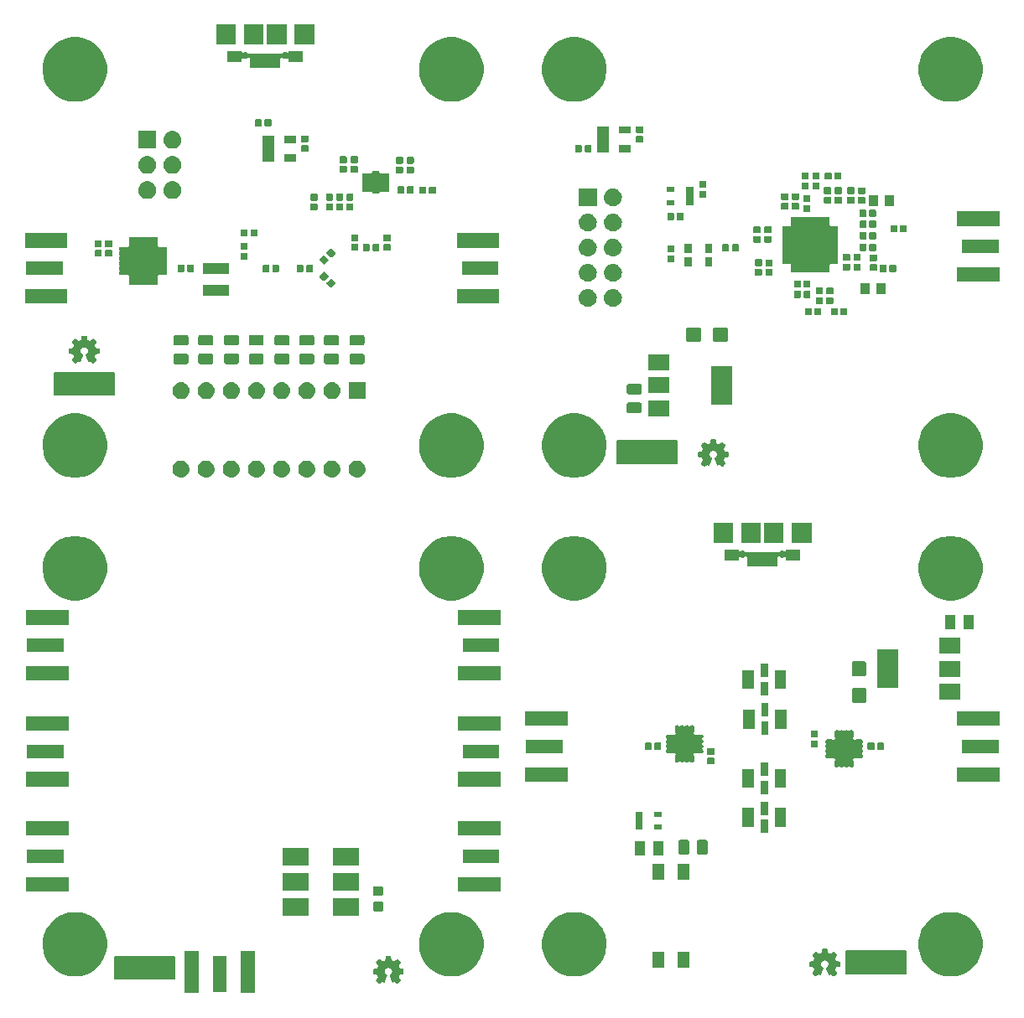
<source format=gts>
%MOIN*%
%OFA0B0*%
%FSLAX46Y46*%
%IPPOS*%
%LPD*%
%ADD10C,0.00039370078740157485*%
%ADD11C,0.005905511811023622*%
%ADD12C,0.0039370078740157488*%
%ADD23C,0.005905511811023622*%
%ADD24C,0.00039370078740157485*%
%ADD25C,0.0039370078740157488*%
%ADD26C,0.005905511811023622*%
%ADD27C,0.00039370078740157485*%
%ADD28C,0.0039370078740157488*%
%ADD29C,0.005905511811023622*%
%ADD30C,0.00039370078740157485*%
%ADD31C,0.0039370078740157488*%
G01*
D10*
G36*
X0001442756Y0000149080D02*
X0001444373Y0000149068D01*
X0001445824Y0000149049D01*
X0001447064Y0000149025D01*
X0001448050Y0000148995D01*
X0001448735Y0000148963D01*
X0001449077Y0000148927D01*
X0001449102Y0000148918D01*
X0001449204Y0000148682D01*
X0001449366Y0000148079D01*
X0001449585Y0000147136D01*
X0001449853Y0000145882D01*
X0001450164Y0000144344D01*
X0001450513Y0000142549D01*
X0001450822Y0000140911D01*
X0001451147Y0000139188D01*
X0001451456Y0000137587D01*
X0001451741Y0000136151D01*
X0001451992Y0000134922D01*
X0001452200Y0000133944D01*
X0001452358Y0000133260D01*
X0001452455Y0000132913D01*
X0001452472Y0000132880D01*
X0001452718Y0000132741D01*
X0001453273Y0000132483D01*
X0001454081Y0000132130D01*
X0001455086Y0000131704D01*
X0001456230Y0000131228D01*
X0001457458Y0000130725D01*
X0001458713Y0000130217D01*
X0001459938Y0000129729D01*
X0001461078Y0000129281D01*
X0001462075Y0000128898D01*
X0001462873Y0000128602D01*
X0001463417Y0000128415D01*
X0001463648Y0000128361D01*
X0001463648Y0000128362D01*
X0001463857Y0000128490D01*
X0001464359Y0000128821D01*
X0001465116Y0000129329D01*
X0001466091Y0000129989D01*
X0001467248Y0000130777D01*
X0001468550Y0000131666D01*
X0001469960Y0000132633D01*
X0001470301Y0000132867D01*
X0001471735Y0000133847D01*
X0001473076Y0000134751D01*
X0001474286Y0000135556D01*
X0001475328Y0000136235D01*
X0001476163Y0000136766D01*
X0001476754Y0000137123D01*
X0001477063Y0000137282D01*
X0001477090Y0000137288D01*
X0001477315Y0000137149D01*
X0001477779Y0000136760D01*
X0001478445Y0000136156D01*
X0001479275Y0000135375D01*
X0001480232Y0000134455D01*
X0001481279Y0000133434D01*
X0001482377Y0000132348D01*
X0001483490Y0000131235D01*
X0001484580Y0000130133D01*
X0001485610Y0000129079D01*
X0001486542Y0000128111D01*
X0001487339Y0000127265D01*
X0001487963Y0000126580D01*
X0001488376Y0000126092D01*
X0001488543Y0000125840D01*
X0001488544Y0000125829D01*
X0001488434Y0000125588D01*
X0001488121Y0000125057D01*
X0001487629Y0000124276D01*
X0001486984Y0000123283D01*
X0001486211Y0000122117D01*
X0001485336Y0000120816D01*
X0001484383Y0000119419D01*
X0001484322Y0000119330D01*
X0001483357Y0000117924D01*
X0001482460Y0000116608D01*
X0001481656Y0000115423D01*
X0001480972Y0000114407D01*
X0001480435Y0000113601D01*
X0001480071Y0000113043D01*
X0001479906Y0000112773D01*
X0001479904Y0000112768D01*
X0001479873Y0000112583D01*
X0001479917Y0000112274D01*
X0001480051Y0000111805D01*
X0001480287Y0000111138D01*
X0001480639Y0000110235D01*
X0001481121Y0000109060D01*
X0001481747Y0000107574D01*
X0001482076Y0000106801D01*
X0001482717Y0000105320D01*
X0001483307Y0000103995D01*
X0001483827Y0000102867D01*
X0001484258Y0000101977D01*
X0001484580Y0000101367D01*
X0001484773Y0000101079D01*
X0001484791Y0000101065D01*
X0001485061Y0000100987D01*
X0001485679Y0000100846D01*
X0001486599Y0000100652D01*
X0001487775Y0000100413D01*
X0001489164Y0000100140D01*
X0001490717Y0000099840D01*
X0001492392Y0000099524D01*
X0001492575Y0000099490D01*
X0001494493Y0000099126D01*
X0001496183Y0000098794D01*
X0001497613Y0000098499D01*
X0001498756Y0000098249D01*
X0001499582Y0000098049D01*
X0001500062Y0000097906D01*
X0001500175Y0000097845D01*
X0001500211Y0000097594D01*
X0001500245Y0000096988D01*
X0001500275Y0000096070D01*
X0001500300Y0000094887D01*
X0001500320Y0000093483D01*
X0001500334Y0000091903D01*
X0001500341Y0000090190D01*
X0001500341Y0000089762D01*
X0001500340Y0000087734D01*
X0001500334Y0000086070D01*
X0001500321Y0000084737D01*
X0001500301Y0000083697D01*
X0001500271Y0000082917D01*
X0001500232Y0000082362D01*
X0001500182Y0000081995D01*
X0001500119Y0000081783D01*
X0001500062Y0000081703D01*
X0001499806Y0000081614D01*
X0001499203Y0000081464D01*
X0001498297Y0000081263D01*
X0001497136Y0000081021D01*
X0001495765Y0000080747D01*
X0001494231Y0000080451D01*
X0001492612Y0000080148D01*
X0001490795Y0000079807D01*
X0001489165Y0000079488D01*
X0001487758Y0000079201D01*
X0001486611Y0000078952D01*
X0001485761Y0000078749D01*
X0001485245Y0000078601D01*
X0001485107Y0000078538D01*
X0001484948Y0000078284D01*
X0001484673Y0000077717D01*
X0001484303Y0000076891D01*
X0001483860Y0000075862D01*
X0001483366Y0000074685D01*
X0001482844Y0000073412D01*
X0001482314Y0000072101D01*
X0001481799Y0000070804D01*
X0001481322Y0000069576D01*
X0001480903Y0000068473D01*
X0001480565Y0000067549D01*
X0001480330Y0000066859D01*
X0001480221Y0000066457D01*
X0001480218Y0000066384D01*
X0001480350Y0000066167D01*
X0001480682Y0000065658D01*
X0001481190Y0000064898D01*
X0001481846Y0000063924D01*
X0001482625Y0000062775D01*
X0001483501Y0000061490D01*
X0001484429Y0000060134D01*
X0001485373Y0000058748D01*
X0001486241Y0000057454D01*
X0001487007Y0000056292D01*
X0001487646Y0000055301D01*
X0001488132Y0000054522D01*
X0001488440Y0000053993D01*
X0001488544Y0000053756D01*
X0001488406Y0000053533D01*
X0001488018Y0000053070D01*
X0001487415Y0000052404D01*
X0001486637Y0000051574D01*
X0001485720Y0000050617D01*
X0001484701Y0000049570D01*
X0001483618Y0000048470D01*
X0001482508Y0000047356D01*
X0001481409Y0000046264D01*
X0001480358Y0000045233D01*
X0001479392Y0000044299D01*
X0001478549Y0000043500D01*
X0001477866Y0000042874D01*
X0001477380Y0000042458D01*
X0001477129Y0000042290D01*
X0001477117Y0000042288D01*
X0001476886Y0000042398D01*
X0001476365Y0000042710D01*
X0001475594Y0000043200D01*
X0001474612Y0000043842D01*
X0001473457Y0000044610D01*
X0001472169Y0000045478D01*
X0001470837Y0000046388D01*
X0001469456Y0000047330D01*
X0001468169Y0000048196D01*
X0001467014Y0000048960D01*
X0001466033Y0000049597D01*
X0001465263Y0000050081D01*
X0001464745Y0000050386D01*
X0001464520Y0000050488D01*
X0001464227Y0000050396D01*
X0001463657Y0000050145D01*
X0001462880Y0000049768D01*
X0001461968Y0000049298D01*
X0001461549Y0000049075D01*
X0001460543Y0000048553D01*
X0001459665Y0000048134D01*
X0001458983Y0000047849D01*
X0001458561Y0000047726D01*
X0001458496Y0000047725D01*
X0001458395Y0000047780D01*
X0001458262Y0000047934D01*
X0001458089Y0000048213D01*
X0001457863Y0000048639D01*
X0001457575Y0000049238D01*
X0001457213Y0000050034D01*
X0001456767Y0000051050D01*
X0001456225Y0000052312D01*
X0001455578Y0000053843D01*
X0001454813Y0000055668D01*
X0001453922Y0000057811D01*
X0001452891Y0000060296D01*
X0001452711Y0000060733D01*
X0001451821Y0000062892D01*
X0001450980Y0000064947D01*
X0001450201Y0000066867D01*
X0001449496Y0000068622D01*
X0001448876Y0000070181D01*
X0001448354Y0000071515D01*
X0001447942Y0000072592D01*
X0001447651Y0000073383D01*
X0001447494Y0000073857D01*
X0001447470Y0000073983D01*
X0001447675Y0000074216D01*
X0001448138Y0000074613D01*
X0001448788Y0000075114D01*
X0001449416Y0000075565D01*
X0001451075Y0000076788D01*
X0001452431Y0000077943D01*
X0001453551Y0000079106D01*
X0001454505Y0000080354D01*
X0001455361Y0000081761D01*
X0001455782Y0000082562D01*
X0001456722Y0000084862D01*
X0001457286Y0000087237D01*
X0001457479Y0000089647D01*
X0001457307Y0000092051D01*
X0001456778Y0000094408D01*
X0001455895Y0000096679D01*
X0001454667Y0000098823D01*
X0001453099Y0000100799D01*
X0001452978Y0000100928D01*
X0001451102Y0000102644D01*
X0001449008Y0000104038D01*
X0001446667Y0000105127D01*
X0001445537Y0000105519D01*
X0001444879Y0000105709D01*
X0001444258Y0000105841D01*
X0001443576Y0000105924D01*
X0001442736Y0000105969D01*
X0001441637Y0000105986D01*
X0001441044Y0000105988D01*
X0001439799Y0000105979D01*
X0001438855Y0000105948D01*
X0001438113Y0000105882D01*
X0001437475Y0000105773D01*
X0001436841Y0000105609D01*
X0001436544Y0000105519D01*
X0001434104Y0000104558D01*
X0001431888Y0000103279D01*
X0001429920Y0000101702D01*
X0001428222Y0000099845D01*
X0001426818Y0000097728D01*
X0001426430Y0000096988D01*
X0001425620Y0000095143D01*
X0001425087Y0000093396D01*
X0001424797Y0000091596D01*
X0001424713Y0000089688D01*
X0001424904Y0000087126D01*
X0001425472Y0000084682D01*
X0001426405Y0000082381D01*
X0001427693Y0000080248D01*
X0001429289Y0000078347D01*
X0001430005Y0000077678D01*
X0001430935Y0000076897D01*
X0001431958Y0000076100D01*
X0001432953Y0000075379D01*
X0001433799Y0000074828D01*
X0001433903Y0000074768D01*
X0001434363Y0000074417D01*
X0001434640Y0000074044D01*
X0001434658Y0000073990D01*
X0001434601Y0000073727D01*
X0001434395Y0000073116D01*
X0001434048Y0000072178D01*
X0001433568Y0000070932D01*
X0001432964Y0000069398D01*
X0001432242Y0000067596D01*
X0001431411Y0000065547D01*
X0001430478Y0000063271D01*
X0001429556Y0000061036D01*
X0001428673Y0000058906D01*
X0001427831Y0000056878D01*
X0001427043Y0000054984D01*
X0001426322Y0000053254D01*
X0001425682Y0000051721D01*
X0001425135Y0000050416D01*
X0001424695Y0000049369D01*
X0001424374Y0000048612D01*
X0001424185Y0000048176D01*
X0001424143Y0000048086D01*
X0001423819Y0000047767D01*
X0001423551Y0000047688D01*
X0001423247Y0000047779D01*
X0001422667Y0000048031D01*
X0001421881Y0000048409D01*
X0001420963Y0000048880D01*
X0001420537Y0000049107D01*
X0001419363Y0000049716D01*
X0001418437Y0000050150D01*
X0001417790Y0000050393D01*
X0001417473Y0000050439D01*
X0001417192Y0000050304D01*
X0001416635Y0000049972D01*
X0001415854Y0000049476D01*
X0001414901Y0000048850D01*
X0001413828Y0000048127D01*
X0001413144Y0000047658D01*
X0001411297Y0000046384D01*
X0001409751Y0000045322D01*
X0001408478Y0000044453D01*
X0001407452Y0000043759D01*
X0001406644Y0000043224D01*
X0001406030Y0000042828D01*
X0001405580Y0000042555D01*
X0001405268Y0000042386D01*
X0001405067Y0000042303D01*
X0001404975Y0000042288D01*
X0001404768Y0000042425D01*
X0001404312Y0000042815D01*
X0001403640Y0000043429D01*
X0001402784Y0000044234D01*
X0001401777Y0000045201D01*
X0001400652Y0000046298D01*
X0001399441Y0000047496D01*
X0001399201Y0000047734D01*
X0001397981Y0000048957D01*
X0001396850Y0000050103D01*
X0001395840Y0000051137D01*
X0001394983Y0000052027D01*
X0001394309Y0000052741D01*
X0001393852Y0000053245D01*
X0001393641Y0000053508D01*
X0001393632Y0000053527D01*
X0001393597Y0000053644D01*
X0001393584Y0000053764D01*
X0001393615Y0000053918D01*
X0001393709Y0000054141D01*
X0001393887Y0000054463D01*
X0001394168Y0000054918D01*
X0001394573Y0000055538D01*
X0001395122Y0000056355D01*
X0001395835Y0000057402D01*
X0001396732Y0000058711D01*
X0001397833Y0000060315D01*
X0001397933Y0000060461D01*
X0001398864Y0000061825D01*
X0001399719Y0000063092D01*
X0001400471Y0000064224D01*
X0001401095Y0000065180D01*
X0001401566Y0000065921D01*
X0001401857Y0000066407D01*
X0001401944Y0000066595D01*
X0001401872Y0000066847D01*
X0001401668Y0000067423D01*
X0001401350Y0000068274D01*
X0001400937Y0000069354D01*
X0001400445Y0000070616D01*
X0001399893Y0000072012D01*
X0001399617Y0000072704D01*
X0001398919Y0000074436D01*
X0001398346Y0000075824D01*
X0001397884Y0000076900D01*
X0001397519Y0000077694D01*
X0001397237Y0000078238D01*
X0001397023Y0000078563D01*
X0001396867Y0000078698D01*
X0001396578Y0000078774D01*
X0001395942Y0000078912D01*
X0001395007Y0000079103D01*
X0001393822Y0000079337D01*
X0001392433Y0000079605D01*
X0001390888Y0000079897D01*
X0001389366Y0000080180D01*
X0001387727Y0000080487D01*
X0001386207Y0000080781D01*
X0001384852Y0000081052D01*
X0001383709Y0000081290D01*
X0001382824Y0000081486D01*
X0001382244Y0000081631D01*
X0001382016Y0000081711D01*
X0001381946Y0000081836D01*
X0001381888Y0000082104D01*
X0001381841Y0000082550D01*
X0001381806Y0000083208D01*
X0001381779Y0000084111D01*
X0001381761Y0000085293D01*
X0001381750Y0000086789D01*
X0001381745Y0000088632D01*
X0001381744Y0000089808D01*
X0001381744Y0000097678D01*
X0001382194Y0000097956D01*
X0001382489Y0000098055D01*
X0001383131Y0000098213D01*
X0001384072Y0000098422D01*
X0001385267Y0000098671D01*
X0001386668Y0000098952D01*
X0001388228Y0000099253D01*
X0001389900Y0000099565D01*
X0001389944Y0000099573D01*
X0001391609Y0000099883D01*
X0001393153Y0000100182D01*
X0001394533Y0000100458D01*
X0001395702Y0000100703D01*
X0001396615Y0000100907D01*
X0001397227Y0000101061D01*
X0001397492Y0000101155D01*
X0001397496Y0000101158D01*
X0001397641Y0000101405D01*
X0001397914Y0000101964D01*
X0001398290Y0000102778D01*
X0001398745Y0000103790D01*
X0001399254Y0000104944D01*
X0001399793Y0000106182D01*
X0001400338Y0000107448D01*
X0001400863Y0000108685D01*
X0001401344Y0000109835D01*
X0001401758Y0000110842D01*
X0001402078Y0000111648D01*
X0001402282Y0000112198D01*
X0001402344Y0000112425D01*
X0001402234Y0000112654D01*
X0001401921Y0000113174D01*
X0001401429Y0000113946D01*
X0001400784Y0000114934D01*
X0001400009Y0000116098D01*
X0001399131Y0000117402D01*
X0001398173Y0000118807D01*
X0001398021Y0000119029D01*
X0001397049Y0000120451D01*
X0001396147Y0000121781D01*
X0001395342Y0000122981D01*
X0001394660Y0000124012D01*
X0001394125Y0000124835D01*
X0001393763Y0000125412D01*
X0001393599Y0000125705D01*
X0001393594Y0000125721D01*
X0001393624Y0000125882D01*
X0001393787Y0000126154D01*
X0001394106Y0000126560D01*
X0001394602Y0000127124D01*
X0001395296Y0000127867D01*
X0001396208Y0000128815D01*
X0001397362Y0000129991D01*
X0001398778Y0000131417D01*
X0001399062Y0000131702D01*
X0001400480Y0000133114D01*
X0001401746Y0000134355D01*
X0001402837Y0000135404D01*
X0001403732Y0000136241D01*
X0001404410Y0000136847D01*
X0001404849Y0000137200D01*
X0001405012Y0000137288D01*
X0001405258Y0000137178D01*
X0001405793Y0000136865D01*
X0001406580Y0000136373D01*
X0001407579Y0000135728D01*
X0001408751Y0000134955D01*
X0001410060Y0000134079D01*
X0001411464Y0000133124D01*
X0001411617Y0000133020D01*
X0001413035Y0000132050D01*
X0001414363Y0000131145D01*
X0001415561Y0000130331D01*
X0001416590Y0000129636D01*
X0001417411Y0000129086D01*
X0001417984Y0000128707D01*
X0001418271Y0000128525D01*
X0001418281Y0000128520D01*
X0001418456Y0000128466D01*
X0001418714Y0000128474D01*
X0001419096Y0000128557D01*
X0001419648Y0000128730D01*
X0001420412Y0000129008D01*
X0001421432Y0000129404D01*
X0001422751Y0000129933D01*
X0001423681Y0000130312D01*
X0001425329Y0000130985D01*
X0001426645Y0000131525D01*
X0001427667Y0000131953D01*
X0001428435Y0000132286D01*
X0001428987Y0000132543D01*
X0001429361Y0000132742D01*
X0001429597Y0000132902D01*
X0001429733Y0000133042D01*
X0001429808Y0000133181D01*
X0001429840Y0000133273D01*
X0001429903Y0000133553D01*
X0001430031Y0000134180D01*
X0001430213Y0000135109D01*
X0001430441Y0000136294D01*
X0001430706Y0000137688D01*
X0001431000Y0000139246D01*
X0001431314Y0000140922D01*
X0001431346Y0000141095D01*
X0001431663Y0000142776D01*
X0001431967Y0000144338D01*
X0001432248Y0000145737D01*
X0001432496Y0000146927D01*
X0001432703Y0000147865D01*
X0001432859Y0000148503D01*
X0001432954Y0000148798D01*
X0001432961Y0000148807D01*
X0001433080Y0000148880D01*
X0001433329Y0000148939D01*
X0001433742Y0000148987D01*
X0001434355Y0000149023D01*
X0001435203Y0000149050D01*
X0001436320Y0000149068D01*
X0001437741Y0000149079D01*
X0001439502Y0000149084D01*
X0001441019Y0000149085D01*
X0001442756Y0000149080D01*
X0001442756Y0000149080D01*
G37*
X0001442756Y0000149080D02*
X0001444373Y0000149068D01*
X0001445824Y0000149049D01*
X0001447064Y0000149025D01*
X0001448050Y0000148995D01*
X0001448735Y0000148963D01*
X0001449077Y0000148927D01*
X0001449102Y0000148918D01*
X0001449204Y0000148682D01*
X0001449366Y0000148079D01*
X0001449585Y0000147136D01*
X0001449853Y0000145882D01*
X0001450164Y0000144344D01*
X0001450513Y0000142549D01*
X0001450822Y0000140911D01*
X0001451147Y0000139188D01*
X0001451456Y0000137587D01*
X0001451741Y0000136151D01*
X0001451992Y0000134922D01*
X0001452200Y0000133944D01*
X0001452358Y0000133260D01*
X0001452455Y0000132913D01*
X0001452472Y0000132880D01*
X0001452718Y0000132741D01*
X0001453273Y0000132483D01*
X0001454081Y0000132130D01*
X0001455086Y0000131704D01*
X0001456230Y0000131228D01*
X0001457458Y0000130725D01*
X0001458713Y0000130217D01*
X0001459938Y0000129729D01*
X0001461078Y0000129281D01*
X0001462075Y0000128898D01*
X0001462873Y0000128602D01*
X0001463417Y0000128415D01*
X0001463648Y0000128361D01*
X0001463648Y0000128362D01*
X0001463857Y0000128490D01*
X0001464359Y0000128821D01*
X0001465116Y0000129329D01*
X0001466091Y0000129989D01*
X0001467248Y0000130777D01*
X0001468550Y0000131666D01*
X0001469960Y0000132633D01*
X0001470301Y0000132867D01*
X0001471735Y0000133847D01*
X0001473076Y0000134751D01*
X0001474286Y0000135556D01*
X0001475328Y0000136235D01*
X0001476163Y0000136766D01*
X0001476754Y0000137123D01*
X0001477063Y0000137282D01*
X0001477090Y0000137288D01*
X0001477315Y0000137149D01*
X0001477779Y0000136760D01*
X0001478445Y0000136156D01*
X0001479275Y0000135375D01*
X0001480232Y0000134455D01*
X0001481279Y0000133434D01*
X0001482377Y0000132348D01*
X0001483490Y0000131235D01*
X0001484580Y0000130133D01*
X0001485610Y0000129079D01*
X0001486542Y0000128111D01*
X0001487339Y0000127265D01*
X0001487963Y0000126580D01*
X0001488376Y0000126092D01*
X0001488543Y0000125840D01*
X0001488544Y0000125829D01*
X0001488434Y0000125588D01*
X0001488121Y0000125057D01*
X0001487629Y0000124276D01*
X0001486984Y0000123283D01*
X0001486211Y0000122117D01*
X0001485336Y0000120816D01*
X0001484383Y0000119419D01*
X0001484322Y0000119330D01*
X0001483357Y0000117924D01*
X0001482460Y0000116608D01*
X0001481656Y0000115423D01*
X0001480972Y0000114407D01*
X0001480435Y0000113601D01*
X0001480071Y0000113043D01*
X0001479906Y0000112773D01*
X0001479904Y0000112768D01*
X0001479873Y0000112583D01*
X0001479917Y0000112274D01*
X0001480051Y0000111805D01*
X0001480287Y0000111138D01*
X0001480639Y0000110235D01*
X0001481121Y0000109060D01*
X0001481747Y0000107574D01*
X0001482076Y0000106801D01*
X0001482717Y0000105320D01*
X0001483307Y0000103995D01*
X0001483827Y0000102867D01*
X0001484258Y0000101977D01*
X0001484580Y0000101367D01*
X0001484773Y0000101079D01*
X0001484791Y0000101065D01*
X0001485061Y0000100987D01*
X0001485679Y0000100846D01*
X0001486599Y0000100652D01*
X0001487775Y0000100413D01*
X0001489164Y0000100140D01*
X0001490717Y0000099840D01*
X0001492392Y0000099524D01*
X0001492575Y0000099490D01*
X0001494493Y0000099126D01*
X0001496183Y0000098794D01*
X0001497613Y0000098499D01*
X0001498756Y0000098249D01*
X0001499582Y0000098049D01*
X0001500062Y0000097906D01*
X0001500175Y0000097845D01*
X0001500211Y0000097594D01*
X0001500245Y0000096988D01*
X0001500275Y0000096070D01*
X0001500300Y0000094887D01*
X0001500320Y0000093483D01*
X0001500334Y0000091903D01*
X0001500341Y0000090190D01*
X0001500341Y0000089762D01*
X0001500340Y0000087734D01*
X0001500334Y0000086070D01*
X0001500321Y0000084737D01*
X0001500301Y0000083697D01*
X0001500271Y0000082917D01*
X0001500232Y0000082362D01*
X0001500182Y0000081995D01*
X0001500119Y0000081783D01*
X0001500062Y0000081703D01*
X0001499806Y0000081614D01*
X0001499203Y0000081464D01*
X0001498297Y0000081263D01*
X0001497136Y0000081021D01*
X0001495765Y0000080747D01*
X0001494231Y0000080451D01*
X0001492612Y0000080148D01*
X0001490795Y0000079807D01*
X0001489165Y0000079488D01*
X0001487758Y0000079201D01*
X0001486611Y0000078952D01*
X0001485761Y0000078749D01*
X0001485245Y0000078601D01*
X0001485107Y0000078538D01*
X0001484948Y0000078284D01*
X0001484673Y0000077717D01*
X0001484303Y0000076891D01*
X0001483860Y0000075862D01*
X0001483366Y0000074685D01*
X0001482844Y0000073412D01*
X0001482314Y0000072101D01*
X0001481799Y0000070804D01*
X0001481322Y0000069576D01*
X0001480903Y0000068473D01*
X0001480565Y0000067549D01*
X0001480330Y0000066859D01*
X0001480221Y0000066457D01*
X0001480218Y0000066384D01*
X0001480350Y0000066167D01*
X0001480682Y0000065658D01*
X0001481190Y0000064898D01*
X0001481846Y0000063924D01*
X0001482625Y0000062775D01*
X0001483501Y0000061490D01*
X0001484429Y0000060134D01*
X0001485373Y0000058748D01*
X0001486241Y0000057454D01*
X0001487007Y0000056292D01*
X0001487646Y0000055301D01*
X0001488132Y0000054522D01*
X0001488440Y0000053993D01*
X0001488544Y0000053756D01*
X0001488406Y0000053533D01*
X0001488018Y0000053070D01*
X0001487415Y0000052404D01*
X0001486637Y0000051574D01*
X0001485720Y0000050617D01*
X0001484701Y0000049570D01*
X0001483618Y0000048470D01*
X0001482508Y0000047356D01*
X0001481409Y0000046264D01*
X0001480358Y0000045233D01*
X0001479392Y0000044299D01*
X0001478549Y0000043500D01*
X0001477866Y0000042874D01*
X0001477380Y0000042458D01*
X0001477129Y0000042290D01*
X0001477117Y0000042288D01*
X0001476886Y0000042398D01*
X0001476365Y0000042710D01*
X0001475594Y0000043200D01*
X0001474612Y0000043842D01*
X0001473457Y0000044610D01*
X0001472169Y0000045478D01*
X0001470837Y0000046388D01*
X0001469456Y0000047330D01*
X0001468169Y0000048196D01*
X0001467014Y0000048960D01*
X0001466033Y0000049597D01*
X0001465263Y0000050081D01*
X0001464745Y0000050386D01*
X0001464520Y0000050488D01*
X0001464227Y0000050396D01*
X0001463657Y0000050145D01*
X0001462880Y0000049768D01*
X0001461968Y0000049298D01*
X0001461549Y0000049075D01*
X0001460543Y0000048553D01*
X0001459665Y0000048134D01*
X0001458983Y0000047849D01*
X0001458561Y0000047726D01*
X0001458496Y0000047725D01*
X0001458395Y0000047780D01*
X0001458262Y0000047934D01*
X0001458089Y0000048213D01*
X0001457863Y0000048639D01*
X0001457575Y0000049238D01*
X0001457213Y0000050034D01*
X0001456767Y0000051050D01*
X0001456225Y0000052312D01*
X0001455578Y0000053843D01*
X0001454813Y0000055668D01*
X0001453922Y0000057811D01*
X0001452891Y0000060296D01*
X0001452711Y0000060733D01*
X0001451821Y0000062892D01*
X0001450980Y0000064947D01*
X0001450201Y0000066867D01*
X0001449496Y0000068622D01*
X0001448876Y0000070181D01*
X0001448354Y0000071515D01*
X0001447942Y0000072592D01*
X0001447651Y0000073383D01*
X0001447494Y0000073857D01*
X0001447470Y0000073983D01*
X0001447675Y0000074216D01*
X0001448138Y0000074613D01*
X0001448788Y0000075114D01*
X0001449416Y0000075565D01*
X0001451075Y0000076788D01*
X0001452431Y0000077943D01*
X0001453551Y0000079106D01*
X0001454505Y0000080354D01*
X0001455361Y0000081761D01*
X0001455782Y0000082562D01*
X0001456722Y0000084862D01*
X0001457286Y0000087237D01*
X0001457479Y0000089647D01*
X0001457307Y0000092051D01*
X0001456778Y0000094408D01*
X0001455895Y0000096679D01*
X0001454667Y0000098823D01*
X0001453099Y0000100799D01*
X0001452978Y0000100928D01*
X0001451102Y0000102644D01*
X0001449008Y0000104038D01*
X0001446667Y0000105127D01*
X0001445537Y0000105519D01*
X0001444879Y0000105709D01*
X0001444258Y0000105841D01*
X0001443576Y0000105924D01*
X0001442736Y0000105969D01*
X0001441637Y0000105986D01*
X0001441044Y0000105988D01*
X0001439799Y0000105979D01*
X0001438855Y0000105948D01*
X0001438113Y0000105882D01*
X0001437475Y0000105773D01*
X0001436841Y0000105609D01*
X0001436544Y0000105519D01*
X0001434104Y0000104558D01*
X0001431888Y0000103279D01*
X0001429920Y0000101702D01*
X0001428222Y0000099845D01*
X0001426818Y0000097728D01*
X0001426430Y0000096988D01*
X0001425620Y0000095143D01*
X0001425087Y0000093396D01*
X0001424797Y0000091596D01*
X0001424713Y0000089688D01*
X0001424904Y0000087126D01*
X0001425472Y0000084682D01*
X0001426405Y0000082381D01*
X0001427693Y0000080248D01*
X0001429289Y0000078347D01*
X0001430005Y0000077678D01*
X0001430935Y0000076897D01*
X0001431958Y0000076100D01*
X0001432953Y0000075379D01*
X0001433799Y0000074828D01*
X0001433903Y0000074768D01*
X0001434363Y0000074417D01*
X0001434640Y0000074044D01*
X0001434658Y0000073990D01*
X0001434601Y0000073727D01*
X0001434395Y0000073116D01*
X0001434048Y0000072178D01*
X0001433568Y0000070932D01*
X0001432964Y0000069398D01*
X0001432242Y0000067596D01*
X0001431411Y0000065547D01*
X0001430478Y0000063271D01*
X0001429556Y0000061036D01*
X0001428673Y0000058906D01*
X0001427831Y0000056878D01*
X0001427043Y0000054984D01*
X0001426322Y0000053254D01*
X0001425682Y0000051721D01*
X0001425135Y0000050416D01*
X0001424695Y0000049369D01*
X0001424374Y0000048612D01*
X0001424185Y0000048176D01*
X0001424143Y0000048086D01*
X0001423819Y0000047767D01*
X0001423551Y0000047688D01*
X0001423247Y0000047779D01*
X0001422667Y0000048031D01*
X0001421881Y0000048409D01*
X0001420963Y0000048880D01*
X0001420537Y0000049107D01*
X0001419363Y0000049716D01*
X0001418437Y0000050150D01*
X0001417790Y0000050393D01*
X0001417473Y0000050439D01*
X0001417192Y0000050304D01*
X0001416635Y0000049972D01*
X0001415854Y0000049476D01*
X0001414901Y0000048850D01*
X0001413828Y0000048127D01*
X0001413144Y0000047658D01*
X0001411297Y0000046384D01*
X0001409751Y0000045322D01*
X0001408478Y0000044453D01*
X0001407452Y0000043759D01*
X0001406644Y0000043224D01*
X0001406030Y0000042828D01*
X0001405580Y0000042555D01*
X0001405268Y0000042386D01*
X0001405067Y0000042303D01*
X0001404975Y0000042288D01*
X0001404768Y0000042425D01*
X0001404312Y0000042815D01*
X0001403640Y0000043429D01*
X0001402784Y0000044234D01*
X0001401777Y0000045201D01*
X0001400652Y0000046298D01*
X0001399441Y0000047496D01*
X0001399201Y0000047734D01*
X0001397981Y0000048957D01*
X0001396850Y0000050103D01*
X0001395840Y0000051137D01*
X0001394983Y0000052027D01*
X0001394309Y0000052741D01*
X0001393852Y0000053245D01*
X0001393641Y0000053508D01*
X0001393632Y0000053527D01*
X0001393597Y0000053644D01*
X0001393584Y0000053764D01*
X0001393615Y0000053918D01*
X0001393709Y0000054141D01*
X0001393887Y0000054463D01*
X0001394168Y0000054918D01*
X0001394573Y0000055538D01*
X0001395122Y0000056355D01*
X0001395835Y0000057402D01*
X0001396732Y0000058711D01*
X0001397833Y0000060315D01*
X0001397933Y0000060461D01*
X0001398864Y0000061825D01*
X0001399719Y0000063092D01*
X0001400471Y0000064224D01*
X0001401095Y0000065180D01*
X0001401566Y0000065921D01*
X0001401857Y0000066407D01*
X0001401944Y0000066595D01*
X0001401872Y0000066847D01*
X0001401668Y0000067423D01*
X0001401350Y0000068274D01*
X0001400937Y0000069354D01*
X0001400445Y0000070616D01*
X0001399893Y0000072012D01*
X0001399617Y0000072704D01*
X0001398919Y0000074436D01*
X0001398346Y0000075824D01*
X0001397884Y0000076900D01*
X0001397519Y0000077694D01*
X0001397237Y0000078238D01*
X0001397023Y0000078563D01*
X0001396867Y0000078698D01*
X0001396578Y0000078774D01*
X0001395942Y0000078912D01*
X0001395007Y0000079103D01*
X0001393822Y0000079337D01*
X0001392433Y0000079605D01*
X0001390888Y0000079897D01*
X0001389366Y0000080180D01*
X0001387727Y0000080487D01*
X0001386207Y0000080781D01*
X0001384852Y0000081052D01*
X0001383709Y0000081290D01*
X0001382824Y0000081486D01*
X0001382244Y0000081631D01*
X0001382016Y0000081711D01*
X0001381946Y0000081836D01*
X0001381888Y0000082104D01*
X0001381841Y0000082550D01*
X0001381806Y0000083208D01*
X0001381779Y0000084111D01*
X0001381761Y0000085293D01*
X0001381750Y0000086789D01*
X0001381745Y0000088632D01*
X0001381744Y0000089808D01*
X0001381744Y0000097678D01*
X0001382194Y0000097956D01*
X0001382489Y0000098055D01*
X0001383131Y0000098213D01*
X0001384072Y0000098422D01*
X0001385267Y0000098671D01*
X0001386668Y0000098952D01*
X0001388228Y0000099253D01*
X0001389900Y0000099565D01*
X0001389944Y0000099573D01*
X0001391609Y0000099883D01*
X0001393153Y0000100182D01*
X0001394533Y0000100458D01*
X0001395702Y0000100703D01*
X0001396615Y0000100907D01*
X0001397227Y0000101061D01*
X0001397492Y0000101155D01*
X0001397496Y0000101158D01*
X0001397641Y0000101405D01*
X0001397914Y0000101964D01*
X0001398290Y0000102778D01*
X0001398745Y0000103790D01*
X0001399254Y0000104944D01*
X0001399793Y0000106182D01*
X0001400338Y0000107448D01*
X0001400863Y0000108685D01*
X0001401344Y0000109835D01*
X0001401758Y0000110842D01*
X0001402078Y0000111648D01*
X0001402282Y0000112198D01*
X0001402344Y0000112425D01*
X0001402234Y0000112654D01*
X0001401921Y0000113174D01*
X0001401429Y0000113946D01*
X0001400784Y0000114934D01*
X0001400009Y0000116098D01*
X0001399131Y0000117402D01*
X0001398173Y0000118807D01*
X0001398021Y0000119029D01*
X0001397049Y0000120451D01*
X0001396147Y0000121781D01*
X0001395342Y0000122981D01*
X0001394660Y0000124012D01*
X0001394125Y0000124835D01*
X0001393763Y0000125412D01*
X0001393599Y0000125705D01*
X0001393594Y0000125721D01*
X0001393624Y0000125882D01*
X0001393787Y0000126154D01*
X0001394106Y0000126560D01*
X0001394602Y0000127124D01*
X0001395296Y0000127867D01*
X0001396208Y0000128815D01*
X0001397362Y0000129991D01*
X0001398778Y0000131417D01*
X0001399062Y0000131702D01*
X0001400480Y0000133114D01*
X0001401746Y0000134355D01*
X0001402837Y0000135404D01*
X0001403732Y0000136241D01*
X0001404410Y0000136847D01*
X0001404849Y0000137200D01*
X0001405012Y0000137288D01*
X0001405258Y0000137178D01*
X0001405793Y0000136865D01*
X0001406580Y0000136373D01*
X0001407579Y0000135728D01*
X0001408751Y0000134955D01*
X0001410060Y0000134079D01*
X0001411464Y0000133124D01*
X0001411617Y0000133020D01*
X0001413035Y0000132050D01*
X0001414363Y0000131145D01*
X0001415561Y0000130331D01*
X0001416590Y0000129636D01*
X0001417411Y0000129086D01*
X0001417984Y0000128707D01*
X0001418271Y0000128525D01*
X0001418281Y0000128520D01*
X0001418456Y0000128466D01*
X0001418714Y0000128474D01*
X0001419096Y0000128557D01*
X0001419648Y0000128730D01*
X0001420412Y0000129008D01*
X0001421432Y0000129404D01*
X0001422751Y0000129933D01*
X0001423681Y0000130312D01*
X0001425329Y0000130985D01*
X0001426645Y0000131525D01*
X0001427667Y0000131953D01*
X0001428435Y0000132286D01*
X0001428987Y0000132543D01*
X0001429361Y0000132742D01*
X0001429597Y0000132902D01*
X0001429733Y0000133042D01*
X0001429808Y0000133181D01*
X0001429840Y0000133273D01*
X0001429903Y0000133553D01*
X0001430031Y0000134180D01*
X0001430213Y0000135109D01*
X0001430441Y0000136294D01*
X0001430706Y0000137688D01*
X0001431000Y0000139246D01*
X0001431314Y0000140922D01*
X0001431346Y0000141095D01*
X0001431663Y0000142776D01*
X0001431967Y0000144338D01*
X0001432248Y0000145737D01*
X0001432496Y0000146927D01*
X0001432703Y0000147865D01*
X0001432859Y0000148503D01*
X0001432954Y0000148798D01*
X0001432961Y0000148807D01*
X0001433080Y0000148880D01*
X0001433329Y0000148939D01*
X0001433742Y0000148987D01*
X0001434355Y0000149023D01*
X0001435203Y0000149050D01*
X0001436320Y0000149068D01*
X0001437741Y0000149079D01*
X0001439502Y0000149084D01*
X0001441019Y0000149085D01*
X0001442756Y0000149080D01*
D11*
G36*
X0000356299Y0000147637D02*
X0000592519Y0000147637D01*
X0000592519Y0000059055D01*
X0000356299Y0000059055D01*
X0000356299Y0000147637D01*
G37*
X0000356299Y0000147637D02*
X0000592519Y0000147637D01*
X0000592519Y0000059055D01*
X0000356299Y0000059055D01*
X0000356299Y0000147637D01*
D12*
G36*
X0000911456Y0000001929D02*
X0000854291Y0000001929D01*
X0000854291Y0000171299D01*
X0000911456Y0000171299D01*
X0000911456Y0000001929D01*
X0000911456Y0000001929D01*
G37*
G36*
X0000689015Y0000001929D02*
X0000631850Y0000001929D01*
X0000631850Y0000171299D01*
X0000689015Y0000171299D01*
X0000689015Y0000001929D01*
X0000689015Y0000001929D01*
G37*
G36*
X0000798661Y0000005866D02*
X0000744645Y0000005866D01*
X0000744645Y0000151614D01*
X0000798661Y0000151614D01*
X0000798661Y0000005866D01*
X0000798661Y0000005866D01*
G37*
G36*
X0000221820Y0000322383D02*
X0000234184Y0000319923D01*
X0000257477Y0000310275D01*
X0000268878Y0000302657D01*
X0000278440Y0000296268D01*
X0000296268Y0000278440D01*
X0000296268Y0000278440D01*
X0000310275Y0000257477D01*
X0000315067Y0000245907D01*
X0000319923Y0000234184D01*
X0000324842Y0000209456D01*
X0000324842Y0000184244D01*
X0000322383Y0000171880D01*
X0000319923Y0000159516D01*
X0000310275Y0000136223D01*
X0000300522Y0000121626D01*
X0000296268Y0000115260D01*
X0000278440Y0000097432D01*
X0000278440Y0000097432D01*
X0000257477Y0000083425D01*
X0000234184Y0000073776D01*
X0000221820Y0000071317D01*
X0000209456Y0000068858D01*
X0000184244Y0000068858D01*
X0000171880Y0000071317D01*
X0000159516Y0000073776D01*
X0000136223Y0000083425D01*
X0000115260Y0000097432D01*
X0000115260Y0000097432D01*
X0000097432Y0000115260D01*
X0000093178Y0000121626D01*
X0000083425Y0000136223D01*
X0000073776Y0000159516D01*
X0000071317Y0000171880D01*
X0000068858Y0000184244D01*
X0000068858Y0000209456D01*
X0000073776Y0000234184D01*
X0000078632Y0000245907D01*
X0000083425Y0000257477D01*
X0000097432Y0000278440D01*
X0000097432Y0000278440D01*
X0000115260Y0000296268D01*
X0000124821Y0000302657D01*
X0000136223Y0000310275D01*
X0000159516Y0000319923D01*
X0000171880Y0000322383D01*
X0000184244Y0000324842D01*
X0000209456Y0000324842D01*
X0000221820Y0000322383D01*
X0000221820Y0000322383D01*
G37*
G36*
X0001717883Y0000322383D02*
X0001730247Y0000319923D01*
X0001753540Y0000310275D01*
X0001764941Y0000302657D01*
X0001774503Y0000296268D01*
X0001792331Y0000278440D01*
X0001792331Y0000278440D01*
X0001806338Y0000257477D01*
X0001811130Y0000245907D01*
X0001815986Y0000234184D01*
X0001820905Y0000209456D01*
X0001820905Y0000184244D01*
X0001818446Y0000171880D01*
X0001815986Y0000159516D01*
X0001806338Y0000136223D01*
X0001796585Y0000121626D01*
X0001792331Y0000115260D01*
X0001774503Y0000097432D01*
X0001774503Y0000097432D01*
X0001753540Y0000083425D01*
X0001730247Y0000073776D01*
X0001717883Y0000071317D01*
X0001705519Y0000068858D01*
X0001680307Y0000068858D01*
X0001667943Y0000071317D01*
X0001655579Y0000073776D01*
X0001632286Y0000083425D01*
X0001611323Y0000097432D01*
X0001611323Y0000097432D01*
X0001593495Y0000115260D01*
X0001589241Y0000121626D01*
X0001579488Y0000136223D01*
X0001569839Y0000159516D01*
X0001567380Y0000171880D01*
X0001564921Y0000184244D01*
X0001564921Y0000209456D01*
X0001569839Y0000234184D01*
X0001574695Y0000245907D01*
X0001579488Y0000257477D01*
X0001593495Y0000278440D01*
X0001593495Y0000278440D01*
X0001611323Y0000296268D01*
X0001620884Y0000302657D01*
X0001632286Y0000310275D01*
X0001655579Y0000319923D01*
X0001667943Y0000322383D01*
X0001680307Y0000324842D01*
X0001705519Y0000324842D01*
X0001717883Y0000322383D01*
X0001717883Y0000322383D01*
G37*
G36*
X0001325345Y0000310747D02*
X0001221329Y0000310747D01*
X0001221329Y0000379724D01*
X0001325345Y0000379724D01*
X0001325345Y0000310747D01*
X0001325345Y0000310747D01*
G37*
G36*
X0001125345Y0000310747D02*
X0001021329Y0000310747D01*
X0001021329Y0000379724D01*
X0001125345Y0000379724D01*
X0001125345Y0000310747D01*
X0001125345Y0000310747D01*
G37*
G36*
X0001416519Y0000366020D02*
X0001417857Y0000365614D01*
X0001419090Y0000364955D01*
X0001420170Y0000364068D01*
X0001421057Y0000362987D01*
X0001421716Y0000361754D01*
X0001422122Y0000360416D01*
X0001422283Y0000358783D01*
X0001422283Y0000335113D01*
X0001422122Y0000333480D01*
X0001421716Y0000332142D01*
X0001421057Y0000330909D01*
X0001420170Y0000329829D01*
X0001419090Y0000328942D01*
X0001417857Y0000328283D01*
X0001416519Y0000327877D01*
X0001414886Y0000327716D01*
X0001388263Y0000327716D01*
X0001386630Y0000327877D01*
X0001385292Y0000328283D01*
X0001384059Y0000328942D01*
X0001382978Y0000329829D01*
X0001382091Y0000330909D01*
X0001381432Y0000332142D01*
X0001381026Y0000333480D01*
X0001380866Y0000335113D01*
X0001380866Y0000358783D01*
X0001381026Y0000360416D01*
X0001381432Y0000361754D01*
X0001382091Y0000362987D01*
X0001382978Y0000364068D01*
X0001384059Y0000364955D01*
X0001385292Y0000365614D01*
X0001386630Y0000366020D01*
X0001388263Y0000366181D01*
X0001414886Y0000366181D01*
X0001416519Y0000366020D01*
X0001416519Y0000366020D01*
G37*
G36*
X0001416519Y0000428028D02*
X0001417857Y0000427622D01*
X0001419090Y0000426963D01*
X0001420170Y0000426076D01*
X0001421057Y0000424995D01*
X0001421716Y0000423762D01*
X0001422122Y0000422424D01*
X0001422283Y0000420791D01*
X0001422283Y0000397121D01*
X0001422122Y0000395488D01*
X0001421716Y0000394150D01*
X0001421057Y0000392917D01*
X0001420170Y0000391837D01*
X0001419090Y0000390950D01*
X0001417857Y0000390291D01*
X0001416519Y0000389885D01*
X0001414886Y0000389724D01*
X0001388263Y0000389724D01*
X0001386630Y0000389885D01*
X0001385292Y0000390291D01*
X0001384059Y0000390950D01*
X0001382978Y0000391837D01*
X0001382091Y0000392917D01*
X0001381432Y0000394150D01*
X0001381026Y0000395488D01*
X0001380866Y0000397121D01*
X0001380866Y0000420791D01*
X0001381026Y0000422424D01*
X0001381432Y0000423762D01*
X0001382091Y0000424995D01*
X0001382978Y0000426076D01*
X0001384059Y0000426963D01*
X0001385292Y0000427622D01*
X0001386630Y0000428028D01*
X0001388263Y0000428188D01*
X0001414886Y0000428188D01*
X0001416519Y0000428028D01*
X0001416519Y0000428028D01*
G37*
G36*
X0001887834Y0000407440D02*
X0001718464Y0000407440D01*
X0001718464Y0000464606D01*
X0001887834Y0000464606D01*
X0001887834Y0000407440D01*
X0001887834Y0000407440D01*
G37*
G36*
X0000171299Y0000407440D02*
X0000001929Y0000407440D01*
X0000001929Y0000464606D01*
X0000171299Y0000464606D01*
X0000171299Y0000407440D01*
X0000171299Y0000407440D01*
G37*
G36*
X0001325345Y0000410747D02*
X0001221329Y0000410747D01*
X0001221329Y0000479724D01*
X0001325345Y0000479724D01*
X0001325345Y0000410747D01*
X0001325345Y0000410747D01*
G37*
G36*
X0001125345Y0000410747D02*
X0001021329Y0000410747D01*
X0001021329Y0000479724D01*
X0001125345Y0000479724D01*
X0001125345Y0000410747D01*
X0001125345Y0000410747D01*
G37*
G36*
X0001125345Y0000510747D02*
X0001021329Y0000510747D01*
X0001021329Y0000579724D01*
X0001125345Y0000579724D01*
X0001125345Y0000510747D01*
X0001125345Y0000510747D01*
G37*
G36*
X0001325345Y0000510747D02*
X0001221329Y0000510747D01*
X0001221329Y0000579724D01*
X0001325345Y0000579724D01*
X0001325345Y0000510747D01*
X0001325345Y0000510747D01*
G37*
G36*
X0001883897Y0000520236D02*
X0001738149Y0000520236D01*
X0001738149Y0000574251D01*
X0001883897Y0000574251D01*
X0001883897Y0000520236D01*
X0001883897Y0000520236D01*
G37*
G36*
X0000151614Y0000520236D02*
X0000005866Y0000520236D01*
X0000005866Y0000574251D01*
X0000151614Y0000574251D01*
X0000151614Y0000520236D01*
X0000151614Y0000520236D01*
G37*
G36*
X0001887834Y0000629881D02*
X0001718464Y0000629881D01*
X0001718464Y0000687047D01*
X0001887834Y0000687047D01*
X0001887834Y0000629881D01*
X0001887834Y0000629881D01*
G37*
G36*
X0000171299Y0000629881D02*
X0000001929Y0000629881D01*
X0000001929Y0000687047D01*
X0000171299Y0000687047D01*
X0000171299Y0000629881D01*
X0000171299Y0000629881D01*
G37*
G36*
X0001887834Y0000824763D02*
X0001718464Y0000824763D01*
X0001718464Y0000881929D01*
X0001887834Y0000881929D01*
X0001887834Y0000824763D01*
X0001887834Y0000824763D01*
G37*
G36*
X0000171299Y0000824763D02*
X0000001929Y0000824763D01*
X0000001929Y0000881929D01*
X0000171299Y0000881929D01*
X0000171299Y0000824763D01*
X0000171299Y0000824763D01*
G37*
G36*
X0000151614Y0000937559D02*
X0000005866Y0000937559D01*
X0000005866Y0000991574D01*
X0000151614Y0000991574D01*
X0000151614Y0000937559D01*
X0000151614Y0000937559D01*
G37*
G36*
X0001883897Y0000937559D02*
X0001738149Y0000937559D01*
X0001738149Y0000991574D01*
X0001883897Y0000991574D01*
X0001883897Y0000937559D01*
X0001883897Y0000937559D01*
G37*
G36*
X0000171299Y0001047204D02*
X0000001929Y0001047204D01*
X0000001929Y0001104370D01*
X0000171299Y0001104370D01*
X0000171299Y0001047204D01*
X0000171299Y0001047204D01*
G37*
G36*
X0001887834Y0001047204D02*
X0001718464Y0001047204D01*
X0001718464Y0001104370D01*
X0001887834Y0001104370D01*
X0001887834Y0001047204D01*
X0001887834Y0001047204D01*
G37*
G36*
X0001887834Y0001246023D02*
X0001718464Y0001246023D01*
X0001718464Y0001303188D01*
X0001887834Y0001303188D01*
X0001887834Y0001246023D01*
X0001887834Y0001246023D01*
G37*
G36*
X0000171299Y0001246023D02*
X0000001929Y0001246023D01*
X0000001929Y0001303188D01*
X0000171299Y0001303188D01*
X0000171299Y0001246023D01*
X0000171299Y0001246023D01*
G37*
G36*
X0001883897Y0001358818D02*
X0001738149Y0001358818D01*
X0001738149Y0001412834D01*
X0001883897Y0001412834D01*
X0001883897Y0001358818D01*
X0001883897Y0001358818D01*
G37*
G36*
X0000151614Y0001358818D02*
X0000005866Y0001358818D01*
X0000005866Y0001412834D01*
X0000151614Y0001412834D01*
X0000151614Y0001358818D01*
X0000151614Y0001358818D01*
G37*
G36*
X0001887834Y0001468464D02*
X0001718464Y0001468464D01*
X0001718464Y0001525629D01*
X0001887834Y0001525629D01*
X0001887834Y0001468464D01*
X0001887834Y0001468464D01*
G37*
G36*
X0000171299Y0001468464D02*
X0000001929Y0001468464D01*
X0000001929Y0001525629D01*
X0000171299Y0001525629D01*
X0000171299Y0001468464D01*
X0000171299Y0001468464D01*
G37*
G36*
X0000221820Y0001818446D02*
X0000234184Y0001815986D01*
X0000257477Y0001806338D01*
X0000268878Y0001798720D01*
X0000278440Y0001792331D01*
X0000296268Y0001774503D01*
X0000296268Y0001774503D01*
X0000310275Y0001753540D01*
X0000315067Y0001741970D01*
X0000319923Y0001730247D01*
X0000324842Y0001705519D01*
X0000324842Y0001680307D01*
X0000322383Y0001667943D01*
X0000319923Y0001655579D01*
X0000310275Y0001632286D01*
X0000300522Y0001617689D01*
X0000296268Y0001611323D01*
X0000278440Y0001593495D01*
X0000278440Y0001593495D01*
X0000257477Y0001579488D01*
X0000234184Y0001569839D01*
X0000221820Y0001567380D01*
X0000209456Y0001564921D01*
X0000184244Y0001564921D01*
X0000171880Y0001567380D01*
X0000159516Y0001569839D01*
X0000136223Y0001579488D01*
X0000115260Y0001593495D01*
X0000115260Y0001593495D01*
X0000097432Y0001611323D01*
X0000093178Y0001617689D01*
X0000083425Y0001632286D01*
X0000073776Y0001655579D01*
X0000071317Y0001667943D01*
X0000068858Y0001680307D01*
X0000068858Y0001705519D01*
X0000073776Y0001730247D01*
X0000078632Y0001741970D01*
X0000083425Y0001753540D01*
X0000097432Y0001774503D01*
X0000097432Y0001774503D01*
X0000115260Y0001792331D01*
X0000124821Y0001798720D01*
X0000136223Y0001806338D01*
X0000159516Y0001815986D01*
X0000171880Y0001818446D01*
X0000184244Y0001820905D01*
X0000209456Y0001820905D01*
X0000221820Y0001818446D01*
X0000221820Y0001818446D01*
G37*
G36*
X0001717883Y0001818446D02*
X0001730247Y0001815986D01*
X0001753540Y0001806338D01*
X0001764941Y0001798720D01*
X0001774503Y0001792331D01*
X0001792331Y0001774503D01*
X0001792331Y0001774503D01*
X0001806338Y0001753540D01*
X0001811130Y0001741970D01*
X0001815986Y0001730247D01*
X0001820905Y0001705519D01*
X0001820905Y0001680307D01*
X0001818446Y0001667943D01*
X0001815986Y0001655579D01*
X0001806338Y0001632286D01*
X0001796585Y0001617689D01*
X0001792331Y0001611323D01*
X0001774503Y0001593495D01*
X0001774503Y0001593495D01*
X0001753540Y0001579488D01*
X0001730247Y0001569839D01*
X0001717883Y0001567380D01*
X0001705519Y0001564921D01*
X0001680307Y0001564921D01*
X0001667943Y0001567380D01*
X0001655579Y0001569839D01*
X0001632286Y0001579488D01*
X0001611323Y0001593495D01*
X0001611323Y0001593495D01*
X0001593495Y0001611323D01*
X0001589241Y0001617689D01*
X0001579488Y0001632286D01*
X0001569839Y0001655579D01*
X0001567380Y0001667943D01*
X0001564921Y0001680307D01*
X0001564921Y0001705519D01*
X0001569839Y0001730247D01*
X0001574695Y0001741970D01*
X0001579488Y0001753540D01*
X0001593495Y0001774503D01*
X0001593495Y0001774503D01*
X0001611323Y0001792331D01*
X0001620884Y0001798720D01*
X0001632286Y0001806338D01*
X0001655579Y0001815986D01*
X0001667943Y0001818446D01*
X0001680307Y0001820905D01*
X0001705519Y0001820905D01*
X0001717883Y0001818446D01*
X0001717883Y0001818446D01*
G37*
G04 next file*
G04 #@! TF.GenerationSoftware,KiCad,Pcbnew,(5.0.2)-1*
G04 #@! TF.CreationDate,2019-01-19T11:17:49+11:00*
G04 #@! TF.ProjectId,Filter_Bank_Dev_Rev_0,46696c74-6572-45f4-9261-6e6b5f446576,0*
G04 #@! TF.SameCoordinates,Original*
G04 #@! TF.FileFunction,Soldermask,Top*
G04 #@! TF.FilePolarity,Negative*
G04 Gerber Fmt 4.6, Leading zero omitted, Abs format (unit mm)*
G04 Created by KiCad (PCBNEW (5.0.2)-1) date 19/01/2019 11:17:49*
G01*
G04 APERTURE LIST*
G04 APERTURE END LIST*
D23*
G04 #@! TO.C,REF\002A\002A*
G36*
X0003261811Y0000169291D02*
X0003498031Y0000169291D01*
X0003498031Y0000080708D01*
X0003261811Y0000080708D01*
X0003261811Y0000169291D01*
G37*
X0003261811Y0000169291D02*
X0003498031Y0000169291D01*
X0003498031Y0000080708D01*
X0003261811Y0000080708D01*
X0003261811Y0000169291D01*
D24*
G04 #@! TO.C,G\002A\002A\002A*
G36*
X0003177008Y0000178607D02*
X0003178625Y0000178595D01*
X0003180076Y0000178576D01*
X0003181316Y0000178552D01*
X0003182302Y0000178523D01*
X0003182987Y0000178490D01*
X0003183329Y0000178454D01*
X0003183354Y0000178445D01*
X0003183456Y0000178209D01*
X0003183619Y0000177606D01*
X0003183837Y0000176664D01*
X0003184105Y0000175410D01*
X0003184416Y0000173872D01*
X0003184765Y0000172077D01*
X0003185074Y0000170438D01*
X0003185399Y0000168716D01*
X0003185708Y0000167115D01*
X0003185993Y0000165679D01*
X0003186244Y0000164450D01*
X0003186452Y0000163472D01*
X0003186610Y0000162788D01*
X0003186707Y0000162440D01*
X0003186724Y0000162408D01*
X0003186970Y0000162268D01*
X0003187525Y0000162011D01*
X0003188333Y0000161657D01*
X0003189338Y0000161231D01*
X0003190482Y0000160755D01*
X0003191710Y0000160252D01*
X0003192965Y0000159745D01*
X0003194190Y0000159256D01*
X0003195330Y0000158809D01*
X0003196327Y0000158425D01*
X0003197125Y0000158129D01*
X0003197669Y0000157943D01*
X0003197900Y0000157889D01*
X0003197900Y0000157889D01*
X0003198109Y0000158018D01*
X0003198611Y0000158349D01*
X0003199368Y0000158857D01*
X0003200343Y0000159517D01*
X0003201500Y0000160304D01*
X0003202802Y0000161194D01*
X0003204212Y0000162160D01*
X0003204553Y0000162395D01*
X0003205987Y0000163374D01*
X0003207328Y0000164279D01*
X0003208538Y0000165083D01*
X0003209580Y0000165763D01*
X0003210415Y0000166294D01*
X0003211006Y0000166651D01*
X0003211315Y0000166809D01*
X0003211342Y0000166815D01*
X0003211567Y0000166677D01*
X0003212031Y0000166287D01*
X0003212697Y0000165683D01*
X0003213527Y0000164903D01*
X0003214485Y0000163983D01*
X0003215531Y0000162961D01*
X0003216629Y0000161876D01*
X0003217742Y0000160763D01*
X0003218832Y0000159661D01*
X0003219862Y0000158607D01*
X0003220794Y0000157638D01*
X0003221591Y0000156792D01*
X0003222215Y0000156107D01*
X0003222628Y0000155620D01*
X0003222795Y0000155368D01*
X0003222796Y0000155356D01*
X0003222686Y0000155115D01*
X0003222373Y0000154585D01*
X0003221881Y0000153804D01*
X0003221236Y0000152811D01*
X0003220463Y0000151644D01*
X0003219588Y0000150343D01*
X0003218635Y0000148947D01*
X0003218574Y0000148858D01*
X0003217610Y0000147451D01*
X0003216712Y0000146136D01*
X0003215908Y0000144950D01*
X0003215224Y0000143935D01*
X0003214687Y0000143129D01*
X0003214323Y0000142571D01*
X0003214158Y0000142301D01*
X0003214156Y0000142296D01*
X0003214125Y0000142110D01*
X0003214169Y0000141801D01*
X0003214303Y0000141332D01*
X0003214539Y0000140665D01*
X0003214891Y0000139763D01*
X0003215373Y0000138587D01*
X0003215999Y0000137101D01*
X0003216328Y0000136328D01*
X0003216969Y0000134848D01*
X0003217559Y0000133523D01*
X0003218080Y0000132394D01*
X0003218510Y0000131505D01*
X0003218832Y0000130895D01*
X0003219025Y0000130606D01*
X0003219043Y0000130592D01*
X0003219313Y0000130514D01*
X0003219931Y0000130373D01*
X0003220851Y0000130179D01*
X0003222027Y0000129941D01*
X0003223416Y0000129667D01*
X0003224969Y0000129368D01*
X0003226644Y0000129052D01*
X0003226827Y0000129018D01*
X0003228745Y0000128654D01*
X0003230435Y0000128321D01*
X0003231865Y0000128027D01*
X0003233008Y0000127777D01*
X0003233834Y0000127576D01*
X0003234314Y0000127433D01*
X0003234427Y0000127373D01*
X0003234463Y0000127122D01*
X0003234497Y0000126515D01*
X0003234527Y0000125598D01*
X0003234552Y0000124415D01*
X0003234572Y0000123011D01*
X0003234586Y0000121430D01*
X0003234593Y0000119718D01*
X0003234593Y0000119290D01*
X0003234592Y0000117261D01*
X0003234586Y0000115598D01*
X0003234573Y0000114264D01*
X0003234553Y0000113225D01*
X0003234523Y0000112445D01*
X0003234484Y0000111889D01*
X0003234434Y0000111523D01*
X0003234371Y0000111311D01*
X0003234314Y0000111230D01*
X0003234058Y0000111141D01*
X0003233455Y0000110992D01*
X0003232549Y0000110791D01*
X0003231388Y0000110549D01*
X0003230017Y0000110275D01*
X0003228483Y0000109978D01*
X0003226864Y0000109675D01*
X0003225047Y0000109334D01*
X0003223417Y0000109016D01*
X0003222010Y0000108728D01*
X0003220863Y0000108479D01*
X0003220013Y0000108277D01*
X0003219498Y0000108128D01*
X0003219359Y0000108065D01*
X0003219200Y0000107811D01*
X0003218925Y0000107244D01*
X0003218555Y0000106419D01*
X0003218112Y0000105390D01*
X0003217618Y0000104212D01*
X0003217096Y0000102940D01*
X0003216566Y0000101628D01*
X0003216051Y0000100331D01*
X0003215574Y0000099104D01*
X0003215155Y0000098001D01*
X0003214817Y0000097077D01*
X0003214583Y0000096386D01*
X0003214473Y0000095984D01*
X0003214470Y0000095911D01*
X0003214602Y0000095694D01*
X0003214935Y0000095186D01*
X0003215442Y0000094426D01*
X0003216098Y0000093452D01*
X0003216877Y0000092303D01*
X0003217753Y0000091017D01*
X0003218681Y0000089662D01*
X0003219625Y0000088275D01*
X0003220493Y0000086981D01*
X0003221259Y0000085819D01*
X0003221898Y0000084829D01*
X0003222384Y0000084050D01*
X0003222692Y0000083520D01*
X0003222796Y0000083283D01*
X0003222658Y0000083060D01*
X0003222270Y0000082597D01*
X0003221667Y0000081932D01*
X0003220889Y0000081102D01*
X0003219972Y0000080145D01*
X0003218953Y0000079097D01*
X0003217870Y0000077998D01*
X0003216760Y0000076884D01*
X0003215661Y0000075792D01*
X0003214610Y0000074760D01*
X0003213644Y0000073827D01*
X0003212801Y0000073028D01*
X0003212118Y0000072402D01*
X0003211632Y0000071986D01*
X0003211381Y0000071817D01*
X0003211369Y0000071815D01*
X0003211138Y0000071925D01*
X0003210617Y0000072238D01*
X0003209846Y0000072728D01*
X0003208864Y0000073369D01*
X0003207709Y0000074137D01*
X0003206421Y0000075006D01*
X0003205089Y0000075915D01*
X0003203708Y0000076857D01*
X0003202421Y0000077723D01*
X0003201266Y0000078487D01*
X0003200285Y0000079124D01*
X0003199515Y0000079608D01*
X0003198997Y0000079914D01*
X0003198772Y0000080015D01*
X0003198479Y0000079924D01*
X0003197909Y0000079673D01*
X0003197132Y0000079295D01*
X0003196220Y0000078826D01*
X0003195801Y0000078603D01*
X0003194795Y0000078080D01*
X0003193917Y0000077662D01*
X0003193235Y0000077377D01*
X0003192813Y0000077254D01*
X0003192748Y0000077253D01*
X0003192647Y0000077307D01*
X0003192514Y0000077462D01*
X0003192341Y0000077740D01*
X0003192115Y0000078167D01*
X0003191827Y0000078766D01*
X0003191465Y0000079562D01*
X0003191019Y0000080578D01*
X0003190477Y0000081840D01*
X0003189830Y0000083371D01*
X0003189065Y0000085196D01*
X0003188174Y0000087339D01*
X0003187143Y0000089824D01*
X0003186963Y0000090261D01*
X0003186073Y0000092420D01*
X0003185232Y0000094474D01*
X0003184453Y0000096394D01*
X0003183748Y0000098149D01*
X0003183128Y0000099709D01*
X0003182606Y0000101042D01*
X0003182194Y0000102120D01*
X0003181903Y0000102910D01*
X0003181746Y0000103384D01*
X0003181722Y0000103511D01*
X0003181927Y0000103744D01*
X0003182390Y0000104140D01*
X0003183040Y0000104641D01*
X0003183668Y0000105093D01*
X0003185327Y0000106316D01*
X0003186683Y0000107471D01*
X0003187803Y0000108634D01*
X0003188757Y0000109882D01*
X0003189613Y0000111289D01*
X0003190034Y0000112089D01*
X0003190974Y0000114390D01*
X0003191538Y0000116765D01*
X0003191731Y0000119175D01*
X0003191560Y0000121578D01*
X0003191030Y0000123936D01*
X0003190147Y0000126206D01*
X0003188919Y0000128350D01*
X0003187351Y0000130327D01*
X0003187230Y0000130456D01*
X0003185355Y0000132171D01*
X0003183260Y0000133566D01*
X0003180919Y0000134655D01*
X0003179789Y0000135046D01*
X0003179131Y0000135237D01*
X0003178510Y0000135368D01*
X0003177828Y0000135452D01*
X0003176988Y0000135497D01*
X0003175889Y0000135514D01*
X0003175296Y0000135515D01*
X0003174051Y0000135507D01*
X0003173107Y0000135475D01*
X0003172365Y0000135410D01*
X0003171727Y0000135300D01*
X0003171093Y0000135137D01*
X0003170796Y0000135047D01*
X0003168356Y0000134086D01*
X0003166140Y0000132807D01*
X0003164172Y0000131229D01*
X0003162474Y0000129372D01*
X0003161070Y0000127255D01*
X0003160682Y0000126515D01*
X0003159872Y0000124670D01*
X0003159339Y0000122924D01*
X0003159049Y0000121124D01*
X0003158965Y0000119215D01*
X0003159156Y0000116653D01*
X0003159724Y0000114210D01*
X0003160657Y0000111909D01*
X0003161945Y0000109776D01*
X0003163541Y0000107875D01*
X0003164257Y0000107205D01*
X0003165187Y0000106425D01*
X0003166210Y0000105627D01*
X0003167205Y0000104906D01*
X0003168051Y0000104356D01*
X0003168155Y0000104295D01*
X0003168615Y0000103945D01*
X0003168892Y0000103572D01*
X0003168910Y0000103517D01*
X0003168853Y0000103255D01*
X0003168647Y0000102644D01*
X0003168300Y0000101705D01*
X0003167820Y0000100459D01*
X0003167216Y0000098925D01*
X0003166494Y0000097124D01*
X0003165663Y0000095075D01*
X0003164730Y0000092799D01*
X0003163808Y0000090563D01*
X0003162925Y0000088433D01*
X0003162083Y0000086406D01*
X0003161295Y0000084511D01*
X0003160574Y0000082782D01*
X0003159934Y0000081249D01*
X0003159387Y0000079943D01*
X0003158947Y0000078896D01*
X0003158626Y0000078139D01*
X0003158437Y0000077704D01*
X0003158395Y0000077613D01*
X0003158071Y0000077294D01*
X0003157803Y0000077215D01*
X0003157499Y0000077307D01*
X0003156919Y0000077559D01*
X0003156133Y0000077937D01*
X0003155215Y0000078407D01*
X0003154789Y0000078634D01*
X0003153615Y0000079244D01*
X0003152689Y0000079677D01*
X0003152042Y0000079920D01*
X0003151725Y0000079967D01*
X0003151444Y0000079831D01*
X0003150887Y0000079500D01*
X0003150106Y0000079004D01*
X0003149153Y0000078378D01*
X0003148080Y0000077655D01*
X0003147396Y0000077186D01*
X0003145549Y0000075912D01*
X0003144003Y0000074849D01*
X0003142730Y0000073980D01*
X0003141704Y0000073287D01*
X0003140896Y0000072751D01*
X0003140282Y0000072356D01*
X0003139832Y0000072082D01*
X0003139520Y0000071913D01*
X0003139319Y0000071831D01*
X0003139227Y0000071815D01*
X0003139020Y0000071952D01*
X0003138564Y0000072343D01*
X0003137892Y0000072956D01*
X0003137036Y0000073762D01*
X0003136029Y0000074729D01*
X0003134904Y0000075826D01*
X0003133693Y0000077023D01*
X0003133454Y0000077262D01*
X0003132233Y0000078485D01*
X0003131102Y0000079630D01*
X0003130092Y0000080664D01*
X0003129235Y0000081555D01*
X0003128561Y0000082269D01*
X0003128104Y0000082773D01*
X0003127893Y0000083035D01*
X0003127884Y0000083054D01*
X0003127849Y0000083171D01*
X0003127836Y0000083291D01*
X0003127867Y0000083446D01*
X0003127961Y0000083668D01*
X0003128139Y0000083991D01*
X0003128420Y0000084445D01*
X0003128825Y0000085065D01*
X0003129374Y0000085882D01*
X0003130087Y0000086929D01*
X0003130984Y0000088239D01*
X0003132085Y0000089843D01*
X0003132185Y0000089989D01*
X0003133116Y0000091353D01*
X0003133971Y0000092620D01*
X0003134723Y0000093751D01*
X0003135347Y0000094707D01*
X0003135818Y0000095448D01*
X0003136109Y0000095935D01*
X0003136196Y0000096123D01*
X0003136124Y0000096375D01*
X0003135920Y0000096950D01*
X0003135602Y0000097802D01*
X0003135189Y0000098882D01*
X0003134697Y0000100144D01*
X0003134145Y0000101540D01*
X0003133869Y0000102232D01*
X0003133171Y0000103964D01*
X0003132598Y0000105352D01*
X0003132136Y0000106428D01*
X0003131771Y0000107222D01*
X0003131489Y0000107766D01*
X0003131275Y0000108091D01*
X0003131119Y0000108226D01*
X0003130830Y0000108302D01*
X0003130194Y0000108440D01*
X0003129259Y0000108631D01*
X0003128074Y0000108865D01*
X0003126685Y0000109133D01*
X0003125140Y0000109425D01*
X0003123618Y0000109708D01*
X0003121979Y0000110015D01*
X0003120459Y0000110308D01*
X0003119104Y0000110579D01*
X0003117961Y0000110818D01*
X0003117076Y0000111014D01*
X0003116496Y0000111159D01*
X0003116268Y0000111238D01*
X0003116198Y0000111363D01*
X0003116140Y0000111632D01*
X0003116093Y0000112078D01*
X0003116058Y0000112735D01*
X0003116031Y0000113638D01*
X0003116013Y0000114821D01*
X0003116002Y0000116317D01*
X0003115997Y0000118160D01*
X0003115996Y0000119335D01*
X0003115996Y0000127206D01*
X0003116446Y0000127484D01*
X0003116741Y0000127582D01*
X0003117383Y0000127741D01*
X0003118325Y0000127950D01*
X0003119519Y0000128199D01*
X0003120920Y0000128479D01*
X0003122480Y0000128780D01*
X0003124153Y0000129092D01*
X0003124196Y0000129100D01*
X0003125861Y0000129411D01*
X0003127405Y0000129709D01*
X0003128785Y0000129986D01*
X0003129954Y0000130231D01*
X0003130867Y0000130435D01*
X0003131479Y0000130589D01*
X0003131745Y0000130683D01*
X0003131748Y0000130686D01*
X0003131893Y0000130933D01*
X0003132166Y0000131491D01*
X0003132542Y0000132305D01*
X0003132997Y0000133318D01*
X0003133506Y0000134472D01*
X0003134045Y0000135710D01*
X0003134590Y0000136976D01*
X0003135115Y0000138212D01*
X0003135596Y0000139362D01*
X0003136010Y0000140369D01*
X0003136330Y0000141176D01*
X0003136534Y0000141725D01*
X0003136596Y0000141952D01*
X0003136486Y0000142182D01*
X0003136173Y0000142701D01*
X0003135681Y0000143474D01*
X0003135036Y0000144461D01*
X0003134262Y0000145626D01*
X0003133383Y0000146930D01*
X0003132425Y0000148334D01*
X0003132273Y0000148556D01*
X0003131301Y0000149978D01*
X0003130399Y0000151309D01*
X0003129595Y0000152508D01*
X0003128912Y0000153539D01*
X0003128377Y0000154363D01*
X0003128015Y0000154940D01*
X0003127851Y0000155232D01*
X0003127846Y0000155248D01*
X0003127876Y0000155410D01*
X0003128039Y0000155682D01*
X0003128358Y0000156088D01*
X0003128854Y0000156651D01*
X0003129548Y0000157395D01*
X0003130460Y0000158343D01*
X0003131614Y0000159518D01*
X0003133030Y0000160944D01*
X0003133314Y0000161230D01*
X0003134733Y0000162642D01*
X0003135998Y0000163882D01*
X0003137089Y0000164931D01*
X0003137984Y0000165769D01*
X0003138662Y0000166374D01*
X0003139101Y0000166728D01*
X0003139264Y0000166815D01*
X0003139510Y0000166705D01*
X0003140045Y0000166392D01*
X0003140832Y0000165901D01*
X0003141831Y0000165256D01*
X0003143003Y0000164483D01*
X0003144312Y0000163607D01*
X0003145716Y0000162652D01*
X0003145869Y0000162547D01*
X0003147287Y0000161577D01*
X0003148615Y0000160672D01*
X0003149813Y0000159859D01*
X0003150842Y0000159164D01*
X0003151663Y0000158613D01*
X0003152236Y0000158234D01*
X0003152523Y0000158053D01*
X0003152533Y0000158047D01*
X0003152708Y0000157994D01*
X0003152966Y0000158002D01*
X0003153348Y0000158085D01*
X0003153900Y0000158258D01*
X0003154664Y0000158535D01*
X0003155684Y0000158932D01*
X0003157003Y0000159461D01*
X0003157933Y0000159839D01*
X0003159581Y0000160512D01*
X0003160897Y0000161053D01*
X0003161919Y0000161481D01*
X0003162687Y0000161813D01*
X0003163239Y0000162070D01*
X0003163614Y0000162270D01*
X0003163849Y0000162430D01*
X0003163985Y0000162570D01*
X0003164060Y0000162708D01*
X0003164092Y0000162801D01*
X0003164155Y0000163081D01*
X0003164283Y0000163708D01*
X0003164465Y0000164637D01*
X0003164693Y0000165821D01*
X0003164959Y0000167215D01*
X0003165252Y0000168774D01*
X0003165566Y0000170450D01*
X0003165598Y0000170623D01*
X0003165915Y0000172303D01*
X0003166219Y0000173866D01*
X0003166500Y0000175265D01*
X0003166748Y0000176455D01*
X0003166955Y0000177392D01*
X0003167111Y0000178030D01*
X0003167206Y0000178325D01*
X0003167213Y0000178335D01*
X0003167332Y0000178407D01*
X0003167581Y0000178467D01*
X0003167994Y0000178514D01*
X0003168607Y0000178551D01*
X0003169455Y0000178577D01*
X0003170572Y0000178596D01*
X0003171993Y0000178607D01*
X0003173754Y0000178612D01*
X0003175271Y0000178612D01*
X0003177008Y0000178607D01*
X0003177008Y0000178607D01*
G37*
X0003177008Y0000178607D02*
X0003178625Y0000178595D01*
X0003180076Y0000178576D01*
X0003181316Y0000178552D01*
X0003182302Y0000178523D01*
X0003182987Y0000178490D01*
X0003183329Y0000178454D01*
X0003183354Y0000178445D01*
X0003183456Y0000178209D01*
X0003183619Y0000177606D01*
X0003183837Y0000176664D01*
X0003184105Y0000175410D01*
X0003184416Y0000173872D01*
X0003184765Y0000172077D01*
X0003185074Y0000170438D01*
X0003185399Y0000168716D01*
X0003185708Y0000167115D01*
X0003185993Y0000165679D01*
X0003186244Y0000164450D01*
X0003186452Y0000163472D01*
X0003186610Y0000162788D01*
X0003186707Y0000162440D01*
X0003186724Y0000162408D01*
X0003186970Y0000162268D01*
X0003187525Y0000162011D01*
X0003188333Y0000161657D01*
X0003189338Y0000161231D01*
X0003190482Y0000160755D01*
X0003191710Y0000160252D01*
X0003192965Y0000159745D01*
X0003194190Y0000159256D01*
X0003195330Y0000158809D01*
X0003196327Y0000158425D01*
X0003197125Y0000158129D01*
X0003197669Y0000157943D01*
X0003197900Y0000157889D01*
X0003197900Y0000157889D01*
X0003198109Y0000158018D01*
X0003198611Y0000158349D01*
X0003199368Y0000158857D01*
X0003200343Y0000159517D01*
X0003201500Y0000160304D01*
X0003202802Y0000161194D01*
X0003204212Y0000162160D01*
X0003204553Y0000162395D01*
X0003205987Y0000163374D01*
X0003207328Y0000164279D01*
X0003208538Y0000165083D01*
X0003209580Y0000165763D01*
X0003210415Y0000166294D01*
X0003211006Y0000166651D01*
X0003211315Y0000166809D01*
X0003211342Y0000166815D01*
X0003211567Y0000166677D01*
X0003212031Y0000166287D01*
X0003212697Y0000165683D01*
X0003213527Y0000164903D01*
X0003214485Y0000163983D01*
X0003215531Y0000162961D01*
X0003216629Y0000161876D01*
X0003217742Y0000160763D01*
X0003218832Y0000159661D01*
X0003219862Y0000158607D01*
X0003220794Y0000157638D01*
X0003221591Y0000156792D01*
X0003222215Y0000156107D01*
X0003222628Y0000155620D01*
X0003222795Y0000155368D01*
X0003222796Y0000155356D01*
X0003222686Y0000155115D01*
X0003222373Y0000154585D01*
X0003221881Y0000153804D01*
X0003221236Y0000152811D01*
X0003220463Y0000151644D01*
X0003219588Y0000150343D01*
X0003218635Y0000148947D01*
X0003218574Y0000148858D01*
X0003217610Y0000147451D01*
X0003216712Y0000146136D01*
X0003215908Y0000144950D01*
X0003215224Y0000143935D01*
X0003214687Y0000143129D01*
X0003214323Y0000142571D01*
X0003214158Y0000142301D01*
X0003214156Y0000142296D01*
X0003214125Y0000142110D01*
X0003214169Y0000141801D01*
X0003214303Y0000141332D01*
X0003214539Y0000140665D01*
X0003214891Y0000139763D01*
X0003215373Y0000138587D01*
X0003215999Y0000137101D01*
X0003216328Y0000136328D01*
X0003216969Y0000134848D01*
X0003217559Y0000133523D01*
X0003218080Y0000132394D01*
X0003218510Y0000131505D01*
X0003218832Y0000130895D01*
X0003219025Y0000130606D01*
X0003219043Y0000130592D01*
X0003219313Y0000130514D01*
X0003219931Y0000130373D01*
X0003220851Y0000130179D01*
X0003222027Y0000129941D01*
X0003223416Y0000129667D01*
X0003224969Y0000129368D01*
X0003226644Y0000129052D01*
X0003226827Y0000129018D01*
X0003228745Y0000128654D01*
X0003230435Y0000128321D01*
X0003231865Y0000128027D01*
X0003233008Y0000127777D01*
X0003233834Y0000127576D01*
X0003234314Y0000127433D01*
X0003234427Y0000127373D01*
X0003234463Y0000127122D01*
X0003234497Y0000126515D01*
X0003234527Y0000125598D01*
X0003234552Y0000124415D01*
X0003234572Y0000123011D01*
X0003234586Y0000121430D01*
X0003234593Y0000119718D01*
X0003234593Y0000119290D01*
X0003234592Y0000117261D01*
X0003234586Y0000115598D01*
X0003234573Y0000114264D01*
X0003234553Y0000113225D01*
X0003234523Y0000112445D01*
X0003234484Y0000111889D01*
X0003234434Y0000111523D01*
X0003234371Y0000111311D01*
X0003234314Y0000111230D01*
X0003234058Y0000111141D01*
X0003233455Y0000110992D01*
X0003232549Y0000110791D01*
X0003231388Y0000110549D01*
X0003230017Y0000110275D01*
X0003228483Y0000109978D01*
X0003226864Y0000109675D01*
X0003225047Y0000109334D01*
X0003223417Y0000109016D01*
X0003222010Y0000108728D01*
X0003220863Y0000108479D01*
X0003220013Y0000108277D01*
X0003219498Y0000108128D01*
X0003219359Y0000108065D01*
X0003219200Y0000107811D01*
X0003218925Y0000107244D01*
X0003218555Y0000106419D01*
X0003218112Y0000105390D01*
X0003217618Y0000104212D01*
X0003217096Y0000102940D01*
X0003216566Y0000101628D01*
X0003216051Y0000100331D01*
X0003215574Y0000099104D01*
X0003215155Y0000098001D01*
X0003214817Y0000097077D01*
X0003214583Y0000096386D01*
X0003214473Y0000095984D01*
X0003214470Y0000095911D01*
X0003214602Y0000095694D01*
X0003214935Y0000095186D01*
X0003215442Y0000094426D01*
X0003216098Y0000093452D01*
X0003216877Y0000092303D01*
X0003217753Y0000091017D01*
X0003218681Y0000089662D01*
X0003219625Y0000088275D01*
X0003220493Y0000086981D01*
X0003221259Y0000085819D01*
X0003221898Y0000084829D01*
X0003222384Y0000084050D01*
X0003222692Y0000083520D01*
X0003222796Y0000083283D01*
X0003222658Y0000083060D01*
X0003222270Y0000082597D01*
X0003221667Y0000081932D01*
X0003220889Y0000081102D01*
X0003219972Y0000080145D01*
X0003218953Y0000079097D01*
X0003217870Y0000077998D01*
X0003216760Y0000076884D01*
X0003215661Y0000075792D01*
X0003214610Y0000074760D01*
X0003213644Y0000073827D01*
X0003212801Y0000073028D01*
X0003212118Y0000072402D01*
X0003211632Y0000071986D01*
X0003211381Y0000071817D01*
X0003211369Y0000071815D01*
X0003211138Y0000071925D01*
X0003210617Y0000072238D01*
X0003209846Y0000072728D01*
X0003208864Y0000073369D01*
X0003207709Y0000074137D01*
X0003206421Y0000075006D01*
X0003205089Y0000075915D01*
X0003203708Y0000076857D01*
X0003202421Y0000077723D01*
X0003201266Y0000078487D01*
X0003200285Y0000079124D01*
X0003199515Y0000079608D01*
X0003198997Y0000079914D01*
X0003198772Y0000080015D01*
X0003198479Y0000079924D01*
X0003197909Y0000079673D01*
X0003197132Y0000079295D01*
X0003196220Y0000078826D01*
X0003195801Y0000078603D01*
X0003194795Y0000078080D01*
X0003193917Y0000077662D01*
X0003193235Y0000077377D01*
X0003192813Y0000077254D01*
X0003192748Y0000077253D01*
X0003192647Y0000077307D01*
X0003192514Y0000077462D01*
X0003192341Y0000077740D01*
X0003192115Y0000078167D01*
X0003191827Y0000078766D01*
X0003191465Y0000079562D01*
X0003191019Y0000080578D01*
X0003190477Y0000081840D01*
X0003189830Y0000083371D01*
X0003189065Y0000085196D01*
X0003188174Y0000087339D01*
X0003187143Y0000089824D01*
X0003186963Y0000090261D01*
X0003186073Y0000092420D01*
X0003185232Y0000094474D01*
X0003184453Y0000096394D01*
X0003183748Y0000098149D01*
X0003183128Y0000099709D01*
X0003182606Y0000101042D01*
X0003182194Y0000102120D01*
X0003181903Y0000102910D01*
X0003181746Y0000103384D01*
X0003181722Y0000103511D01*
X0003181927Y0000103744D01*
X0003182390Y0000104140D01*
X0003183040Y0000104641D01*
X0003183668Y0000105093D01*
X0003185327Y0000106316D01*
X0003186683Y0000107471D01*
X0003187803Y0000108634D01*
X0003188757Y0000109882D01*
X0003189613Y0000111289D01*
X0003190034Y0000112089D01*
X0003190974Y0000114390D01*
X0003191538Y0000116765D01*
X0003191731Y0000119175D01*
X0003191560Y0000121578D01*
X0003191030Y0000123936D01*
X0003190147Y0000126206D01*
X0003188919Y0000128350D01*
X0003187351Y0000130327D01*
X0003187230Y0000130456D01*
X0003185355Y0000132171D01*
X0003183260Y0000133566D01*
X0003180919Y0000134655D01*
X0003179789Y0000135046D01*
X0003179131Y0000135237D01*
X0003178510Y0000135368D01*
X0003177828Y0000135452D01*
X0003176988Y0000135497D01*
X0003175889Y0000135514D01*
X0003175296Y0000135515D01*
X0003174051Y0000135507D01*
X0003173107Y0000135475D01*
X0003172365Y0000135410D01*
X0003171727Y0000135300D01*
X0003171093Y0000135137D01*
X0003170796Y0000135047D01*
X0003168356Y0000134086D01*
X0003166140Y0000132807D01*
X0003164172Y0000131229D01*
X0003162474Y0000129372D01*
X0003161070Y0000127255D01*
X0003160682Y0000126515D01*
X0003159872Y0000124670D01*
X0003159339Y0000122924D01*
X0003159049Y0000121124D01*
X0003158965Y0000119215D01*
X0003159156Y0000116653D01*
X0003159724Y0000114210D01*
X0003160657Y0000111909D01*
X0003161945Y0000109776D01*
X0003163541Y0000107875D01*
X0003164257Y0000107205D01*
X0003165187Y0000106425D01*
X0003166210Y0000105627D01*
X0003167205Y0000104906D01*
X0003168051Y0000104356D01*
X0003168155Y0000104295D01*
X0003168615Y0000103945D01*
X0003168892Y0000103572D01*
X0003168910Y0000103517D01*
X0003168853Y0000103255D01*
X0003168647Y0000102644D01*
X0003168300Y0000101705D01*
X0003167820Y0000100459D01*
X0003167216Y0000098925D01*
X0003166494Y0000097124D01*
X0003165663Y0000095075D01*
X0003164730Y0000092799D01*
X0003163808Y0000090563D01*
X0003162925Y0000088433D01*
X0003162083Y0000086406D01*
X0003161295Y0000084511D01*
X0003160574Y0000082782D01*
X0003159934Y0000081249D01*
X0003159387Y0000079943D01*
X0003158947Y0000078896D01*
X0003158626Y0000078139D01*
X0003158437Y0000077704D01*
X0003158395Y0000077613D01*
X0003158071Y0000077294D01*
X0003157803Y0000077215D01*
X0003157499Y0000077307D01*
X0003156919Y0000077559D01*
X0003156133Y0000077937D01*
X0003155215Y0000078407D01*
X0003154789Y0000078634D01*
X0003153615Y0000079244D01*
X0003152689Y0000079677D01*
X0003152042Y0000079920D01*
X0003151725Y0000079967D01*
X0003151444Y0000079831D01*
X0003150887Y0000079500D01*
X0003150106Y0000079004D01*
X0003149153Y0000078378D01*
X0003148080Y0000077655D01*
X0003147396Y0000077186D01*
X0003145549Y0000075912D01*
X0003144003Y0000074849D01*
X0003142730Y0000073980D01*
X0003141704Y0000073287D01*
X0003140896Y0000072751D01*
X0003140282Y0000072356D01*
X0003139832Y0000072082D01*
X0003139520Y0000071913D01*
X0003139319Y0000071831D01*
X0003139227Y0000071815D01*
X0003139020Y0000071952D01*
X0003138564Y0000072343D01*
X0003137892Y0000072956D01*
X0003137036Y0000073762D01*
X0003136029Y0000074729D01*
X0003134904Y0000075826D01*
X0003133693Y0000077023D01*
X0003133454Y0000077262D01*
X0003132233Y0000078485D01*
X0003131102Y0000079630D01*
X0003130092Y0000080664D01*
X0003129235Y0000081555D01*
X0003128561Y0000082269D01*
X0003128104Y0000082773D01*
X0003127893Y0000083035D01*
X0003127884Y0000083054D01*
X0003127849Y0000083171D01*
X0003127836Y0000083291D01*
X0003127867Y0000083446D01*
X0003127961Y0000083668D01*
X0003128139Y0000083991D01*
X0003128420Y0000084445D01*
X0003128825Y0000085065D01*
X0003129374Y0000085882D01*
X0003130087Y0000086929D01*
X0003130984Y0000088239D01*
X0003132085Y0000089843D01*
X0003132185Y0000089989D01*
X0003133116Y0000091353D01*
X0003133971Y0000092620D01*
X0003134723Y0000093751D01*
X0003135347Y0000094707D01*
X0003135818Y0000095448D01*
X0003136109Y0000095935D01*
X0003136196Y0000096123D01*
X0003136124Y0000096375D01*
X0003135920Y0000096950D01*
X0003135602Y0000097802D01*
X0003135189Y0000098882D01*
X0003134697Y0000100144D01*
X0003134145Y0000101540D01*
X0003133869Y0000102232D01*
X0003133171Y0000103964D01*
X0003132598Y0000105352D01*
X0003132136Y0000106428D01*
X0003131771Y0000107222D01*
X0003131489Y0000107766D01*
X0003131275Y0000108091D01*
X0003131119Y0000108226D01*
X0003130830Y0000108302D01*
X0003130194Y0000108440D01*
X0003129259Y0000108631D01*
X0003128074Y0000108865D01*
X0003126685Y0000109133D01*
X0003125140Y0000109425D01*
X0003123618Y0000109708D01*
X0003121979Y0000110015D01*
X0003120459Y0000110308D01*
X0003119104Y0000110579D01*
X0003117961Y0000110818D01*
X0003117076Y0000111014D01*
X0003116496Y0000111159D01*
X0003116268Y0000111238D01*
X0003116198Y0000111363D01*
X0003116140Y0000111632D01*
X0003116093Y0000112078D01*
X0003116058Y0000112735D01*
X0003116031Y0000113638D01*
X0003116013Y0000114821D01*
X0003116002Y0000116317D01*
X0003115997Y0000118160D01*
X0003115996Y0000119335D01*
X0003115996Y0000127206D01*
X0003116446Y0000127484D01*
X0003116741Y0000127582D01*
X0003117383Y0000127741D01*
X0003118325Y0000127950D01*
X0003119519Y0000128199D01*
X0003120920Y0000128479D01*
X0003122480Y0000128780D01*
X0003124153Y0000129092D01*
X0003124196Y0000129100D01*
X0003125861Y0000129411D01*
X0003127405Y0000129709D01*
X0003128785Y0000129986D01*
X0003129954Y0000130231D01*
X0003130867Y0000130435D01*
X0003131479Y0000130589D01*
X0003131745Y0000130683D01*
X0003131748Y0000130686D01*
X0003131893Y0000130933D01*
X0003132166Y0000131491D01*
X0003132542Y0000132305D01*
X0003132997Y0000133318D01*
X0003133506Y0000134472D01*
X0003134045Y0000135710D01*
X0003134590Y0000136976D01*
X0003135115Y0000138212D01*
X0003135596Y0000139362D01*
X0003136010Y0000140369D01*
X0003136330Y0000141176D01*
X0003136534Y0000141725D01*
X0003136596Y0000141952D01*
X0003136486Y0000142182D01*
X0003136173Y0000142701D01*
X0003135681Y0000143474D01*
X0003135036Y0000144461D01*
X0003134262Y0000145626D01*
X0003133383Y0000146930D01*
X0003132425Y0000148334D01*
X0003132273Y0000148556D01*
X0003131301Y0000149978D01*
X0003130399Y0000151309D01*
X0003129595Y0000152508D01*
X0003128912Y0000153539D01*
X0003128377Y0000154363D01*
X0003128015Y0000154940D01*
X0003127851Y0000155232D01*
X0003127846Y0000155248D01*
X0003127876Y0000155410D01*
X0003128039Y0000155682D01*
X0003128358Y0000156088D01*
X0003128854Y0000156651D01*
X0003129548Y0000157395D01*
X0003130460Y0000158343D01*
X0003131614Y0000159518D01*
X0003133030Y0000160944D01*
X0003133314Y0000161230D01*
X0003134733Y0000162642D01*
X0003135998Y0000163882D01*
X0003137089Y0000164931D01*
X0003137984Y0000165769D01*
X0003138662Y0000166374D01*
X0003139101Y0000166728D01*
X0003139264Y0000166815D01*
X0003139510Y0000166705D01*
X0003140045Y0000166392D01*
X0003140832Y0000165901D01*
X0003141831Y0000165256D01*
X0003143003Y0000164483D01*
X0003144312Y0000163607D01*
X0003145716Y0000162652D01*
X0003145869Y0000162547D01*
X0003147287Y0000161577D01*
X0003148615Y0000160672D01*
X0003149813Y0000159859D01*
X0003150842Y0000159164D01*
X0003151663Y0000158613D01*
X0003152236Y0000158234D01*
X0003152523Y0000158053D01*
X0003152533Y0000158047D01*
X0003152708Y0000157994D01*
X0003152966Y0000158002D01*
X0003153348Y0000158085D01*
X0003153900Y0000158258D01*
X0003154664Y0000158535D01*
X0003155684Y0000158932D01*
X0003157003Y0000159461D01*
X0003157933Y0000159839D01*
X0003159581Y0000160512D01*
X0003160897Y0000161053D01*
X0003161919Y0000161481D01*
X0003162687Y0000161813D01*
X0003163239Y0000162070D01*
X0003163614Y0000162270D01*
X0003163849Y0000162430D01*
X0003163985Y0000162570D01*
X0003164060Y0000162708D01*
X0003164092Y0000162801D01*
X0003164155Y0000163081D01*
X0003164283Y0000163708D01*
X0003164465Y0000164637D01*
X0003164693Y0000165821D01*
X0003164959Y0000167215D01*
X0003165252Y0000168774D01*
X0003165566Y0000170450D01*
X0003165598Y0000170623D01*
X0003165915Y0000172303D01*
X0003166219Y0000173866D01*
X0003166500Y0000175265D01*
X0003166748Y0000176455D01*
X0003166955Y0000177392D01*
X0003167111Y0000178030D01*
X0003167206Y0000178325D01*
X0003167213Y0000178335D01*
X0003167332Y0000178407D01*
X0003167581Y0000178467D01*
X0003167994Y0000178514D01*
X0003168607Y0000178551D01*
X0003169455Y0000178577D01*
X0003170572Y0000178596D01*
X0003171993Y0000178607D01*
X0003173754Y0000178612D01*
X0003175271Y0000178612D01*
X0003177008Y0000178607D01*
D25*
G36*
X0003702135Y0000322383D02*
X0003714499Y0000319923D01*
X0003737792Y0000310275D01*
X0003749193Y0000302657D01*
X0003758755Y0000296268D01*
X0003776583Y0000278440D01*
X0003776583Y0000278440D01*
X0003790590Y0000257477D01*
X0003795382Y0000245907D01*
X0003800238Y0000234184D01*
X0003805157Y0000209456D01*
X0003805157Y0000184244D01*
X0003802698Y0000171880D01*
X0003800238Y0000159516D01*
X0003790590Y0000136223D01*
X0003780837Y0000121626D01*
X0003776583Y0000115260D01*
X0003758755Y0000097432D01*
X0003758755Y0000097432D01*
X0003737792Y0000083425D01*
X0003714499Y0000073776D01*
X0003702135Y0000071317D01*
X0003689771Y0000068858D01*
X0003664559Y0000068858D01*
X0003652195Y0000071317D01*
X0003639831Y0000073776D01*
X0003616538Y0000083425D01*
X0003595575Y0000097432D01*
X0003595575Y0000097432D01*
X0003577747Y0000115260D01*
X0003573493Y0000121626D01*
X0003563740Y0000136223D01*
X0003554091Y0000159516D01*
X0003551632Y0000171880D01*
X0003549173Y0000184244D01*
X0003549173Y0000209456D01*
X0003554091Y0000234184D01*
X0003558947Y0000245907D01*
X0003563740Y0000257477D01*
X0003577747Y0000278440D01*
X0003577747Y0000278440D01*
X0003595575Y0000296268D01*
X0003605136Y0000302657D01*
X0003616538Y0000310275D01*
X0003639831Y0000319923D01*
X0003652195Y0000322383D01*
X0003664559Y0000324842D01*
X0003689771Y0000324842D01*
X0003702135Y0000322383D01*
X0003702135Y0000322383D01*
G37*
G36*
X0002206072Y0000322383D02*
X0002218436Y0000319923D01*
X0002241729Y0000310275D01*
X0002253130Y0000302657D01*
X0002262692Y0000296268D01*
X0002280520Y0000278440D01*
X0002280520Y0000278440D01*
X0002294527Y0000257477D01*
X0002299319Y0000245907D01*
X0002304175Y0000234184D01*
X0002309094Y0000209456D01*
X0002309094Y0000184244D01*
X0002306635Y0000171880D01*
X0002304175Y0000159516D01*
X0002294527Y0000136223D01*
X0002284774Y0000121626D01*
X0002280520Y0000115260D01*
X0002262692Y0000097432D01*
X0002262692Y0000097432D01*
X0002241729Y0000083425D01*
X0002218436Y0000073776D01*
X0002206072Y0000071317D01*
X0002193708Y0000068858D01*
X0002168496Y0000068858D01*
X0002156132Y0000071317D01*
X0002143768Y0000073776D01*
X0002120475Y0000083425D01*
X0002099512Y0000097432D01*
X0002099512Y0000097432D01*
X0002081684Y0000115260D01*
X0002077430Y0000121626D01*
X0002067677Y0000136223D01*
X0002058028Y0000159516D01*
X0002055569Y0000171880D01*
X0002053110Y0000184244D01*
X0002053110Y0000209456D01*
X0002058028Y0000234184D01*
X0002062884Y0000245907D01*
X0002067677Y0000257477D01*
X0002081684Y0000278440D01*
X0002081684Y0000278440D01*
X0002099512Y0000296268D01*
X0002109073Y0000302657D01*
X0002120475Y0000310275D01*
X0002143768Y0000319923D01*
X0002156132Y0000322383D01*
X0002168496Y0000324842D01*
X0002193708Y0000324842D01*
X0002206072Y0000322383D01*
X0002206072Y0000322383D01*
G37*
G36*
X0002640590Y0000104291D02*
X0002593267Y0000104291D01*
X0002593267Y0000167362D01*
X0002640590Y0000167362D01*
X0002640590Y0000104291D01*
X0002640590Y0000104291D01*
G37*
G36*
X0002540590Y0000104291D02*
X0002493267Y0000104291D01*
X0002493267Y0000167362D01*
X0002540590Y0000167362D01*
X0002540590Y0000104291D01*
X0002540590Y0000104291D01*
G37*
G36*
X0002640590Y0000454685D02*
X0002593267Y0000454685D01*
X0002593267Y0000517755D01*
X0002640590Y0000517755D01*
X0002640590Y0000454685D01*
X0002640590Y0000454685D01*
G37*
G36*
X0002540590Y0000454685D02*
X0002493267Y0000454685D01*
X0002493267Y0000517755D01*
X0002540590Y0000517755D01*
X0002540590Y0000454685D01*
X0002540590Y0000454685D01*
G37*
G36*
X0002530392Y0000608127D02*
X0002531914Y0000607665D01*
X0002533318Y0000606915D01*
X0002534547Y0000605906D01*
X0002535557Y0000604676D01*
X0002536307Y0000603273D01*
X0002536769Y0000601750D01*
X0002536948Y0000599925D01*
X0002536948Y0000557554D01*
X0002536769Y0000555729D01*
X0002536307Y0000554207D01*
X0002535557Y0000552803D01*
X0002534547Y0000551574D01*
X0002533318Y0000550564D01*
X0002531914Y0000549814D01*
X0002530392Y0000549352D01*
X0002528567Y0000549173D01*
X0002502928Y0000549173D01*
X0002501103Y0000549352D01*
X0002499581Y0000549814D01*
X0002498178Y0000550564D01*
X0002496948Y0000551574D01*
X0002495938Y0000552803D01*
X0002495188Y0000554207D01*
X0002494727Y0000555729D01*
X0002494547Y0000557554D01*
X0002494547Y0000599925D01*
X0002494727Y0000601750D01*
X0002495188Y0000603273D01*
X0002495938Y0000604676D01*
X0002496948Y0000605906D01*
X0002498178Y0000606915D01*
X0002499581Y0000607665D01*
X0002501103Y0000608127D01*
X0002502928Y0000608307D01*
X0002528567Y0000608307D01*
X0002530392Y0000608127D01*
X0002530392Y0000608127D01*
G37*
G36*
X0002456573Y0000608127D02*
X0002458095Y0000607665D01*
X0002459499Y0000606915D01*
X0002460729Y0000605906D01*
X0002461738Y0000604676D01*
X0002462488Y0000603273D01*
X0002462950Y0000601750D01*
X0002463129Y0000599925D01*
X0002463129Y0000557554D01*
X0002462950Y0000555729D01*
X0002462488Y0000554207D01*
X0002461738Y0000552803D01*
X0002460729Y0000551574D01*
X0002459499Y0000550564D01*
X0002458095Y0000549814D01*
X0002456573Y0000549352D01*
X0002454748Y0000549173D01*
X0002429109Y0000549173D01*
X0002427284Y0000549352D01*
X0002425762Y0000549814D01*
X0002424359Y0000550564D01*
X0002423129Y0000551574D01*
X0002422120Y0000552803D01*
X0002421369Y0000554207D01*
X0002420908Y0000555729D01*
X0002420728Y0000557554D01*
X0002420728Y0000599925D01*
X0002420908Y0000601750D01*
X0002421369Y0000603273D01*
X0002422120Y0000604676D01*
X0002423129Y0000605906D01*
X0002424359Y0000606915D01*
X0002425762Y0000607665D01*
X0002427284Y0000608127D01*
X0002429109Y0000608307D01*
X0002454748Y0000608307D01*
X0002456573Y0000608127D01*
X0002456573Y0000608127D01*
G37*
G36*
X0002705097Y0000612064D02*
X0002706619Y0000611602D01*
X0002708022Y0000610852D01*
X0002709252Y0000609843D01*
X0002710261Y0000608613D01*
X0002711012Y0000607210D01*
X0002711473Y0000605687D01*
X0002711653Y0000603862D01*
X0002711653Y0000561491D01*
X0002711473Y0000559666D01*
X0002711012Y0000558144D01*
X0002710261Y0000556740D01*
X0002709252Y0000555511D01*
X0002708022Y0000554501D01*
X0002706619Y0000553751D01*
X0002705097Y0000553289D01*
X0002703272Y0000553110D01*
X0002677633Y0000553110D01*
X0002675808Y0000553289D01*
X0002674285Y0000553751D01*
X0002672882Y0000554501D01*
X0002671652Y0000555511D01*
X0002670643Y0000556740D01*
X0002669893Y0000558144D01*
X0002669431Y0000559666D01*
X0002669252Y0000561491D01*
X0002669252Y0000603862D01*
X0002669431Y0000605687D01*
X0002669893Y0000607210D01*
X0002670643Y0000608613D01*
X0002671652Y0000609843D01*
X0002672882Y0000610852D01*
X0002674285Y0000611602D01*
X0002675808Y0000612064D01*
X0002677633Y0000612244D01*
X0002703272Y0000612244D01*
X0002705097Y0000612064D01*
X0002705097Y0000612064D01*
G37*
G36*
X0002631278Y0000612064D02*
X0002632800Y0000611602D01*
X0002634203Y0000610852D01*
X0002635433Y0000609843D01*
X0002636443Y0000608613D01*
X0002637193Y0000607210D01*
X0002637654Y0000605687D01*
X0002637834Y0000603862D01*
X0002637834Y0000561491D01*
X0002637654Y0000559666D01*
X0002637193Y0000558144D01*
X0002636443Y0000556740D01*
X0002635433Y0000555511D01*
X0002634203Y0000554501D01*
X0002632800Y0000553751D01*
X0002631278Y0000553289D01*
X0002629453Y0000553110D01*
X0002603814Y0000553110D01*
X0002601989Y0000553289D01*
X0002600467Y0000553751D01*
X0002599063Y0000554501D01*
X0002597834Y0000555511D01*
X0002596824Y0000556740D01*
X0002596074Y0000558144D01*
X0002595612Y0000559666D01*
X0002595433Y0000561491D01*
X0002595433Y0000603862D01*
X0002595612Y0000605687D01*
X0002596074Y0000607210D01*
X0002596824Y0000608613D01*
X0002597834Y0000609843D01*
X0002599063Y0000610852D01*
X0002600467Y0000611602D01*
X0002601989Y0000612064D01*
X0002603814Y0000612244D01*
X0002629453Y0000612244D01*
X0002631278Y0000612064D01*
X0002631278Y0000612064D01*
G37*
G36*
X0002951023Y0000639035D02*
X0002922992Y0000639035D01*
X0002922992Y0000692066D01*
X0002951023Y0000692066D01*
X0002951023Y0000639035D01*
X0002951023Y0000639035D01*
G37*
G36*
X0002528582Y0000653503D02*
X0002498976Y0000653503D01*
X0002498976Y0000673267D01*
X0002528582Y0000673267D01*
X0002528582Y0000653503D01*
X0002528582Y0000653503D01*
G37*
G36*
X0002453779Y0000653503D02*
X0002424173Y0000653503D01*
X0002424173Y0000724448D01*
X0002453779Y0000724448D01*
X0002453779Y0000653503D01*
X0002453779Y0000653503D01*
G37*
G36*
X0003023464Y0000664429D02*
X0002978503Y0000664429D01*
X0002978503Y0000739310D01*
X0003023464Y0000739310D01*
X0003023464Y0000664429D01*
X0003023464Y0000664429D01*
G37*
G36*
X0002895511Y0000664429D02*
X0002850551Y0000664429D01*
X0002850551Y0000739310D01*
X0002895511Y0000739310D01*
X0002895511Y0000664429D01*
X0002895511Y0000664429D01*
G37*
G36*
X0002528582Y0000704685D02*
X0002498976Y0000704685D01*
X0002498976Y0000724448D01*
X0002528582Y0000724448D01*
X0002528582Y0000704685D01*
X0002528582Y0000704685D01*
G37*
G36*
X0002951023Y0000711673D02*
X0002922992Y0000711673D01*
X0002922992Y0000764704D01*
X0002951023Y0000764704D01*
X0002951023Y0000711673D01*
X0002951023Y0000711673D01*
G37*
G36*
X0002951023Y0000793464D02*
X0002922992Y0000793464D01*
X0002922992Y0000846496D01*
X0002951023Y0000846496D01*
X0002951023Y0000793464D01*
X0002951023Y0000793464D01*
G37*
G36*
X0003023464Y0000818858D02*
X0002978503Y0000818858D01*
X0002978503Y0000893740D01*
X0003023464Y0000893740D01*
X0003023464Y0000818858D01*
X0003023464Y0000818858D01*
G37*
G36*
X0002895511Y0000818858D02*
X0002850551Y0000818858D01*
X0002850551Y0000893740D01*
X0002895511Y0000893740D01*
X0002895511Y0000818858D01*
X0002895511Y0000818858D01*
G37*
G36*
X0002155551Y0000844448D02*
X0001986181Y0000844448D01*
X0001986181Y0000901614D01*
X0002155551Y0000901614D01*
X0002155551Y0000844448D01*
X0002155551Y0000844448D01*
G37*
G36*
X0003872086Y0000844448D02*
X0003702716Y0000844448D01*
X0003702716Y0000901614D01*
X0003872086Y0000901614D01*
X0003872086Y0000844448D01*
X0003872086Y0000844448D01*
G37*
G36*
X0002951023Y0000866102D02*
X0002922992Y0000866102D01*
X0002922992Y0000919133D01*
X0002951023Y0000919133D01*
X0002951023Y0000866102D01*
X0002951023Y0000866102D01*
G37*
G36*
X0003285015Y0001049137D02*
X0003285015Y0001049137D01*
X0003285015Y0001049137D01*
X0003286507Y0001048684D01*
X0003287882Y0001047950D01*
X0003289087Y0001046961D01*
X0003290076Y0001045756D01*
X0003290810Y0001044381D01*
X0003291179Y0001043167D01*
X0003291263Y0001042889D01*
X0003291377Y0001041727D01*
X0003291377Y0001023233D01*
X0003291263Y0001022070D01*
X0003291263Y0001022070D01*
X0003290810Y0001020579D01*
X0003290076Y0001019204D01*
X0003290076Y0001019204D01*
X0003290015Y0001019091D01*
X0003289646Y0001018200D01*
X0003289458Y0001017254D01*
X0003289458Y0001016289D01*
X0003289646Y0001015343D01*
X0003290015Y0001014451D01*
X0003290551Y0001013649D01*
X0003291233Y0001012967D01*
X0003292022Y0001012440D01*
X0003292207Y0001012094D01*
X0003292819Y0001011348D01*
X0003293565Y0001010736D01*
X0003294415Y0001010281D01*
X0003295339Y0001010001D01*
X0003296299Y0001009907D01*
X0003297259Y0001010001D01*
X0003298182Y0001010281D01*
X0003298619Y0001010488D01*
X0003298731Y0001010548D01*
X0003298731Y0001010548D01*
X0003300106Y0001011283D01*
X0003301598Y0001011735D01*
X0003301598Y0001011735D01*
X0003302760Y0001011850D01*
X0003321254Y0001011850D01*
X0003322417Y0001011735D01*
X0003322417Y0001011735D01*
X0003323909Y0001011283D01*
X0003325283Y0001010548D01*
X0003326488Y0001009559D01*
X0003327477Y0001008354D01*
X0003327780Y0001007788D01*
X0003328212Y0001006980D01*
X0003328665Y0001005488D01*
X0003328817Y0001003937D01*
X0003328665Y0001002385D01*
X0003328665Y0001002385D01*
X0003328212Y0001000894D01*
X0003327477Y0000999519D01*
X0003326509Y0000998339D01*
X0003326488Y0000998314D01*
X0003325982Y0000997898D01*
X0003325300Y0000997216D01*
X0003324764Y0000996414D01*
X0003324395Y0000995523D01*
X0003324206Y0000994576D01*
X0003324206Y0000993612D01*
X0003324395Y0000992665D01*
X0003324764Y0000991774D01*
X0003325300Y0000990972D01*
X0003325982Y0000990290D01*
X0003326488Y0000989874D01*
X0003327477Y0000988669D01*
X0003327903Y0000987874D01*
X0003328212Y0000987294D01*
X0003328665Y0000985803D01*
X0003328817Y0000984251D01*
X0003328665Y0000982700D01*
X0003328665Y0000982700D01*
X0003328212Y0000981208D01*
X0003327477Y0000979834D01*
X0003326488Y0000978629D01*
X0003326488Y0000978629D01*
X0003325982Y0000978213D01*
X0003325300Y0000977531D01*
X0003324764Y0000976729D01*
X0003324395Y0000975838D01*
X0003324206Y0000974891D01*
X0003324206Y0000973927D01*
X0003324395Y0000972980D01*
X0003324764Y0000972089D01*
X0003325300Y0000971287D01*
X0003325982Y0000970605D01*
X0003326488Y0000970189D01*
X0003327477Y0000968984D01*
X0003328167Y0000967693D01*
X0003328212Y0000967609D01*
X0003328665Y0000966118D01*
X0003328817Y0000964566D01*
X0003328665Y0000963015D01*
X0003328665Y0000963015D01*
X0003328212Y0000961523D01*
X0003327477Y0000960149D01*
X0003326488Y0000958944D01*
X0003326065Y0000958596D01*
X0003325982Y0000958528D01*
X0003325300Y0000957846D01*
X0003324764Y0000957044D01*
X0003324395Y0000956153D01*
X0003324206Y0000955206D01*
X0003324206Y0000954242D01*
X0003324395Y0000953295D01*
X0003324764Y0000952404D01*
X0003325300Y0000951602D01*
X0003325982Y0000950920D01*
X0003326488Y0000950504D01*
X0003327477Y0000949299D01*
X0003328167Y0000948008D01*
X0003328212Y0000947924D01*
X0003328665Y0000946433D01*
X0003328817Y0000944881D01*
X0003328665Y0000943330D01*
X0003328665Y0000943330D01*
X0003328212Y0000941838D01*
X0003327477Y0000940464D01*
X0003326488Y0000939259D01*
X0003325283Y0000938270D01*
X0003323909Y0000937535D01*
X0003322695Y0000937167D01*
X0003322417Y0000937082D01*
X0003321254Y0000936968D01*
X0003302760Y0000936968D01*
X0003301598Y0000937082D01*
X0003301320Y0000937167D01*
X0003300106Y0000937535D01*
X0003298731Y0000938270D01*
X0003298731Y0000938270D01*
X0003298619Y0000938330D01*
X0003297727Y0000938699D01*
X0003296781Y0000938888D01*
X0003295816Y0000938888D01*
X0003294870Y0000938699D01*
X0003293979Y0000938330D01*
X0003293177Y0000937794D01*
X0003292495Y0000937112D01*
X0003291968Y0000936324D01*
X0003291621Y0000936139D01*
X0003290876Y0000935527D01*
X0003290264Y0000934781D01*
X0003289809Y0000933930D01*
X0003289529Y0000933007D01*
X0003289434Y0000932047D01*
X0003289529Y0000931087D01*
X0003289809Y0000930163D01*
X0003290015Y0000929727D01*
X0003290076Y0000929614D01*
X0003290076Y0000929614D01*
X0003290737Y0000928377D01*
X0003290810Y0000928239D01*
X0003291263Y0000926748D01*
X0003291377Y0000925585D01*
X0003291377Y0000907091D01*
X0003291263Y0000905929D01*
X0003291263Y0000905929D01*
X0003290810Y0000904437D01*
X0003290076Y0000903062D01*
X0003289087Y0000901857D01*
X0003287882Y0000900868D01*
X0003286507Y0000900133D01*
X0003285293Y0000899765D01*
X0003285015Y0000899681D01*
X0003283464Y0000899528D01*
X0003281913Y0000899681D01*
X0003281913Y0000899681D01*
X0003281913Y0000899681D01*
X0003280421Y0000900133D01*
X0003279046Y0000900868D01*
X0003277841Y0000901857D01*
X0003277426Y0000902364D01*
X0003276744Y0000903046D01*
X0003275942Y0000903582D01*
X0003275050Y0000903951D01*
X0003274104Y0000904139D01*
X0003273139Y0000904139D01*
X0003272193Y0000903951D01*
X0003271302Y0000903582D01*
X0003270500Y0000903046D01*
X0003269817Y0000902364D01*
X0003269668Y0000902182D01*
X0003269402Y0000901857D01*
X0003268197Y0000900868D01*
X0003266822Y0000900133D01*
X0003265608Y0000899765D01*
X0003265330Y0000899681D01*
X0003263779Y0000899528D01*
X0003262228Y0000899681D01*
X0003262228Y0000899681D01*
X0003262228Y0000899681D01*
X0003260736Y0000900133D01*
X0003259361Y0000900868D01*
X0003258156Y0000901857D01*
X0003257741Y0000902364D01*
X0003257059Y0000903046D01*
X0003256257Y0000903582D01*
X0003255365Y0000903951D01*
X0003254419Y0000904139D01*
X0003253454Y0000904139D01*
X0003252508Y0000903951D01*
X0003251617Y0000903582D01*
X0003250815Y0000903046D01*
X0003250132Y0000902364D01*
X0003249983Y0000902182D01*
X0003249717Y0000901857D01*
X0003248512Y0000900868D01*
X0003247137Y0000900133D01*
X0003245923Y0000899765D01*
X0003245645Y0000899681D01*
X0003244094Y0000899528D01*
X0003242543Y0000899681D01*
X0003242543Y0000899681D01*
X0003242543Y0000899681D01*
X0003241051Y0000900133D01*
X0003239676Y0000900868D01*
X0003238471Y0000901857D01*
X0003238056Y0000902364D01*
X0003237374Y0000903046D01*
X0003236571Y0000903582D01*
X0003235680Y0000903951D01*
X0003234734Y0000904139D01*
X0003233769Y0000904139D01*
X0003232823Y0000903951D01*
X0003231932Y0000903582D01*
X0003231130Y0000903046D01*
X0003230447Y0000902364D01*
X0003230298Y0000902182D01*
X0003230032Y0000901857D01*
X0003228827Y0000900868D01*
X0003227452Y0000900133D01*
X0003226238Y0000899765D01*
X0003225960Y0000899681D01*
X0003224409Y0000899528D01*
X0003222858Y0000899681D01*
X0003222858Y0000899681D01*
X0003222858Y0000899681D01*
X0003221366Y0000900133D01*
X0003219991Y0000900868D01*
X0003218786Y0000901857D01*
X0003217797Y0000903062D01*
X0003217063Y0000904437D01*
X0003216610Y0000905929D01*
X0003216610Y0000905929D01*
X0003216610Y0000905929D01*
X0003216496Y0000907091D01*
X0003216496Y0000925585D01*
X0003216610Y0000926747D01*
X0003217063Y0000928239D01*
X0003217562Y0000929173D01*
X0003217797Y0000929614D01*
X0003217797Y0000929614D01*
X0003217858Y0000929727D01*
X0003218227Y0000930618D01*
X0003218415Y0000931564D01*
X0003218415Y0000932529D01*
X0003218227Y0000933475D01*
X0003217858Y0000934367D01*
X0003217322Y0000935169D01*
X0003216640Y0000935851D01*
X0003215851Y0000936378D01*
X0003215666Y0000936724D01*
X0003215054Y0000937470D01*
X0003214308Y0000938082D01*
X0003213458Y0000938537D01*
X0003212534Y0000938817D01*
X0003211574Y0000938911D01*
X0003210614Y0000938817D01*
X0003209691Y0000938537D01*
X0003209254Y0000938330D01*
X0003209142Y0000938270D01*
X0003209142Y0000938270D01*
X0003207767Y0000937535D01*
X0003206553Y0000937167D01*
X0003206275Y0000937082D01*
X0003205113Y0000936968D01*
X0003186619Y0000936968D01*
X0003185456Y0000937082D01*
X0003185178Y0000937167D01*
X0003183964Y0000937535D01*
X0003182590Y0000938270D01*
X0003181385Y0000939259D01*
X0003180396Y0000940464D01*
X0003179661Y0000941838D01*
X0003179209Y0000943330D01*
X0003179209Y0000943330D01*
X0003179056Y0000944881D01*
X0003179209Y0000946433D01*
X0003179661Y0000947924D01*
X0003179706Y0000948008D01*
X0003180396Y0000949299D01*
X0003181385Y0000950504D01*
X0003181891Y0000950920D01*
X0003182573Y0000951602D01*
X0003183109Y0000952404D01*
X0003183479Y0000953295D01*
X0003183667Y0000954241D01*
X0003183667Y0000955206D01*
X0003183479Y0000956152D01*
X0003183109Y0000957044D01*
X0003182573Y0000957846D01*
X0003181891Y0000958528D01*
X0003181808Y0000958596D01*
X0003181385Y0000958944D01*
X0003180396Y0000960149D01*
X0003179661Y0000961523D01*
X0003179209Y0000963015D01*
X0003179209Y0000963015D01*
X0003179056Y0000964566D01*
X0003179209Y0000966118D01*
X0003179661Y0000967609D01*
X0003179706Y0000967693D01*
X0003180396Y0000968984D01*
X0003181385Y0000970189D01*
X0003181891Y0000970605D01*
X0003182573Y0000971287D01*
X0003183109Y0000972089D01*
X0003183479Y0000972980D01*
X0003183667Y0000973927D01*
X0003183667Y0000974891D01*
X0003183479Y0000975837D01*
X0003183109Y0000976729D01*
X0003182573Y0000977531D01*
X0003181891Y0000978213D01*
X0003181385Y0000978629D01*
X0003181385Y0000978629D01*
X0003180396Y0000979834D01*
X0003179661Y0000981208D01*
X0003179209Y0000982700D01*
X0003179209Y0000982700D01*
X0003179056Y0000984251D01*
X0003179209Y0000985803D01*
X0003179661Y0000987294D01*
X0003179971Y0000987874D01*
X0003180396Y0000988669D01*
X0003181385Y0000989874D01*
X0003181891Y0000990290D01*
X0003182573Y0000990972D01*
X0003183109Y0000991774D01*
X0003183479Y0000992665D01*
X0003183667Y0000993612D01*
X0003183667Y0000994576D01*
X0003183479Y0000995522D01*
X0003183109Y0000996414D01*
X0003182573Y0000997216D01*
X0003181891Y0000997898D01*
X0003181385Y0000998314D01*
X0003181364Y0000998339D01*
X0003180396Y0000999519D01*
X0003179661Y0001000894D01*
X0003179209Y0001002385D01*
X0003179209Y0001002385D01*
X0003179056Y0001003937D01*
X0003179209Y0001005488D01*
X0003179661Y0001006980D01*
X0003180093Y0001007788D01*
X0003180396Y0001008354D01*
X0003181385Y0001009559D01*
X0003182590Y0001010548D01*
X0003183964Y0001011283D01*
X0003185456Y0001011735D01*
X0003185456Y0001011735D01*
X0003186619Y0001011850D01*
X0003205113Y0001011850D01*
X0003206275Y0001011735D01*
X0003206275Y0001011735D01*
X0003207767Y0001011283D01*
X0003209142Y0001010548D01*
X0003209142Y0001010548D01*
X0003209254Y0001010488D01*
X0003210146Y0001010119D01*
X0003211092Y0001009930D01*
X0003212057Y0001009930D01*
X0003213003Y0001010119D01*
X0003213894Y0001010488D01*
X0003214696Y0001011024D01*
X0003215379Y0001011706D01*
X0003215905Y0001012494D01*
X0003216252Y0001012679D01*
X0003216997Y0001013291D01*
X0003217610Y0001014037D01*
X0003218064Y0001014888D01*
X0003218344Y0001015811D01*
X0003218439Y0001016771D01*
X0003218344Y0001017731D01*
X0003218064Y0001018654D01*
X0003217858Y0001019091D01*
X0003217798Y0001019204D01*
X0003217797Y0001019204D01*
X0003217063Y0001020579D01*
X0003216610Y0001022070D01*
X0003216610Y0001022070D01*
X0003216610Y0001022070D01*
X0003216496Y0001023233D01*
X0003216496Y0001041727D01*
X0003216610Y0001042889D01*
X0003216887Y0001043801D01*
X0003217063Y0001044381D01*
X0003217797Y0001045756D01*
X0003218786Y0001046961D01*
X0003219991Y0001047950D01*
X0003221366Y0001048684D01*
X0003222858Y0001049137D01*
X0003222858Y0001049137D01*
X0003224409Y0001049290D01*
X0003225960Y0001049137D01*
X0003225960Y0001049137D01*
X0003225960Y0001049137D01*
X0003227452Y0001048684D01*
X0003228827Y0001047950D01*
X0003230032Y0001046961D01*
X0003230032Y0001046961D01*
X0003230447Y0001046454D01*
X0003231129Y0001045772D01*
X0003231932Y0001045236D01*
X0003232823Y0001044867D01*
X0003233769Y0001044679D01*
X0003234734Y0001044679D01*
X0003235680Y0001044867D01*
X0003236571Y0001045236D01*
X0003237373Y0001045772D01*
X0003238056Y0001046454D01*
X0003238471Y0001046961D01*
X0003238471Y0001046961D01*
X0003239676Y0001047950D01*
X0003241051Y0001048684D01*
X0003242543Y0001049137D01*
X0003242543Y0001049137D01*
X0003244094Y0001049290D01*
X0003245645Y0001049137D01*
X0003245645Y0001049137D01*
X0003245645Y0001049137D01*
X0003247137Y0001048684D01*
X0003248512Y0001047950D01*
X0003249717Y0001046961D01*
X0003249717Y0001046961D01*
X0003250132Y0001046454D01*
X0003250815Y0001045772D01*
X0003251617Y0001045236D01*
X0003252508Y0001044867D01*
X0003253454Y0001044679D01*
X0003254419Y0001044679D01*
X0003255365Y0001044867D01*
X0003256256Y0001045236D01*
X0003257059Y0001045772D01*
X0003257741Y0001046454D01*
X0003258156Y0001046961D01*
X0003258156Y0001046961D01*
X0003259361Y0001047950D01*
X0003260736Y0001048684D01*
X0003262228Y0001049137D01*
X0003262228Y0001049137D01*
X0003263779Y0001049290D01*
X0003265330Y0001049137D01*
X0003265330Y0001049137D01*
X0003265330Y0001049137D01*
X0003266822Y0001048684D01*
X0003268197Y0001047950D01*
X0003269402Y0001046961D01*
X0003269402Y0001046961D01*
X0003269817Y0001046454D01*
X0003270500Y0001045772D01*
X0003271302Y0001045236D01*
X0003272193Y0001044867D01*
X0003273139Y0001044679D01*
X0003274104Y0001044679D01*
X0003275050Y0001044867D01*
X0003275941Y0001045236D01*
X0003276744Y0001045772D01*
X0003277426Y0001046454D01*
X0003277841Y0001046961D01*
X0003277841Y0001046961D01*
X0003279046Y0001047950D01*
X0003280421Y0001048684D01*
X0003281913Y0001049137D01*
X0003281913Y0001049137D01*
X0003283464Y0001049290D01*
X0003285015Y0001049137D01*
X0003285015Y0001049137D01*
G37*
G36*
X0002735509Y0000939302D02*
X0002736321Y0000939056D01*
X0002737069Y0000938656D01*
X0002737724Y0000938118D01*
X0002738262Y0000937462D01*
X0002738662Y0000936714D01*
X0002738908Y0000935903D01*
X0002739015Y0000934817D01*
X0002739015Y0000916757D01*
X0002738908Y0000915671D01*
X0002738662Y0000914859D01*
X0002738262Y0000914111D01*
X0002737724Y0000913456D01*
X0002737069Y0000912918D01*
X0002736321Y0000912518D01*
X0002735509Y0000912272D01*
X0002734423Y0000912165D01*
X0002714395Y0000912165D01*
X0002713309Y0000912272D01*
X0002712497Y0000912518D01*
X0002711749Y0000912918D01*
X0002711094Y0000913456D01*
X0002710556Y0000914111D01*
X0002710156Y0000914859D01*
X0002709910Y0000915671D01*
X0002709803Y0000916757D01*
X0002709803Y0000934817D01*
X0002709910Y0000935903D01*
X0002710156Y0000936714D01*
X0002710556Y0000937462D01*
X0002711094Y0000938118D01*
X0002711749Y0000938656D01*
X0002712497Y0000939056D01*
X0002713309Y0000939302D01*
X0002714395Y0000939409D01*
X0002734423Y0000939409D01*
X0002735509Y0000939302D01*
X0002735509Y0000939302D01*
G37*
G36*
X0002651157Y0001068822D02*
X0002651157Y0001068822D01*
X0002652649Y0001068370D01*
X0002654024Y0001067635D01*
X0002655229Y0001066646D01*
X0002656217Y0001065441D01*
X0002656793Y0001064364D01*
X0002656952Y0001064066D01*
X0002657405Y0001062574D01*
X0002657519Y0001061412D01*
X0002657519Y0001042918D01*
X0002657405Y0001041755D01*
X0002657405Y0001041755D01*
X0002657405Y0001041755D01*
X0002656952Y0001040264D01*
X0002656217Y0001038889D01*
X0002656217Y0001038889D01*
X0002656157Y0001038776D01*
X0002655788Y0001037885D01*
X0002655600Y0001036939D01*
X0002655600Y0001035974D01*
X0002655788Y0001035028D01*
X0002656157Y0001034136D01*
X0002656693Y0001033334D01*
X0002657375Y0001032652D01*
X0002658163Y0001032125D01*
X0002658349Y0001031779D01*
X0002658961Y0001031033D01*
X0002659706Y0001030421D01*
X0002660557Y0001029966D01*
X0002661480Y0001029686D01*
X0002662440Y0001029592D01*
X0002663401Y0001029686D01*
X0002664324Y0001029966D01*
X0002664760Y0001030173D01*
X0002664873Y0001030233D01*
X0002664873Y0001030233D01*
X0002666248Y0001030968D01*
X0002667740Y0001031420D01*
X0002667740Y0001031420D01*
X0002668902Y0001031535D01*
X0002687396Y0001031535D01*
X0002688559Y0001031420D01*
X0002688559Y0001031420D01*
X0002690050Y0001030968D01*
X0002691425Y0001030233D01*
X0002692630Y0001029244D01*
X0002693619Y0001028039D01*
X0002694309Y0001026748D01*
X0002694354Y0001026665D01*
X0002694806Y0001025173D01*
X0002694959Y0001023622D01*
X0002694806Y0001022070D01*
X0002694806Y0001022070D01*
X0002694354Y0001020579D01*
X0002693619Y0001019204D01*
X0002692795Y0001018200D01*
X0002692630Y0001017999D01*
X0002692124Y0001017583D01*
X0002691441Y0001016901D01*
X0002690905Y0001016099D01*
X0002690536Y0001015208D01*
X0002690348Y0001014261D01*
X0002690348Y0001013297D01*
X0002690536Y0001012351D01*
X0002690905Y0001011459D01*
X0002691441Y0001010657D01*
X0002692124Y0001009975D01*
X0002692630Y0001009559D01*
X0002693619Y0001008354D01*
X0002693922Y0001007788D01*
X0002694354Y0001006980D01*
X0002694806Y0001005488D01*
X0002694959Y0001003937D01*
X0002694806Y0001002385D01*
X0002694806Y0001002385D01*
X0002694354Y0001000894D01*
X0002693619Y0000999519D01*
X0002692651Y0000998339D01*
X0002692630Y0000998314D01*
X0002692124Y0000997898D01*
X0002691441Y0000997216D01*
X0002690905Y0000996414D01*
X0002690536Y0000995523D01*
X0002690348Y0000994576D01*
X0002690348Y0000993612D01*
X0002690536Y0000992665D01*
X0002690905Y0000991774D01*
X0002691441Y0000990972D01*
X0002692124Y0000990290D01*
X0002692630Y0000989874D01*
X0002693619Y0000988669D01*
X0002694044Y0000987874D01*
X0002694354Y0000987294D01*
X0002694806Y0000985803D01*
X0002694959Y0000984251D01*
X0002694806Y0000982700D01*
X0002694806Y0000982700D01*
X0002694354Y0000981208D01*
X0002693619Y0000979834D01*
X0002692630Y0000978629D01*
X0002692630Y0000978629D01*
X0002692124Y0000978213D01*
X0002691441Y0000977531D01*
X0002690905Y0000976729D01*
X0002690536Y0000975838D01*
X0002690348Y0000974891D01*
X0002690348Y0000973927D01*
X0002690536Y0000972980D01*
X0002690905Y0000972089D01*
X0002691441Y0000971287D01*
X0002692124Y0000970605D01*
X0002692630Y0000970189D01*
X0002693619Y0000968984D01*
X0002694309Y0000967693D01*
X0002694354Y0000967609D01*
X0002694806Y0000966118D01*
X0002694959Y0000964566D01*
X0002694806Y0000963015D01*
X0002694806Y0000963015D01*
X0002694354Y0000961523D01*
X0002693619Y0000960149D01*
X0002692630Y0000958944D01*
X0002691425Y0000957955D01*
X0002690050Y0000957220D01*
X0002689469Y0000957044D01*
X0002688559Y0000956767D01*
X0002687396Y0000956653D01*
X0002668902Y0000956653D01*
X0002667740Y0000956767D01*
X0002666829Y0000957044D01*
X0002666248Y0000957220D01*
X0002664873Y0000957955D01*
X0002664873Y0000957955D01*
X0002664760Y0000958015D01*
X0002663869Y0000958384D01*
X0002662923Y0000958573D01*
X0002661958Y0000958573D01*
X0002661012Y0000958384D01*
X0002660121Y0000958015D01*
X0002659318Y0000957479D01*
X0002658636Y0000956797D01*
X0002658110Y0000956009D01*
X0002657763Y0000955824D01*
X0002657017Y0000955212D01*
X0002656405Y0000954466D01*
X0002655951Y0000953615D01*
X0002655671Y0000952692D01*
X0002655576Y0000951732D01*
X0002655671Y0000950772D01*
X0002655951Y0000949849D01*
X0002656157Y0000949412D01*
X0002656217Y0000949299D01*
X0002656217Y0000949299D01*
X0002656878Y0000948062D01*
X0002656952Y0000947924D01*
X0002657405Y0000946433D01*
X0002657519Y0000945270D01*
X0002657519Y0000926776D01*
X0002657405Y0000925614D01*
X0002657405Y0000925614D01*
X0002657405Y0000925614D01*
X0002656952Y0000924122D01*
X0002656217Y0000922747D01*
X0002655229Y0000921542D01*
X0002654024Y0000920553D01*
X0002652649Y0000919818D01*
X0002651157Y0000919366D01*
X0002651157Y0000919366D01*
X0002651157Y0000919366D01*
X0002649606Y0000919213D01*
X0002648055Y0000919366D01*
X0002647777Y0000919450D01*
X0002646563Y0000919818D01*
X0002645188Y0000920553D01*
X0002643983Y0000921542D01*
X0002643983Y0000921542D01*
X0002643568Y0000922049D01*
X0002642885Y0000922731D01*
X0002642083Y0000923267D01*
X0002641192Y0000923636D01*
X0002640246Y0000923824D01*
X0002639281Y0000923824D01*
X0002638335Y0000923636D01*
X0002637444Y0000923267D01*
X0002636641Y0000922731D01*
X0002635959Y0000922049D01*
X0002635544Y0000921542D01*
X0002635544Y0000921542D01*
X0002635543Y0000921542D01*
X0002634338Y0000920553D01*
X0002632964Y0000919818D01*
X0002631472Y0000919366D01*
X0002631472Y0000919366D01*
X0002631472Y0000919366D01*
X0002629921Y0000919213D01*
X0002628370Y0000919366D01*
X0002628092Y0000919450D01*
X0002626878Y0000919818D01*
X0002625503Y0000920553D01*
X0002624298Y0000921542D01*
X0002624298Y0000921542D01*
X0002623882Y0000922049D01*
X0002623200Y0000922731D01*
X0002622398Y0000923267D01*
X0002621507Y0000923636D01*
X0002620561Y0000923824D01*
X0002619596Y0000923824D01*
X0002618650Y0000923636D01*
X0002617758Y0000923267D01*
X0002616956Y0000922731D01*
X0002616274Y0000922049D01*
X0002615859Y0000921542D01*
X0002615858Y0000921542D01*
X0002615858Y0000921542D01*
X0002614653Y0000920553D01*
X0002613279Y0000919818D01*
X0002611787Y0000919366D01*
X0002611787Y0000919366D01*
X0002611787Y0000919366D01*
X0002610236Y0000919213D01*
X0002608685Y0000919366D01*
X0002608407Y0000919450D01*
X0002607193Y0000919818D01*
X0002605818Y0000920553D01*
X0002604613Y0000921542D01*
X0002604613Y0000921542D01*
X0002604197Y0000922049D01*
X0002603515Y0000922731D01*
X0002602713Y0000923267D01*
X0002601822Y0000923636D01*
X0002600876Y0000923824D01*
X0002599911Y0000923824D01*
X0002598965Y0000923636D01*
X0002598073Y0000923267D01*
X0002597271Y0000922731D01*
X0002596589Y0000922049D01*
X0002596174Y0000921542D01*
X0002596173Y0000921542D01*
X0002596173Y0000921542D01*
X0002594968Y0000920553D01*
X0002593594Y0000919818D01*
X0002592102Y0000919366D01*
X0002592102Y0000919366D01*
X0002592102Y0000919366D01*
X0002590551Y0000919213D01*
X0002589000Y0000919366D01*
X0002588722Y0000919450D01*
X0002587508Y0000919818D01*
X0002586133Y0000920553D01*
X0002584928Y0000921542D01*
X0002583939Y0000922747D01*
X0002583204Y0000924122D01*
X0002582752Y0000925614D01*
X0002582752Y0000925614D01*
X0002582637Y0000926776D01*
X0002582637Y0000945270D01*
X0002582752Y0000946433D01*
X0002583204Y0000947924D01*
X0002583278Y0000948062D01*
X0002583939Y0000949299D01*
X0002583939Y0000949299D01*
X0002584000Y0000949412D01*
X0002584369Y0000950303D01*
X0002584557Y0000951249D01*
X0002584557Y0000952214D01*
X0002584369Y0000953160D01*
X0002584000Y0000954052D01*
X0002583464Y0000954854D01*
X0002582781Y0000955536D01*
X0002581993Y0000956063D01*
X0002581808Y0000956409D01*
X0002581196Y0000957155D01*
X0002580450Y0000957767D01*
X0002579599Y0000958222D01*
X0002578676Y0000958502D01*
X0002577716Y0000958596D01*
X0002576756Y0000958502D01*
X0002575833Y0000958222D01*
X0002575396Y0000958015D01*
X0002575283Y0000957955D01*
X0002575283Y0000957955D01*
X0002573909Y0000957220D01*
X0002573328Y0000957044D01*
X0002572417Y0000956767D01*
X0002571254Y0000956653D01*
X0002552760Y0000956653D01*
X0002551598Y0000956767D01*
X0002550687Y0000957044D01*
X0002550106Y0000957220D01*
X0002548731Y0000957955D01*
X0002547526Y0000958944D01*
X0002546538Y0000960149D01*
X0002545803Y0000961523D01*
X0002545350Y0000963015D01*
X0002545350Y0000963015D01*
X0002545197Y0000964566D01*
X0002545350Y0000966118D01*
X0002545803Y0000967609D01*
X0002545847Y0000967693D01*
X0002546538Y0000968984D01*
X0002547526Y0000970189D01*
X0002548033Y0000970605D01*
X0002548715Y0000971287D01*
X0002549251Y0000972089D01*
X0002549620Y0000972980D01*
X0002549809Y0000973927D01*
X0002549809Y0000974891D01*
X0002549620Y0000975837D01*
X0002549251Y0000976729D01*
X0002548715Y0000977531D01*
X0002548033Y0000978213D01*
X0002547527Y0000978629D01*
X0002547526Y0000978629D01*
X0002546538Y0000979834D01*
X0002545803Y0000981208D01*
X0002545350Y0000982700D01*
X0002545350Y0000982700D01*
X0002545197Y0000984251D01*
X0002545350Y0000985803D01*
X0002545803Y0000987294D01*
X0002546112Y0000987874D01*
X0002546538Y0000988669D01*
X0002547526Y0000989874D01*
X0002548033Y0000990290D01*
X0002548715Y0000990972D01*
X0002549251Y0000991774D01*
X0002549620Y0000992665D01*
X0002549809Y0000993612D01*
X0002549809Y0000994576D01*
X0002549620Y0000995522D01*
X0002549251Y0000996414D01*
X0002548715Y0000997216D01*
X0002548033Y0000997898D01*
X0002547527Y0000998314D01*
X0002547506Y0000998339D01*
X0002546538Y0000999519D01*
X0002545803Y0001000894D01*
X0002545350Y0001002385D01*
X0002545350Y0001002385D01*
X0002545197Y0001003937D01*
X0002545350Y0001005488D01*
X0002545803Y0001006980D01*
X0002546235Y0001007788D01*
X0002546538Y0001008354D01*
X0002547526Y0001009559D01*
X0002548033Y0001009975D01*
X0002548715Y0001010657D01*
X0002549251Y0001011459D01*
X0002549620Y0001012350D01*
X0002549809Y0001013297D01*
X0002549809Y0001014261D01*
X0002549620Y0001015207D01*
X0002549251Y0001016099D01*
X0002548715Y0001016901D01*
X0002548033Y0001017583D01*
X0002547527Y0001017999D01*
X0002547362Y0001018200D01*
X0002546538Y0001019204D01*
X0002545803Y0001020579D01*
X0002545350Y0001022070D01*
X0002545350Y0001022070D01*
X0002545197Y0001023622D01*
X0002545350Y0001025173D01*
X0002545803Y0001026665D01*
X0002545847Y0001026748D01*
X0002546538Y0001028039D01*
X0002547526Y0001029244D01*
X0002548731Y0001030233D01*
X0002550106Y0001030968D01*
X0002551598Y0001031420D01*
X0002551598Y0001031420D01*
X0002552760Y0001031535D01*
X0002571254Y0001031535D01*
X0002572417Y0001031420D01*
X0002572417Y0001031420D01*
X0002573909Y0001030968D01*
X0002575283Y0001030233D01*
X0002575283Y0001030233D01*
X0002575396Y0001030173D01*
X0002576287Y0001029804D01*
X0002577234Y0001029615D01*
X0002578198Y0001029615D01*
X0002579145Y0001029804D01*
X0002580036Y0001030173D01*
X0002580838Y0001030709D01*
X0002581520Y0001031391D01*
X0002582047Y0001032179D01*
X0002582393Y0001032364D01*
X0002583139Y0001032976D01*
X0002583751Y0001033722D01*
X0002584206Y0001034573D01*
X0002584486Y0001035496D01*
X0002584581Y0001036456D01*
X0002584486Y0001037416D01*
X0002584206Y0001038339D01*
X0002583999Y0001038776D01*
X0002583939Y0001038889D01*
X0002583939Y0001038889D01*
X0002583514Y0001039685D01*
X0002583204Y0001040263D01*
X0002582752Y0001041755D01*
X0002582637Y0001042918D01*
X0002582637Y0001061412D01*
X0002582752Y0001062574D01*
X0002583204Y0001064066D01*
X0002583363Y0001064364D01*
X0002583939Y0001065441D01*
X0002584928Y0001066646D01*
X0002586133Y0001067635D01*
X0002587508Y0001068370D01*
X0002588999Y0001068822D01*
X0002589000Y0001068822D01*
X0002589000Y0001068822D01*
X0002590551Y0001068975D01*
X0002592102Y0001068822D01*
X0002592102Y0001068822D01*
X0002593594Y0001068370D01*
X0002594968Y0001067635D01*
X0002596173Y0001066646D01*
X0002596173Y0001066646D01*
X0002596589Y0001066139D01*
X0002597271Y0001065457D01*
X0002598073Y0001064921D01*
X0002598965Y0001064552D01*
X0002599911Y0001064364D01*
X0002600876Y0001064364D01*
X0002601822Y0001064552D01*
X0002602713Y0001064921D01*
X0002603515Y0001065457D01*
X0002604197Y0001066139D01*
X0002604613Y0001066646D01*
X0002604613Y0001066646D01*
X0002605818Y0001067635D01*
X0002607193Y0001068370D01*
X0002608685Y0001068822D01*
X0002608685Y0001068822D01*
X0002608685Y0001068822D01*
X0002610236Y0001068975D01*
X0002611787Y0001068822D01*
X0002611787Y0001068822D01*
X0002613279Y0001068370D01*
X0002614653Y0001067635D01*
X0002615858Y0001066646D01*
X0002615859Y0001066646D01*
X0002616274Y0001066139D01*
X0002616956Y0001065457D01*
X0002617759Y0001064921D01*
X0002618650Y0001064552D01*
X0002619596Y0001064364D01*
X0002620561Y0001064364D01*
X0002621507Y0001064552D01*
X0002622398Y0001064921D01*
X0002623200Y0001065457D01*
X0002623883Y0001066139D01*
X0002624298Y0001066646D01*
X0002624298Y0001066646D01*
X0002625503Y0001067635D01*
X0002626878Y0001068370D01*
X0002628370Y0001068822D01*
X0002628370Y0001068822D01*
X0002628370Y0001068822D01*
X0002629921Y0001068975D01*
X0002631472Y0001068822D01*
X0002631472Y0001068822D01*
X0002632964Y0001068370D01*
X0002634339Y0001067635D01*
X0002635543Y0001066646D01*
X0002635544Y0001066646D01*
X0002635959Y0001066139D01*
X0002636641Y0001065457D01*
X0002637444Y0001064921D01*
X0002638335Y0001064552D01*
X0002639281Y0001064364D01*
X0002640246Y0001064364D01*
X0002641192Y0001064552D01*
X0002642083Y0001064921D01*
X0002642885Y0001065457D01*
X0002643568Y0001066139D01*
X0002643983Y0001066646D01*
X0002643983Y0001066646D01*
X0002645188Y0001067635D01*
X0002646563Y0001068370D01*
X0002648055Y0001068822D01*
X0002648055Y0001068822D01*
X0002648055Y0001068822D01*
X0002649606Y0001068975D01*
X0002651157Y0001068822D01*
X0002651157Y0001068822D01*
G37*
G36*
X0002735509Y0000977491D02*
X0002736321Y0000977245D01*
X0002737069Y0000976845D01*
X0002737724Y0000976307D01*
X0002738262Y0000975651D01*
X0002738662Y0000974903D01*
X0002738908Y0000974092D01*
X0002739015Y0000973006D01*
X0002739015Y0000954946D01*
X0002738908Y0000953860D01*
X0002738662Y0000953048D01*
X0002738262Y0000952300D01*
X0002737724Y0000951645D01*
X0002737069Y0000951107D01*
X0002736321Y0000950707D01*
X0002735509Y0000950461D01*
X0002734423Y0000950354D01*
X0002714395Y0000950354D01*
X0002713309Y0000950461D01*
X0002712497Y0000950707D01*
X0002711749Y0000951107D01*
X0002711094Y0000951645D01*
X0002710556Y0000952300D01*
X0002710156Y0000953048D01*
X0002709910Y0000953860D01*
X0002709803Y0000954946D01*
X0002709803Y0000973006D01*
X0002709910Y0000974092D01*
X0002710156Y0000974903D01*
X0002710556Y0000975651D01*
X0002711094Y0000976307D01*
X0002711749Y0000976845D01*
X0002712497Y0000977245D01*
X0002713309Y0000977491D01*
X0002714395Y0000977598D01*
X0002734423Y0000977598D01*
X0002735509Y0000977491D01*
X0002735509Y0000977491D01*
G37*
G36*
X0002135866Y0000957244D02*
X0001990118Y0000957244D01*
X0001990118Y0001011259D01*
X0002135866Y0001011259D01*
X0002135866Y0000957244D01*
X0002135866Y0000957244D01*
G37*
G36*
X0003868149Y0000957244D02*
X0003722401Y0000957244D01*
X0003722401Y0001011259D01*
X0003868149Y0001011259D01*
X0003868149Y0000957244D01*
X0003868149Y0000957244D01*
G37*
G36*
X0003370942Y0000998751D02*
X0003371754Y0000998505D01*
X0003372502Y0000998105D01*
X0003373157Y0000997567D01*
X0003373695Y0000996911D01*
X0003374095Y0000996163D01*
X0003374341Y0000995351D01*
X0003374448Y0000994266D01*
X0003374448Y0000974237D01*
X0003374341Y0000973152D01*
X0003374095Y0000972340D01*
X0003373695Y0000971592D01*
X0003373157Y0000970936D01*
X0003372502Y0000970398D01*
X0003371754Y0000969998D01*
X0003370942Y0000969752D01*
X0003369856Y0000969645D01*
X0003351796Y0000969645D01*
X0003350711Y0000969752D01*
X0003349899Y0000969998D01*
X0003349151Y0000970398D01*
X0003348495Y0000970936D01*
X0003347957Y0000971592D01*
X0003347557Y0000972340D01*
X0003347311Y0000973152D01*
X0003347204Y0000974237D01*
X0003347204Y0000994266D01*
X0003347311Y0000995351D01*
X0003347557Y0000996163D01*
X0003347957Y0000996911D01*
X0003348495Y0000997567D01*
X0003349151Y0000998105D01*
X0003349899Y0000998505D01*
X0003350711Y0000998751D01*
X0003351796Y0000998858D01*
X0003369856Y0000998858D01*
X0003370942Y0000998751D01*
X0003370942Y0000998751D01*
G37*
G36*
X0002523304Y0000998751D02*
X0002524116Y0000998505D01*
X0002524864Y0000998105D01*
X0002525520Y0000997567D01*
X0002526058Y0000996911D01*
X0002526457Y0000996163D01*
X0002526704Y0000995351D01*
X0002526811Y0000994266D01*
X0002526811Y0000974237D01*
X0002526704Y0000973152D01*
X0002526457Y0000972340D01*
X0002526058Y0000971592D01*
X0002525520Y0000970936D01*
X0002524864Y0000970398D01*
X0002524116Y0000969998D01*
X0002523304Y0000969752D01*
X0002522218Y0000969645D01*
X0002504159Y0000969645D01*
X0002503073Y0000969752D01*
X0002502261Y0000969998D01*
X0002501513Y0000970398D01*
X0002500857Y0000970936D01*
X0002500319Y0000971592D01*
X0002499920Y0000972340D01*
X0002499673Y0000973152D01*
X0002499566Y0000974237D01*
X0002499566Y0000994266D01*
X0002499673Y0000995351D01*
X0002499920Y0000996163D01*
X0002500319Y0000996911D01*
X0002500857Y0000997567D01*
X0002501513Y0000998105D01*
X0002502261Y0000998505D01*
X0002503073Y0000998751D01*
X0002504159Y0000998858D01*
X0002522218Y0000998858D01*
X0002523304Y0000998751D01*
X0002523304Y0000998751D01*
G37*
G36*
X0002485115Y0000998751D02*
X0002485927Y0000998505D01*
X0002486675Y0000998105D01*
X0002487331Y0000997567D01*
X0002487869Y0000996911D01*
X0002488268Y0000996163D01*
X0002488515Y0000995351D01*
X0002488622Y0000994266D01*
X0002488622Y0000974237D01*
X0002488515Y0000973152D01*
X0002488268Y0000972340D01*
X0002487869Y0000971592D01*
X0002487331Y0000970936D01*
X0002486675Y0000970398D01*
X0002485927Y0000969998D01*
X0002485115Y0000969752D01*
X0002484029Y0000969645D01*
X0002465970Y0000969645D01*
X0002464884Y0000969752D01*
X0002464072Y0000969998D01*
X0002463324Y0000970398D01*
X0002462669Y0000970936D01*
X0002462130Y0000971592D01*
X0002461731Y0000972340D01*
X0002461484Y0000973152D01*
X0002461377Y0000974237D01*
X0002461377Y0000994266D01*
X0002461484Y0000995351D01*
X0002461731Y0000996163D01*
X0002462130Y0000996911D01*
X0002462669Y0000997567D01*
X0002463324Y0000998105D01*
X0002464072Y0000998505D01*
X0002464884Y0000998751D01*
X0002465970Y0000998858D01*
X0002484029Y0000998858D01*
X0002485115Y0000998751D01*
X0002485115Y0000998751D01*
G37*
G36*
X0003409131Y0000998751D02*
X0003409943Y0000998505D01*
X0003410691Y0000998105D01*
X0003411346Y0000997567D01*
X0003411884Y0000996911D01*
X0003412284Y0000996163D01*
X0003412530Y0000995351D01*
X0003412637Y0000994266D01*
X0003412637Y0000974237D01*
X0003412530Y0000973152D01*
X0003412284Y0000972340D01*
X0003411884Y0000971592D01*
X0003411346Y0000970936D01*
X0003410691Y0000970398D01*
X0003409943Y0000969998D01*
X0003409131Y0000969752D01*
X0003408045Y0000969645D01*
X0003389985Y0000969645D01*
X0003388900Y0000969752D01*
X0003388088Y0000969998D01*
X0003387340Y0000970398D01*
X0003386684Y0000970936D01*
X0003386146Y0000971592D01*
X0003385746Y0000972340D01*
X0003385500Y0000973152D01*
X0003385393Y0000974237D01*
X0003385393Y0000994266D01*
X0003385500Y0000995351D01*
X0003385746Y0000996163D01*
X0003386146Y0000996911D01*
X0003386684Y0000997567D01*
X0003387340Y0000998105D01*
X0003388088Y0000998505D01*
X0003388900Y0000998751D01*
X0003389985Y0000998858D01*
X0003408045Y0000998858D01*
X0003409131Y0000998751D01*
X0003409131Y0000998751D01*
G37*
G36*
X0003146926Y0001008200D02*
X0003147738Y0001007953D01*
X0003148486Y0001007554D01*
X0003149142Y0001007016D01*
X0003149680Y0001006360D01*
X0003150079Y0001005612D01*
X0003150326Y0001004800D01*
X0003150433Y0001003714D01*
X0003150433Y0000985655D01*
X0003150326Y0000984569D01*
X0003150079Y0000983757D01*
X0003149680Y0000983009D01*
X0003149142Y0000982353D01*
X0003148486Y0000981815D01*
X0003147738Y0000981416D01*
X0003146926Y0000981169D01*
X0003145840Y0000981062D01*
X0003125812Y0000981062D01*
X0003124726Y0000981169D01*
X0003123915Y0000981416D01*
X0003123167Y0000981815D01*
X0003122511Y0000982353D01*
X0003121973Y0000983009D01*
X0003121573Y0000983757D01*
X0003121327Y0000984569D01*
X0003121220Y0000985655D01*
X0003121220Y0001003714D01*
X0003121327Y0001004800D01*
X0003121573Y0001005612D01*
X0003121973Y0001006360D01*
X0003122511Y0001007016D01*
X0003123167Y0001007554D01*
X0003123915Y0001007953D01*
X0003124726Y0001008200D01*
X0003125812Y0001008307D01*
X0003145840Y0001008307D01*
X0003146926Y0001008200D01*
X0003146926Y0001008200D01*
G37*
G36*
X0003146926Y0001046389D02*
X0003147738Y0001046142D01*
X0003148486Y0001045743D01*
X0003149142Y0001045205D01*
X0003149680Y0001044549D01*
X0003150079Y0001043801D01*
X0003150326Y0001042989D01*
X0003150433Y0001041903D01*
X0003150433Y0001023844D01*
X0003150326Y0001022758D01*
X0003150079Y0001021946D01*
X0003149680Y0001021198D01*
X0003149142Y0001020542D01*
X0003148486Y0001020004D01*
X0003147738Y0001019605D01*
X0003146926Y0001019358D01*
X0003145840Y0001019251D01*
X0003125812Y0001019251D01*
X0003124726Y0001019358D01*
X0003123915Y0001019605D01*
X0003123167Y0001020004D01*
X0003122511Y0001020542D01*
X0003121973Y0001021198D01*
X0003121573Y0001021946D01*
X0003121327Y0001022758D01*
X0003121220Y0001023844D01*
X0003121220Y0001041903D01*
X0003121327Y0001042989D01*
X0003121573Y0001043801D01*
X0003121973Y0001044549D01*
X0003122511Y0001045205D01*
X0003123167Y0001045743D01*
X0003123915Y0001046142D01*
X0003124726Y0001046389D01*
X0003125812Y0001046496D01*
X0003145840Y0001046496D01*
X0003146926Y0001046389D01*
X0003146926Y0001046389D01*
G37*
G36*
X0002952992Y0001029685D02*
X0002924960Y0001029685D01*
X0002924960Y0001082716D01*
X0002952992Y0001082716D01*
X0002952992Y0001029685D01*
X0002952992Y0001029685D01*
G37*
G36*
X0003025433Y0001055078D02*
X0002980472Y0001055078D01*
X0002980472Y0001129960D01*
X0003025433Y0001129960D01*
X0003025433Y0001055078D01*
X0003025433Y0001055078D01*
G37*
G36*
X0002897480Y0001055078D02*
X0002852519Y0001055078D01*
X0002852519Y0001129960D01*
X0002897480Y0001129960D01*
X0002897480Y0001055078D01*
X0002897480Y0001055078D01*
G37*
G36*
X0002155551Y0001066889D02*
X0001986181Y0001066889D01*
X0001986181Y0001124055D01*
X0002155551Y0001124055D01*
X0002155551Y0001066889D01*
X0002155551Y0001066889D01*
G37*
G36*
X0003872086Y0001066889D02*
X0003702716Y0001066889D01*
X0003702716Y0001124055D01*
X0003872086Y0001124055D01*
X0003872086Y0001066889D01*
X0003872086Y0001066889D01*
G37*
G36*
X0002952992Y0001102322D02*
X0002924960Y0001102322D01*
X0002924960Y0001155354D01*
X0002952992Y0001155354D01*
X0002952992Y0001102322D01*
X0002952992Y0001102322D01*
G37*
G36*
X0003335543Y0001216407D02*
X0003336943Y0001215982D01*
X0003338233Y0001215293D01*
X0003339364Y0001214364D01*
X0003340293Y0001213233D01*
X0003340982Y0001211943D01*
X0003341407Y0001210543D01*
X0003341574Y0001208845D01*
X0003341574Y0001165170D01*
X0003341407Y0001163472D01*
X0003340982Y0001162072D01*
X0003340293Y0001160781D01*
X0003339364Y0001159650D01*
X0003338233Y0001158722D01*
X0003336943Y0001158032D01*
X0003335543Y0001157608D01*
X0003333845Y0001157440D01*
X0003292138Y0001157440D01*
X0003290441Y0001157608D01*
X0003289040Y0001158032D01*
X0003287750Y0001158722D01*
X0003286619Y0001159650D01*
X0003285691Y0001160781D01*
X0003285001Y0001162072D01*
X0003284576Y0001163472D01*
X0003284409Y0001165170D01*
X0003284409Y0001208845D01*
X0003284576Y0001210543D01*
X0003285001Y0001211943D01*
X0003285691Y0001213233D01*
X0003286619Y0001214364D01*
X0003287750Y0001215293D01*
X0003289040Y0001215982D01*
X0003290441Y0001216407D01*
X0003292138Y0001216574D01*
X0003333845Y0001216574D01*
X0003335543Y0001216407D01*
X0003335543Y0001216407D01*
G37*
G36*
X0003716574Y0001171220D02*
X0003633818Y0001171220D01*
X0003633818Y0001234291D01*
X0003716574Y0001234291D01*
X0003716574Y0001171220D01*
X0003716574Y0001171220D01*
G37*
G36*
X0002951023Y0001187165D02*
X0002922992Y0001187165D01*
X0002922992Y0001240196D01*
X0002951023Y0001240196D01*
X0002951023Y0001187165D01*
X0002951023Y0001187165D01*
G37*
G36*
X0003023464Y0001212559D02*
X0002978503Y0001212559D01*
X0002978503Y0001287440D01*
X0003023464Y0001287440D01*
X0003023464Y0001212559D01*
X0003023464Y0001212559D01*
G37*
G36*
X0002895511Y0001212559D02*
X0002850551Y0001212559D01*
X0002850551Y0001287440D01*
X0002895511Y0001287440D01*
X0002895511Y0001212559D01*
X0002895511Y0001212559D01*
G37*
G36*
X0003468543Y0001216496D02*
X0003385787Y0001216496D01*
X0003385787Y0001370118D01*
X0003468543Y0001370118D01*
X0003468543Y0001216496D01*
X0003468543Y0001216496D01*
G37*
G36*
X0002951023Y0001259803D02*
X0002922992Y0001259803D01*
X0002922992Y0001312834D01*
X0002951023Y0001312834D01*
X0002951023Y0001259803D01*
X0002951023Y0001259803D01*
G37*
G36*
X0003716574Y0001261771D02*
X0003633818Y0001261771D01*
X0003633818Y0001324842D01*
X0003716574Y0001324842D01*
X0003716574Y0001261771D01*
X0003716574Y0001261771D01*
G37*
G36*
X0003335553Y0001322707D02*
X0003336951Y0001322282D01*
X0003338239Y0001321594D01*
X0003339368Y0001320667D01*
X0003340295Y0001319538D01*
X0003340983Y0001318250D01*
X0003341407Y0001316852D01*
X0003341574Y0001315157D01*
X0003341574Y0001271457D01*
X0003341407Y0001269761D01*
X0003340983Y0001268363D01*
X0003340295Y0001267075D01*
X0003339368Y0001265946D01*
X0003338239Y0001265019D01*
X0003336951Y0001264331D01*
X0003335553Y0001263907D01*
X0003333857Y0001263740D01*
X0003292126Y0001263740D01*
X0003290431Y0001263907D01*
X0003289033Y0001264331D01*
X0003287744Y0001265019D01*
X0003286615Y0001265946D01*
X0003285689Y0001267075D01*
X0003285000Y0001268363D01*
X0003284576Y0001269761D01*
X0003284409Y0001271457D01*
X0003284409Y0001315157D01*
X0003284576Y0001316852D01*
X0003285000Y0001318250D01*
X0003285689Y0001319538D01*
X0003286615Y0001320667D01*
X0003287744Y0001321594D01*
X0003289033Y0001322282D01*
X0003290431Y0001322707D01*
X0003292126Y0001322874D01*
X0003333857Y0001322874D01*
X0003335553Y0001322707D01*
X0003335553Y0001322707D01*
G37*
G36*
X0003716574Y0001352322D02*
X0003633818Y0001352322D01*
X0003633818Y0001415393D01*
X0003716574Y0001415393D01*
X0003716574Y0001352322D01*
X0003716574Y0001352322D01*
G37*
G36*
X0003764152Y0001507733D02*
X0003765674Y0001507271D01*
X0003767077Y0001506521D01*
X0003768307Y0001505512D01*
X0003769317Y0001504282D01*
X0003770067Y0001502879D01*
X0003770528Y0001501356D01*
X0003770708Y0001499531D01*
X0003770708Y0001457160D01*
X0003770528Y0001455335D01*
X0003770067Y0001453813D01*
X0003769317Y0001452410D01*
X0003768307Y0001451180D01*
X0003767077Y0001450171D01*
X0003765674Y0001449421D01*
X0003764152Y0001448959D01*
X0003762327Y0001448779D01*
X0003736688Y0001448779D01*
X0003734863Y0001448959D01*
X0003733341Y0001449421D01*
X0003731937Y0001450171D01*
X0003730708Y0001451180D01*
X0003729698Y0001452410D01*
X0003728948Y0001453813D01*
X0003728486Y0001455335D01*
X0003728307Y0001457160D01*
X0003728307Y0001499531D01*
X0003728486Y0001501356D01*
X0003728948Y0001502879D01*
X0003729698Y0001504282D01*
X0003730708Y0001505512D01*
X0003731937Y0001506521D01*
X0003733341Y0001507271D01*
X0003734863Y0001507733D01*
X0003736688Y0001507913D01*
X0003762327Y0001507913D01*
X0003764152Y0001507733D01*
X0003764152Y0001507733D01*
G37*
G36*
X0003690333Y0001507733D02*
X0003691855Y0001507271D01*
X0003693259Y0001506521D01*
X0003694488Y0001505512D01*
X0003695498Y0001504282D01*
X0003696248Y0001502879D01*
X0003696710Y0001501356D01*
X0003696889Y0001499531D01*
X0003696889Y0001457160D01*
X0003696710Y0001455335D01*
X0003696248Y0001453813D01*
X0003695498Y0001452410D01*
X0003694488Y0001451180D01*
X0003693259Y0001450171D01*
X0003691855Y0001449421D01*
X0003690333Y0001448959D01*
X0003688508Y0001448779D01*
X0003662869Y0001448779D01*
X0003661044Y0001448959D01*
X0003659522Y0001449421D01*
X0003658118Y0001450171D01*
X0003656889Y0001451180D01*
X0003655879Y0001452410D01*
X0003655129Y0001453813D01*
X0003654667Y0001455335D01*
X0003654488Y0001457160D01*
X0003654488Y0001499531D01*
X0003654667Y0001501356D01*
X0003655129Y0001502879D01*
X0003655879Y0001504282D01*
X0003656889Y0001505512D01*
X0003658118Y0001506521D01*
X0003659522Y0001507271D01*
X0003661044Y0001507733D01*
X0003662869Y0001507913D01*
X0003688508Y0001507913D01*
X0003690333Y0001507733D01*
X0003690333Y0001507733D01*
G37*
G36*
X0003702135Y0001818446D02*
X0003714499Y0001815986D01*
X0003737792Y0001806338D01*
X0003749193Y0001798720D01*
X0003758755Y0001792331D01*
X0003776583Y0001774503D01*
X0003776583Y0001774503D01*
X0003790590Y0001753540D01*
X0003800238Y0001730247D01*
X0003800238Y0001730247D01*
X0003805157Y0001705519D01*
X0003805157Y0001680307D01*
X0003802698Y0001667943D01*
X0003800238Y0001655579D01*
X0003790590Y0001632286D01*
X0003780837Y0001617689D01*
X0003776583Y0001611323D01*
X0003758755Y0001593495D01*
X0003758755Y0001593495D01*
X0003737792Y0001579488D01*
X0003714499Y0001569839D01*
X0003702135Y0001567380D01*
X0003689771Y0001564921D01*
X0003664559Y0001564921D01*
X0003652195Y0001567380D01*
X0003639831Y0001569839D01*
X0003616538Y0001579488D01*
X0003595575Y0001593495D01*
X0003595575Y0001593495D01*
X0003577747Y0001611323D01*
X0003573493Y0001617689D01*
X0003563740Y0001632286D01*
X0003554091Y0001655579D01*
X0003551632Y0001667943D01*
X0003549173Y0001680307D01*
X0003549173Y0001705519D01*
X0003554091Y0001730247D01*
X0003554091Y0001730247D01*
X0003563740Y0001753540D01*
X0003577747Y0001774503D01*
X0003577747Y0001774503D01*
X0003595575Y0001792331D01*
X0003605136Y0001798720D01*
X0003616538Y0001806338D01*
X0003639831Y0001815986D01*
X0003652195Y0001818446D01*
X0003664559Y0001820905D01*
X0003689771Y0001820905D01*
X0003702135Y0001818446D01*
X0003702135Y0001818446D01*
G37*
G36*
X0002206072Y0001818446D02*
X0002218436Y0001815986D01*
X0002241729Y0001806338D01*
X0002253130Y0001798720D01*
X0002262692Y0001792331D01*
X0002280520Y0001774503D01*
X0002280520Y0001774503D01*
X0002294527Y0001753540D01*
X0002304175Y0001730247D01*
X0002304175Y0001730247D01*
X0002309094Y0001705519D01*
X0002309094Y0001680307D01*
X0002306635Y0001667943D01*
X0002304175Y0001655579D01*
X0002294527Y0001632286D01*
X0002284774Y0001617689D01*
X0002280520Y0001611323D01*
X0002262692Y0001593495D01*
X0002262692Y0001593495D01*
X0002241729Y0001579488D01*
X0002218436Y0001569839D01*
X0002206072Y0001567380D01*
X0002193708Y0001564921D01*
X0002168496Y0001564921D01*
X0002156132Y0001567380D01*
X0002143768Y0001569839D01*
X0002120475Y0001579488D01*
X0002099512Y0001593495D01*
X0002099512Y0001593495D01*
X0002081684Y0001611323D01*
X0002077430Y0001617689D01*
X0002067677Y0001632286D01*
X0002058028Y0001655579D01*
X0002055569Y0001667943D01*
X0002053110Y0001680307D01*
X0002053110Y0001705519D01*
X0002058028Y0001730247D01*
X0002058028Y0001730247D01*
X0002067677Y0001753540D01*
X0002081684Y0001774503D01*
X0002081684Y0001774503D01*
X0002099512Y0001792331D01*
X0002109073Y0001798720D01*
X0002120475Y0001806338D01*
X0002143768Y0001815986D01*
X0002156132Y0001818446D01*
X0002168496Y0001820905D01*
X0002193708Y0001820905D01*
X0002206072Y0001818446D01*
X0002206072Y0001818446D01*
G37*
G36*
X0002835669Y0001764807D02*
X0002835763Y0001763847D01*
X0002836043Y0001762923D01*
X0002836498Y0001762073D01*
X0002837110Y0001761327D01*
X0002837856Y0001760715D01*
X0002838707Y0001760260D01*
X0002839630Y0001759980D01*
X0002840590Y0001759885D01*
X0002841550Y0001759980D01*
X0002842473Y0001760260D01*
X0002843324Y0001760715D01*
X0002843848Y0001761065D01*
X0002846362Y0001762106D01*
X0002849032Y0001762637D01*
X0002851754Y0001762637D01*
X0002854424Y0001762106D01*
X0002856939Y0001761065D01*
X0002859202Y0001759552D01*
X0002861369Y0001757386D01*
X0002862114Y0001756774D01*
X0002862965Y0001756319D01*
X0002863888Y0001756039D01*
X0002864849Y0001755944D01*
X0002993418Y0001755944D01*
X0002994378Y0001756039D01*
X0002995302Y0001756319D01*
X0002996152Y0001756774D01*
X0002996898Y0001757386D01*
X0002999065Y0001759552D01*
X0003001328Y0001761065D01*
X0003003843Y0001762106D01*
X0003006513Y0001762637D01*
X0003009235Y0001762637D01*
X0003011904Y0001762106D01*
X0003014419Y0001761065D01*
X0003014943Y0001760715D01*
X0003015793Y0001760260D01*
X0003016717Y0001759980D01*
X0003017677Y0001759885D01*
X0003018637Y0001759980D01*
X0003019560Y0001760260D01*
X0003020411Y0001760715D01*
X0003021157Y0001761327D01*
X0003021769Y0001762073D01*
X0003022223Y0001762923D01*
X0003022503Y0001763847D01*
X0003022598Y0001764807D01*
X0003022598Y0001765787D01*
X0003079763Y0001765787D01*
X0003079763Y0001722401D01*
X0003022598Y0001722401D01*
X0003022598Y0001732830D01*
X0003022503Y0001733790D01*
X0003022223Y0001734713D01*
X0003021769Y0001735564D01*
X0003021157Y0001736310D01*
X0003020411Y0001736922D01*
X0003019560Y0001737377D01*
X0003018637Y0001737657D01*
X0003017677Y0001737751D01*
X0003016717Y0001737657D01*
X0003015793Y0001737377D01*
X0003014943Y0001736922D01*
X0003014419Y0001736572D01*
X0003011985Y0001735564D01*
X0003011904Y0001735531D01*
X0003009235Y0001735000D01*
X0003006513Y0001735000D01*
X0003003843Y0001735531D01*
X0003001328Y0001736572D01*
X0002999705Y0001737657D01*
X0002999065Y0001738085D01*
X0002998597Y0001738552D01*
X0002997852Y0001739164D01*
X0002997001Y0001739618D01*
X0002996078Y0001739898D01*
X0002995118Y0001739993D01*
X0002994158Y0001739898D01*
X0002993234Y0001739618D01*
X0002992384Y0001739164D01*
X0002991638Y0001738552D01*
X0002991026Y0001737806D01*
X0002990571Y0001736955D01*
X0002990291Y0001736032D01*
X0002990196Y0001735072D01*
X0002990196Y0001698779D01*
X0002868070Y0001698779D01*
X0002868070Y0001735072D01*
X0002867976Y0001736032D01*
X0002867696Y0001736955D01*
X0002867241Y0001737806D01*
X0002866629Y0001738552D01*
X0002865883Y0001739164D01*
X0002865032Y0001739618D01*
X0002864109Y0001739898D01*
X0002863149Y0001739993D01*
X0002862189Y0001739898D01*
X0002861266Y0001739618D01*
X0002860415Y0001739164D01*
X0002859669Y0001738552D01*
X0002859202Y0001738085D01*
X0002858562Y0001737657D01*
X0002856939Y0001736572D01*
X0002854424Y0001735531D01*
X0002851754Y0001735000D01*
X0002849032Y0001735000D01*
X0002846362Y0001735531D01*
X0002846281Y0001735564D01*
X0002843848Y0001736572D01*
X0002843324Y0001736922D01*
X0002842473Y0001737377D01*
X0002841550Y0001737657D01*
X0002840590Y0001737751D01*
X0002839630Y0001737657D01*
X0002838707Y0001737377D01*
X0002837856Y0001736922D01*
X0002837110Y0001736310D01*
X0002836498Y0001735564D01*
X0002836043Y0001734713D01*
X0002835763Y0001733790D01*
X0002835669Y0001732830D01*
X0002835669Y0001722401D01*
X0002778503Y0001722401D01*
X0002778503Y0001765787D01*
X0002835669Y0001765787D01*
X0002835669Y0001764807D01*
X0002835669Y0001764807D01*
G37*
G36*
X0003124055Y0001793267D02*
X0003045236Y0001793267D01*
X0003045236Y0001872086D01*
X0003124055Y0001872086D01*
X0003124055Y0001793267D01*
X0003124055Y0001793267D01*
G37*
G36*
X0003013818Y0001793267D02*
X0002935000Y0001793267D01*
X0002935000Y0001872086D01*
X0003013818Y0001872086D01*
X0003013818Y0001793267D01*
X0003013818Y0001793267D01*
G37*
G36*
X0002923267Y0001793267D02*
X0002844448Y0001793267D01*
X0002844448Y0001872086D01*
X0002923267Y0001872086D01*
X0002923267Y0001793267D01*
X0002923267Y0001793267D01*
G37*
G36*
X0002813031Y0001793267D02*
X0002734212Y0001793267D01*
X0002734212Y0001872086D01*
X0002813031Y0001872086D01*
X0002813031Y0001793267D01*
X0002813031Y0001793267D01*
G37*
G04 next file*
G04 #@! TF.GenerationSoftware,KiCad,Pcbnew,(5.0.2)-1*
G04 #@! TF.CreationDate,2019-01-19T12:29:50+11:00*
G04 #@! TF.ProjectId,Gain_Block_Dev_Rev_0,4761696e-5f42-46c6-9f63-6b5f4465765f,rev?*
G04 #@! TF.SameCoordinates,Original*
G04 #@! TF.FileFunction,Soldermask,Top*
G04 #@! TF.FilePolarity,Negative*
G04 Gerber Fmt 4.6, Leading zero omitted, Abs format (unit mm)*
G04 Created by KiCad (PCBNEW (5.0.2)-1) date 19/01/2019 12:29:50*
G01*
G04 APERTURE LIST*
G04 APERTURE END LIST*
D26*
G04 #@! TO.C,REF\002A\002A*
G36*
X0000116141Y0002470472D02*
X0000352362Y0002470472D01*
X0000352362Y0002381889D01*
X0000116141Y0002381889D01*
X0000116141Y0002470472D01*
G37*
X0000116141Y0002470472D02*
X0000352362Y0002470472D01*
X0000352362Y0002381889D01*
X0000116141Y0002381889D01*
X0000116141Y0002470472D01*
D27*
G04 #@! TO.C,G\002A\002A\002A*
G36*
X0000234095Y0002617584D02*
X0000235712Y0002617571D01*
X0000237162Y0002617553D01*
X0000238403Y0002617528D01*
X0000239388Y0002617499D01*
X0000240074Y0002617466D01*
X0000240415Y0002617431D01*
X0000240441Y0002617422D01*
X0000240542Y0002617185D01*
X0000240705Y0002616582D01*
X0000240923Y0002615640D01*
X0000241191Y0002614386D01*
X0000241503Y0002612848D01*
X0000241852Y0002611053D01*
X0000242161Y0002609415D01*
X0000242486Y0002607692D01*
X0000242795Y0002606091D01*
X0000243079Y0002604655D01*
X0000243330Y0002603426D01*
X0000243539Y0002602448D01*
X0000243696Y0002601764D01*
X0000243794Y0002601417D01*
X0000243811Y0002601384D01*
X0000244057Y0002601244D01*
X0000244612Y0002600987D01*
X0000245420Y0002600634D01*
X0000246424Y0002600207D01*
X0000247569Y0002599732D01*
X0000248797Y0002599228D01*
X0000250051Y0002598721D01*
X0000251277Y0002598232D01*
X0000252417Y0002597785D01*
X0000253414Y0002597401D01*
X0000254212Y0002597105D01*
X0000254755Y0002596919D01*
X0000254987Y0002596865D01*
X0000254987Y0002596865D01*
X0000255196Y0002596994D01*
X0000255697Y0002597325D01*
X0000256454Y0002597833D01*
X0000257430Y0002598493D01*
X0000258587Y0002599280D01*
X0000259888Y0002600170D01*
X0000261298Y0002601136D01*
X0000261639Y0002601371D01*
X0000263074Y0002602351D01*
X0000264415Y0002603255D01*
X0000265625Y0002604059D01*
X0000266666Y0002604739D01*
X0000267501Y0002605270D01*
X0000268092Y0002605627D01*
X0000268401Y0002605786D01*
X0000268428Y0002605791D01*
X0000268653Y0002605653D01*
X0000269118Y0002605263D01*
X0000269784Y0002604659D01*
X0000270614Y0002603879D01*
X0000271571Y0002602959D01*
X0000272618Y0002601938D01*
X0000273716Y0002600852D01*
X0000274829Y0002599739D01*
X0000275919Y0002598637D01*
X0000276949Y0002597583D01*
X0000277880Y0002596614D01*
X0000278677Y0002595769D01*
X0000279301Y0002595083D01*
X0000279715Y0002594596D01*
X0000279881Y0002594344D01*
X0000279883Y0002594332D01*
X0000279773Y0002594091D01*
X0000279459Y0002593561D01*
X0000278968Y0002592780D01*
X0000278323Y0002591787D01*
X0000277550Y0002590620D01*
X0000276675Y0002589319D01*
X0000275722Y0002587923D01*
X0000275660Y0002587834D01*
X0000274696Y0002586427D01*
X0000273799Y0002585112D01*
X0000272995Y0002583927D01*
X0000272311Y0002582911D01*
X0000271773Y0002582105D01*
X0000271409Y0002581547D01*
X0000271245Y0002581277D01*
X0000271242Y0002581272D01*
X0000271211Y0002581086D01*
X0000271256Y0002580778D01*
X0000271389Y0002580309D01*
X0000271625Y0002579642D01*
X0000271977Y0002578739D01*
X0000272460Y0002577564D01*
X0000273086Y0002576077D01*
X0000273415Y0002575304D01*
X0000274055Y0002573824D01*
X0000274646Y0002572499D01*
X0000275166Y0002571371D01*
X0000275597Y0002570481D01*
X0000275919Y0002569871D01*
X0000276111Y0002569582D01*
X0000276130Y0002569568D01*
X0000276400Y0002569490D01*
X0000277017Y0002569350D01*
X0000277937Y0002569155D01*
X0000279114Y0002568917D01*
X0000280502Y0002568643D01*
X0000282056Y0002568344D01*
X0000283730Y0002568028D01*
X0000283913Y0002567994D01*
X0000285832Y0002567630D01*
X0000287521Y0002567298D01*
X0000288952Y0002567003D01*
X0000290095Y0002566753D01*
X0000290921Y0002566553D01*
X0000291400Y0002566409D01*
X0000291513Y0002566349D01*
X0000291550Y0002566098D01*
X0000291583Y0002565491D01*
X0000291613Y0002564574D01*
X0000291639Y0002563391D01*
X0000291659Y0002561987D01*
X0000291673Y0002560406D01*
X0000291679Y0002558694D01*
X0000291680Y0002558266D01*
X0000291679Y0002556237D01*
X0000291672Y0002554574D01*
X0000291659Y0002553240D01*
X0000291639Y0002552201D01*
X0000291610Y0002551421D01*
X0000291571Y0002550866D01*
X0000291521Y0002550499D01*
X0000291458Y0002550287D01*
X0000291401Y0002550206D01*
X0000291145Y0002550117D01*
X0000290541Y0002549968D01*
X0000289636Y0002549767D01*
X0000288475Y0002549525D01*
X0000287104Y0002549251D01*
X0000285569Y0002548954D01*
X0000283951Y0002548651D01*
X0000282134Y0002548310D01*
X0000280503Y0002547992D01*
X0000279096Y0002547705D01*
X0000277950Y0002547455D01*
X0000277100Y0002547253D01*
X0000276584Y0002547105D01*
X0000276445Y0002547041D01*
X0000276287Y0002546787D01*
X0000276012Y0002546220D01*
X0000275642Y0002545395D01*
X0000275199Y0002544366D01*
X0000274705Y0002543188D01*
X0000274182Y0002541916D01*
X0000273652Y0002540604D01*
X0000273138Y0002539307D01*
X0000272660Y0002538080D01*
X0000272241Y0002536977D01*
X0000271904Y0002536053D01*
X0000271669Y0002535363D01*
X0000271559Y0002534960D01*
X0000271557Y0002534887D01*
X0000271689Y0002534670D01*
X0000272021Y0002534162D01*
X0000272528Y0002533402D01*
X0000273185Y0002532428D01*
X0000273964Y0002531279D01*
X0000274840Y0002529993D01*
X0000275768Y0002528638D01*
X0000276712Y0002527251D01*
X0000277579Y0002525957D01*
X0000278345Y0002524796D01*
X0000278984Y0002523805D01*
X0000279470Y0002523026D01*
X0000279778Y0002522497D01*
X0000279883Y0002522260D01*
X0000279745Y0002522036D01*
X0000279356Y0002521573D01*
X0000278754Y0002520908D01*
X0000277975Y0002520078D01*
X0000277058Y0002519121D01*
X0000276039Y0002518074D01*
X0000274957Y0002516974D01*
X0000273847Y0002515860D01*
X0000272748Y0002514768D01*
X0000271697Y0002513737D01*
X0000270731Y0002512803D01*
X0000269888Y0002512004D01*
X0000269205Y0002511378D01*
X0000268719Y0002510962D01*
X0000268468Y0002510793D01*
X0000268456Y0002510791D01*
X0000268225Y0002510901D01*
X0000267704Y0002511214D01*
X0000266933Y0002511704D01*
X0000265950Y0002512345D01*
X0000264795Y0002513113D01*
X0000263507Y0002513982D01*
X0000262176Y0002514891D01*
X0000260794Y0002515834D01*
X0000259507Y0002516700D01*
X0000258353Y0002517464D01*
X0000257371Y0002518100D01*
X0000256602Y0002518584D01*
X0000256083Y0002518890D01*
X0000255858Y0002518991D01*
X0000255566Y0002518900D01*
X0000254995Y0002518649D01*
X0000254218Y0002518271D01*
X0000253306Y0002517802D01*
X0000252887Y0002517579D01*
X0000251881Y0002517056D01*
X0000251004Y0002516638D01*
X0000250321Y0002516353D01*
X0000249899Y0002516230D01*
X0000249835Y0002516229D01*
X0000249733Y0002516284D01*
X0000249601Y0002516438D01*
X0000249427Y0002516717D01*
X0000249202Y0002517143D01*
X0000248913Y0002517742D01*
X0000248551Y0002518538D01*
X0000248105Y0002519554D01*
X0000247564Y0002520816D01*
X0000246916Y0002522347D01*
X0000246152Y0002524172D01*
X0000245260Y0002526315D01*
X0000244230Y0002528800D01*
X0000244049Y0002529237D01*
X0000243159Y0002531396D01*
X0000242319Y0002533450D01*
X0000241540Y0002535370D01*
X0000240835Y0002537125D01*
X0000240215Y0002538685D01*
X0000239693Y0002540019D01*
X0000239280Y0002541096D01*
X0000238990Y0002541887D01*
X0000238833Y0002542360D01*
X0000238809Y0002542487D01*
X0000239013Y0002542720D01*
X0000239477Y0002543116D01*
X0000240127Y0002543617D01*
X0000240754Y0002544069D01*
X0000242414Y0002545292D01*
X0000243769Y0002546447D01*
X0000244889Y0002547610D01*
X0000245843Y0002548858D01*
X0000246700Y0002550265D01*
X0000247120Y0002551065D01*
X0000248061Y0002553366D01*
X0000248625Y0002555741D01*
X0000248818Y0002558151D01*
X0000248646Y0002560554D01*
X0000248116Y0002562912D01*
X0000247234Y0002565183D01*
X0000246006Y0002567326D01*
X0000244438Y0002569303D01*
X0000244317Y0002569432D01*
X0000242441Y0002571148D01*
X0000240346Y0002572542D01*
X0000238006Y0002573631D01*
X0000236876Y0002574023D01*
X0000236217Y0002574213D01*
X0000235597Y0002574344D01*
X0000234915Y0002574428D01*
X0000234074Y0002574473D01*
X0000232976Y0002574490D01*
X0000232383Y0002574491D01*
X0000231138Y0002574483D01*
X0000230194Y0002574451D01*
X0000229452Y0002574386D01*
X0000228814Y0002574277D01*
X0000228180Y0002574113D01*
X0000227883Y0002574023D01*
X0000225442Y0002573062D01*
X0000223226Y0002571783D01*
X0000221258Y0002570205D01*
X0000219561Y0002568348D01*
X0000218157Y0002566231D01*
X0000217768Y0002565491D01*
X0000216958Y0002563647D01*
X0000216426Y0002561900D01*
X0000216136Y0002560100D01*
X0000216052Y0002558191D01*
X0000216243Y0002555630D01*
X0000216810Y0002553186D01*
X0000217743Y0002550885D01*
X0000219032Y0002548752D01*
X0000220628Y0002546851D01*
X0000221344Y0002546181D01*
X0000222274Y0002545401D01*
X0000223297Y0002544603D01*
X0000224292Y0002543882D01*
X0000225138Y0002543332D01*
X0000225241Y0002543272D01*
X0000225702Y0002542921D01*
X0000225979Y0002542548D01*
X0000225997Y0002542493D01*
X0000225939Y0002542231D01*
X0000225733Y0002541620D01*
X0000225387Y0002540681D01*
X0000224907Y0002539435D01*
X0000224302Y0002537901D01*
X0000223580Y0002536100D01*
X0000222749Y0002534051D01*
X0000221817Y0002531775D01*
X0000220894Y0002529539D01*
X0000220011Y0002527409D01*
X0000219169Y0002525382D01*
X0000218382Y0002523487D01*
X0000217661Y0002521758D01*
X0000217020Y0002520225D01*
X0000216474Y0002518919D01*
X0000216033Y0002517872D01*
X0000215712Y0002517115D01*
X0000215524Y0002516680D01*
X0000215482Y0002516589D01*
X0000215158Y0002516270D01*
X0000214890Y0002516191D01*
X0000214586Y0002516283D01*
X0000214005Y0002516535D01*
X0000213220Y0002516913D01*
X0000212301Y0002517384D01*
X0000211875Y0002517611D01*
X0000210702Y0002518220D01*
X0000209776Y0002518653D01*
X0000209128Y0002518897D01*
X0000208811Y0002518943D01*
X0000208530Y0002518808D01*
X0000207973Y0002518476D01*
X0000207193Y0002517980D01*
X0000206240Y0002517354D01*
X0000205166Y0002516631D01*
X0000204483Y0002516162D01*
X0000202636Y0002514888D01*
X0000201089Y0002513825D01*
X0000199816Y0002512956D01*
X0000198790Y0002512263D01*
X0000197983Y0002511727D01*
X0000197368Y0002511332D01*
X0000196918Y0002511058D01*
X0000196607Y0002510889D01*
X0000196406Y0002510807D01*
X0000196314Y0002510791D01*
X0000196107Y0002510928D01*
X0000195650Y0002511319D01*
X0000194978Y0002511932D01*
X0000194122Y0002512738D01*
X0000193116Y0002513705D01*
X0000191990Y0002514802D01*
X0000190779Y0002515999D01*
X0000190540Y0002516238D01*
X0000189320Y0002517461D01*
X0000188189Y0002518606D01*
X0000187179Y0002519640D01*
X0000186321Y0002520531D01*
X0000185648Y0002521245D01*
X0000185190Y0002521749D01*
X0000184980Y0002522011D01*
X0000184971Y0002522030D01*
X0000184935Y0002522147D01*
X0000184923Y0002522267D01*
X0000184954Y0002522422D01*
X0000185048Y0002522644D01*
X0000185225Y0002522967D01*
X0000185507Y0002523422D01*
X0000185912Y0002524041D01*
X0000186460Y0002524858D01*
X0000187173Y0002525906D01*
X0000188070Y0002527215D01*
X0000189172Y0002528819D01*
X0000189272Y0002528965D01*
X0000190203Y0002530329D01*
X0000191057Y0002531596D01*
X0000191809Y0002532727D01*
X0000192434Y0002533683D01*
X0000192904Y0002534424D01*
X0000193196Y0002534911D01*
X0000193283Y0002535099D01*
X0000193211Y0002535351D01*
X0000193007Y0002535926D01*
X0000192689Y0002536778D01*
X0000192275Y0002537858D01*
X0000191783Y0002539120D01*
X0000191232Y0002540516D01*
X0000190956Y0002541208D01*
X0000190258Y0002542940D01*
X0000189685Y0002544328D01*
X0000189223Y0002545404D01*
X0000188858Y0002546198D01*
X0000188576Y0002546742D01*
X0000188361Y0002547067D01*
X0000188206Y0002547202D01*
X0000187916Y0002547278D01*
X0000187280Y0002547416D01*
X0000186346Y0002547607D01*
X0000185161Y0002547841D01*
X0000183772Y0002548109D01*
X0000182226Y0002548401D01*
X0000180705Y0002548684D01*
X0000179066Y0002548991D01*
X0000177546Y0002549285D01*
X0000176191Y0002549555D01*
X0000175048Y0002549794D01*
X0000174163Y0002549990D01*
X0000173582Y0002550135D01*
X0000173355Y0002550215D01*
X0000173284Y0002550339D01*
X0000173226Y0002550608D01*
X0000173180Y0002551054D01*
X0000173144Y0002551711D01*
X0000173118Y0002552615D01*
X0000173100Y0002553797D01*
X0000173089Y0002555293D01*
X0000173084Y0002557136D01*
X0000173083Y0002558311D01*
X0000173083Y0002566182D01*
X0000173533Y0002566460D01*
X0000173828Y0002566558D01*
X0000174469Y0002566717D01*
X0000175411Y0002566926D01*
X0000176606Y0002567175D01*
X0000178007Y0002567455D01*
X0000179567Y0002567756D01*
X0000181239Y0002568068D01*
X0000181283Y0002568076D01*
X0000182947Y0002568387D01*
X0000184492Y0002568685D01*
X0000185871Y0002568962D01*
X0000187040Y0002569207D01*
X0000187953Y0002569411D01*
X0000188565Y0002569565D01*
X0000188831Y0002569659D01*
X0000188834Y0002569662D01*
X0000188979Y0002569909D01*
X0000189252Y0002570467D01*
X0000189628Y0002571282D01*
X0000190084Y0002572294D01*
X0000190593Y0002573448D01*
X0000191132Y0002574686D01*
X0000191676Y0002575952D01*
X0000192201Y0002577188D01*
X0000192683Y0002578338D01*
X0000193096Y0002579345D01*
X0000193417Y0002580152D01*
X0000193620Y0002580701D01*
X0000193683Y0002580929D01*
X0000193573Y0002581158D01*
X0000193260Y0002581677D01*
X0000192768Y0002582450D01*
X0000192122Y0002583438D01*
X0000191348Y0002584602D01*
X0000190470Y0002585906D01*
X0000189512Y0002587311D01*
X0000189359Y0002587532D01*
X0000188387Y0002588954D01*
X0000187486Y0002590285D01*
X0000186681Y0002591485D01*
X0000185998Y0002592515D01*
X0000185463Y0002593339D01*
X0000185101Y0002593916D01*
X0000184938Y0002594208D01*
X0000184932Y0002594224D01*
X0000184962Y0002594386D01*
X0000185126Y0002594658D01*
X0000185445Y0002595064D01*
X0000185941Y0002595627D01*
X0000186634Y0002596371D01*
X0000187547Y0002597319D01*
X0000188701Y0002598494D01*
X0000190116Y0002599920D01*
X0000190401Y0002600206D01*
X0000191819Y0002601618D01*
X0000193084Y0002602858D01*
X0000194175Y0002603907D01*
X0000195071Y0002604745D01*
X0000195748Y0002605350D01*
X0000196187Y0002605704D01*
X0000196351Y0002605791D01*
X0000196596Y0002605681D01*
X0000197132Y0002605368D01*
X0000197918Y0002604877D01*
X0000198917Y0002604232D01*
X0000200090Y0002603459D01*
X0000201398Y0002602583D01*
X0000202803Y0002601628D01*
X0000202956Y0002601523D01*
X0000204374Y0002600553D01*
X0000205701Y0002599648D01*
X0000206899Y0002598835D01*
X0000207928Y0002598140D01*
X0000208749Y0002597589D01*
X0000209323Y0002597210D01*
X0000209610Y0002597029D01*
X0000209620Y0002597023D01*
X0000209795Y0002596970D01*
X0000210052Y0002596978D01*
X0000210435Y0002597061D01*
X0000210986Y0002597234D01*
X0000211750Y0002597512D01*
X0000212770Y0002597908D01*
X0000214089Y0002598437D01*
X0000215020Y0002598815D01*
X0000216667Y0002599488D01*
X0000217983Y0002600029D01*
X0000219006Y0002600457D01*
X0000219774Y0002600790D01*
X0000220326Y0002601046D01*
X0000220700Y0002601246D01*
X0000220936Y0002601406D01*
X0000221072Y0002601546D01*
X0000221146Y0002601685D01*
X0000221178Y0002601777D01*
X0000221242Y0002602057D01*
X0000221369Y0002602684D01*
X0000221551Y0002603613D01*
X0000221780Y0002604797D01*
X0000222045Y0002606192D01*
X0000222339Y0002607750D01*
X0000222652Y0002609426D01*
X0000222684Y0002609599D01*
X0000223002Y0002611280D01*
X0000223305Y0002612842D01*
X0000223586Y0002614241D01*
X0000223835Y0002615431D01*
X0000224042Y0002616368D01*
X0000224198Y0002617007D01*
X0000224293Y0002617301D01*
X0000224299Y0002617311D01*
X0000224418Y0002617384D01*
X0000224667Y0002617443D01*
X0000225081Y0002617490D01*
X0000225694Y0002617527D01*
X0000226541Y0002617554D01*
X0000227658Y0002617572D01*
X0000229080Y0002617583D01*
X0000230841Y0002617588D01*
X0000232357Y0002617588D01*
X0000234095Y0002617584D01*
X0000234095Y0002617584D01*
G37*
X0000234095Y0002617584D02*
X0000235712Y0002617571D01*
X0000237162Y0002617553D01*
X0000238403Y0002617528D01*
X0000239388Y0002617499D01*
X0000240074Y0002617466D01*
X0000240415Y0002617431D01*
X0000240441Y0002617422D01*
X0000240542Y0002617185D01*
X0000240705Y0002616582D01*
X0000240923Y0002615640D01*
X0000241191Y0002614386D01*
X0000241503Y0002612848D01*
X0000241852Y0002611053D01*
X0000242161Y0002609415D01*
X0000242486Y0002607692D01*
X0000242795Y0002606091D01*
X0000243079Y0002604655D01*
X0000243330Y0002603426D01*
X0000243539Y0002602448D01*
X0000243696Y0002601764D01*
X0000243794Y0002601417D01*
X0000243811Y0002601384D01*
X0000244057Y0002601244D01*
X0000244612Y0002600987D01*
X0000245420Y0002600634D01*
X0000246424Y0002600207D01*
X0000247569Y0002599732D01*
X0000248797Y0002599228D01*
X0000250051Y0002598721D01*
X0000251277Y0002598232D01*
X0000252417Y0002597785D01*
X0000253414Y0002597401D01*
X0000254212Y0002597105D01*
X0000254755Y0002596919D01*
X0000254987Y0002596865D01*
X0000254987Y0002596865D01*
X0000255196Y0002596994D01*
X0000255697Y0002597325D01*
X0000256454Y0002597833D01*
X0000257430Y0002598493D01*
X0000258587Y0002599280D01*
X0000259888Y0002600170D01*
X0000261298Y0002601136D01*
X0000261639Y0002601371D01*
X0000263074Y0002602351D01*
X0000264415Y0002603255D01*
X0000265625Y0002604059D01*
X0000266666Y0002604739D01*
X0000267501Y0002605270D01*
X0000268092Y0002605627D01*
X0000268401Y0002605786D01*
X0000268428Y0002605791D01*
X0000268653Y0002605653D01*
X0000269118Y0002605263D01*
X0000269784Y0002604659D01*
X0000270614Y0002603879D01*
X0000271571Y0002602959D01*
X0000272618Y0002601938D01*
X0000273716Y0002600852D01*
X0000274829Y0002599739D01*
X0000275919Y0002598637D01*
X0000276949Y0002597583D01*
X0000277880Y0002596614D01*
X0000278677Y0002595769D01*
X0000279301Y0002595083D01*
X0000279715Y0002594596D01*
X0000279881Y0002594344D01*
X0000279883Y0002594332D01*
X0000279773Y0002594091D01*
X0000279459Y0002593561D01*
X0000278968Y0002592780D01*
X0000278323Y0002591787D01*
X0000277550Y0002590620D01*
X0000276675Y0002589319D01*
X0000275722Y0002587923D01*
X0000275660Y0002587834D01*
X0000274696Y0002586427D01*
X0000273799Y0002585112D01*
X0000272995Y0002583927D01*
X0000272311Y0002582911D01*
X0000271773Y0002582105D01*
X0000271409Y0002581547D01*
X0000271245Y0002581277D01*
X0000271242Y0002581272D01*
X0000271211Y0002581086D01*
X0000271256Y0002580778D01*
X0000271389Y0002580309D01*
X0000271625Y0002579642D01*
X0000271977Y0002578739D01*
X0000272460Y0002577564D01*
X0000273086Y0002576077D01*
X0000273415Y0002575304D01*
X0000274055Y0002573824D01*
X0000274646Y0002572499D01*
X0000275166Y0002571371D01*
X0000275597Y0002570481D01*
X0000275919Y0002569871D01*
X0000276111Y0002569582D01*
X0000276130Y0002569568D01*
X0000276400Y0002569490D01*
X0000277017Y0002569350D01*
X0000277937Y0002569155D01*
X0000279114Y0002568917D01*
X0000280502Y0002568643D01*
X0000282056Y0002568344D01*
X0000283730Y0002568028D01*
X0000283913Y0002567994D01*
X0000285832Y0002567630D01*
X0000287521Y0002567298D01*
X0000288952Y0002567003D01*
X0000290095Y0002566753D01*
X0000290921Y0002566553D01*
X0000291400Y0002566409D01*
X0000291513Y0002566349D01*
X0000291550Y0002566098D01*
X0000291583Y0002565491D01*
X0000291613Y0002564574D01*
X0000291639Y0002563391D01*
X0000291659Y0002561987D01*
X0000291673Y0002560406D01*
X0000291679Y0002558694D01*
X0000291680Y0002558266D01*
X0000291679Y0002556237D01*
X0000291672Y0002554574D01*
X0000291659Y0002553240D01*
X0000291639Y0002552201D01*
X0000291610Y0002551421D01*
X0000291571Y0002550866D01*
X0000291521Y0002550499D01*
X0000291458Y0002550287D01*
X0000291401Y0002550206D01*
X0000291145Y0002550117D01*
X0000290541Y0002549968D01*
X0000289636Y0002549767D01*
X0000288475Y0002549525D01*
X0000287104Y0002549251D01*
X0000285569Y0002548954D01*
X0000283951Y0002548651D01*
X0000282134Y0002548310D01*
X0000280503Y0002547992D01*
X0000279096Y0002547705D01*
X0000277950Y0002547455D01*
X0000277100Y0002547253D01*
X0000276584Y0002547105D01*
X0000276445Y0002547041D01*
X0000276287Y0002546787D01*
X0000276012Y0002546220D01*
X0000275642Y0002545395D01*
X0000275199Y0002544366D01*
X0000274705Y0002543188D01*
X0000274182Y0002541916D01*
X0000273652Y0002540604D01*
X0000273138Y0002539307D01*
X0000272660Y0002538080D01*
X0000272241Y0002536977D01*
X0000271904Y0002536053D01*
X0000271669Y0002535363D01*
X0000271559Y0002534960D01*
X0000271557Y0002534887D01*
X0000271689Y0002534670D01*
X0000272021Y0002534162D01*
X0000272528Y0002533402D01*
X0000273185Y0002532428D01*
X0000273964Y0002531279D01*
X0000274840Y0002529993D01*
X0000275768Y0002528638D01*
X0000276712Y0002527251D01*
X0000277579Y0002525957D01*
X0000278345Y0002524796D01*
X0000278984Y0002523805D01*
X0000279470Y0002523026D01*
X0000279778Y0002522497D01*
X0000279883Y0002522260D01*
X0000279745Y0002522036D01*
X0000279356Y0002521573D01*
X0000278754Y0002520908D01*
X0000277975Y0002520078D01*
X0000277058Y0002519121D01*
X0000276039Y0002518074D01*
X0000274957Y0002516974D01*
X0000273847Y0002515860D01*
X0000272748Y0002514768D01*
X0000271697Y0002513737D01*
X0000270731Y0002512803D01*
X0000269888Y0002512004D01*
X0000269205Y0002511378D01*
X0000268719Y0002510962D01*
X0000268468Y0002510793D01*
X0000268456Y0002510791D01*
X0000268225Y0002510901D01*
X0000267704Y0002511214D01*
X0000266933Y0002511704D01*
X0000265950Y0002512345D01*
X0000264795Y0002513113D01*
X0000263507Y0002513982D01*
X0000262176Y0002514891D01*
X0000260794Y0002515834D01*
X0000259507Y0002516700D01*
X0000258353Y0002517464D01*
X0000257371Y0002518100D01*
X0000256602Y0002518584D01*
X0000256083Y0002518890D01*
X0000255858Y0002518991D01*
X0000255566Y0002518900D01*
X0000254995Y0002518649D01*
X0000254218Y0002518271D01*
X0000253306Y0002517802D01*
X0000252887Y0002517579D01*
X0000251881Y0002517056D01*
X0000251004Y0002516638D01*
X0000250321Y0002516353D01*
X0000249899Y0002516230D01*
X0000249835Y0002516229D01*
X0000249733Y0002516284D01*
X0000249601Y0002516438D01*
X0000249427Y0002516717D01*
X0000249202Y0002517143D01*
X0000248913Y0002517742D01*
X0000248551Y0002518538D01*
X0000248105Y0002519554D01*
X0000247564Y0002520816D01*
X0000246916Y0002522347D01*
X0000246152Y0002524172D01*
X0000245260Y0002526315D01*
X0000244230Y0002528800D01*
X0000244049Y0002529237D01*
X0000243159Y0002531396D01*
X0000242319Y0002533450D01*
X0000241540Y0002535370D01*
X0000240835Y0002537125D01*
X0000240215Y0002538685D01*
X0000239693Y0002540019D01*
X0000239280Y0002541096D01*
X0000238990Y0002541887D01*
X0000238833Y0002542360D01*
X0000238809Y0002542487D01*
X0000239013Y0002542720D01*
X0000239477Y0002543116D01*
X0000240127Y0002543617D01*
X0000240754Y0002544069D01*
X0000242414Y0002545292D01*
X0000243769Y0002546447D01*
X0000244889Y0002547610D01*
X0000245843Y0002548858D01*
X0000246700Y0002550265D01*
X0000247120Y0002551065D01*
X0000248061Y0002553366D01*
X0000248625Y0002555741D01*
X0000248818Y0002558151D01*
X0000248646Y0002560554D01*
X0000248116Y0002562912D01*
X0000247234Y0002565183D01*
X0000246006Y0002567326D01*
X0000244438Y0002569303D01*
X0000244317Y0002569432D01*
X0000242441Y0002571148D01*
X0000240346Y0002572542D01*
X0000238006Y0002573631D01*
X0000236876Y0002574023D01*
X0000236217Y0002574213D01*
X0000235597Y0002574344D01*
X0000234915Y0002574428D01*
X0000234074Y0002574473D01*
X0000232976Y0002574490D01*
X0000232383Y0002574491D01*
X0000231138Y0002574483D01*
X0000230194Y0002574451D01*
X0000229452Y0002574386D01*
X0000228814Y0002574277D01*
X0000228180Y0002574113D01*
X0000227883Y0002574023D01*
X0000225442Y0002573062D01*
X0000223226Y0002571783D01*
X0000221258Y0002570205D01*
X0000219561Y0002568348D01*
X0000218157Y0002566231D01*
X0000217768Y0002565491D01*
X0000216958Y0002563647D01*
X0000216426Y0002561900D01*
X0000216136Y0002560100D01*
X0000216052Y0002558191D01*
X0000216243Y0002555630D01*
X0000216810Y0002553186D01*
X0000217743Y0002550885D01*
X0000219032Y0002548752D01*
X0000220628Y0002546851D01*
X0000221344Y0002546181D01*
X0000222274Y0002545401D01*
X0000223297Y0002544603D01*
X0000224292Y0002543882D01*
X0000225138Y0002543332D01*
X0000225241Y0002543272D01*
X0000225702Y0002542921D01*
X0000225979Y0002542548D01*
X0000225997Y0002542493D01*
X0000225939Y0002542231D01*
X0000225733Y0002541620D01*
X0000225387Y0002540681D01*
X0000224907Y0002539435D01*
X0000224302Y0002537901D01*
X0000223580Y0002536100D01*
X0000222749Y0002534051D01*
X0000221817Y0002531775D01*
X0000220894Y0002529539D01*
X0000220011Y0002527409D01*
X0000219169Y0002525382D01*
X0000218382Y0002523487D01*
X0000217661Y0002521758D01*
X0000217020Y0002520225D01*
X0000216474Y0002518919D01*
X0000216033Y0002517872D01*
X0000215712Y0002517115D01*
X0000215524Y0002516680D01*
X0000215482Y0002516589D01*
X0000215158Y0002516270D01*
X0000214890Y0002516191D01*
X0000214586Y0002516283D01*
X0000214005Y0002516535D01*
X0000213220Y0002516913D01*
X0000212301Y0002517384D01*
X0000211875Y0002517611D01*
X0000210702Y0002518220D01*
X0000209776Y0002518653D01*
X0000209128Y0002518897D01*
X0000208811Y0002518943D01*
X0000208530Y0002518808D01*
X0000207973Y0002518476D01*
X0000207193Y0002517980D01*
X0000206240Y0002517354D01*
X0000205166Y0002516631D01*
X0000204483Y0002516162D01*
X0000202636Y0002514888D01*
X0000201089Y0002513825D01*
X0000199816Y0002512956D01*
X0000198790Y0002512263D01*
X0000197983Y0002511727D01*
X0000197368Y0002511332D01*
X0000196918Y0002511058D01*
X0000196607Y0002510889D01*
X0000196406Y0002510807D01*
X0000196314Y0002510791D01*
X0000196107Y0002510928D01*
X0000195650Y0002511319D01*
X0000194978Y0002511932D01*
X0000194122Y0002512738D01*
X0000193116Y0002513705D01*
X0000191990Y0002514802D01*
X0000190779Y0002515999D01*
X0000190540Y0002516238D01*
X0000189320Y0002517461D01*
X0000188189Y0002518606D01*
X0000187179Y0002519640D01*
X0000186321Y0002520531D01*
X0000185648Y0002521245D01*
X0000185190Y0002521749D01*
X0000184980Y0002522011D01*
X0000184971Y0002522030D01*
X0000184935Y0002522147D01*
X0000184923Y0002522267D01*
X0000184954Y0002522422D01*
X0000185048Y0002522644D01*
X0000185225Y0002522967D01*
X0000185507Y0002523422D01*
X0000185912Y0002524041D01*
X0000186460Y0002524858D01*
X0000187173Y0002525906D01*
X0000188070Y0002527215D01*
X0000189172Y0002528819D01*
X0000189272Y0002528965D01*
X0000190203Y0002530329D01*
X0000191057Y0002531596D01*
X0000191809Y0002532727D01*
X0000192434Y0002533683D01*
X0000192904Y0002534424D01*
X0000193196Y0002534911D01*
X0000193283Y0002535099D01*
X0000193211Y0002535351D01*
X0000193007Y0002535926D01*
X0000192689Y0002536778D01*
X0000192275Y0002537858D01*
X0000191783Y0002539120D01*
X0000191232Y0002540516D01*
X0000190956Y0002541208D01*
X0000190258Y0002542940D01*
X0000189685Y0002544328D01*
X0000189223Y0002545404D01*
X0000188858Y0002546198D01*
X0000188576Y0002546742D01*
X0000188361Y0002547067D01*
X0000188206Y0002547202D01*
X0000187916Y0002547278D01*
X0000187280Y0002547416D01*
X0000186346Y0002547607D01*
X0000185161Y0002547841D01*
X0000183772Y0002548109D01*
X0000182226Y0002548401D01*
X0000180705Y0002548684D01*
X0000179066Y0002548991D01*
X0000177546Y0002549285D01*
X0000176191Y0002549555D01*
X0000175048Y0002549794D01*
X0000174163Y0002549990D01*
X0000173582Y0002550135D01*
X0000173355Y0002550215D01*
X0000173284Y0002550339D01*
X0000173226Y0002550608D01*
X0000173180Y0002551054D01*
X0000173144Y0002551711D01*
X0000173118Y0002552615D01*
X0000173100Y0002553797D01*
X0000173089Y0002555293D01*
X0000173084Y0002557136D01*
X0000173083Y0002558311D01*
X0000173083Y0002566182D01*
X0000173533Y0002566460D01*
X0000173828Y0002566558D01*
X0000174469Y0002566717D01*
X0000175411Y0002566926D01*
X0000176606Y0002567175D01*
X0000178007Y0002567455D01*
X0000179567Y0002567756D01*
X0000181239Y0002568068D01*
X0000181283Y0002568076D01*
X0000182947Y0002568387D01*
X0000184492Y0002568685D01*
X0000185871Y0002568962D01*
X0000187040Y0002569207D01*
X0000187953Y0002569411D01*
X0000188565Y0002569565D01*
X0000188831Y0002569659D01*
X0000188834Y0002569662D01*
X0000188979Y0002569909D01*
X0000189252Y0002570467D01*
X0000189628Y0002571282D01*
X0000190084Y0002572294D01*
X0000190593Y0002573448D01*
X0000191132Y0002574686D01*
X0000191676Y0002575952D01*
X0000192201Y0002577188D01*
X0000192683Y0002578338D01*
X0000193096Y0002579345D01*
X0000193417Y0002580152D01*
X0000193620Y0002580701D01*
X0000193683Y0002580929D01*
X0000193573Y0002581158D01*
X0000193260Y0002581677D01*
X0000192768Y0002582450D01*
X0000192122Y0002583438D01*
X0000191348Y0002584602D01*
X0000190470Y0002585906D01*
X0000189512Y0002587311D01*
X0000189359Y0002587532D01*
X0000188387Y0002588954D01*
X0000187486Y0002590285D01*
X0000186681Y0002591485D01*
X0000185998Y0002592515D01*
X0000185463Y0002593339D01*
X0000185101Y0002593916D01*
X0000184938Y0002594208D01*
X0000184932Y0002594224D01*
X0000184962Y0002594386D01*
X0000185126Y0002594658D01*
X0000185445Y0002595064D01*
X0000185941Y0002595627D01*
X0000186634Y0002596371D01*
X0000187547Y0002597319D01*
X0000188701Y0002598494D01*
X0000190116Y0002599920D01*
X0000190401Y0002600206D01*
X0000191819Y0002601618D01*
X0000193084Y0002602858D01*
X0000194175Y0002603907D01*
X0000195071Y0002604745D01*
X0000195748Y0002605350D01*
X0000196187Y0002605704D01*
X0000196351Y0002605791D01*
X0000196596Y0002605681D01*
X0000197132Y0002605368D01*
X0000197918Y0002604877D01*
X0000198917Y0002604232D01*
X0000200090Y0002603459D01*
X0000201398Y0002602583D01*
X0000202803Y0002601628D01*
X0000202956Y0002601523D01*
X0000204374Y0002600553D01*
X0000205701Y0002599648D01*
X0000206899Y0002598835D01*
X0000207928Y0002598140D01*
X0000208749Y0002597589D01*
X0000209323Y0002597210D01*
X0000209610Y0002597029D01*
X0000209620Y0002597023D01*
X0000209795Y0002596970D01*
X0000210052Y0002596978D01*
X0000210435Y0002597061D01*
X0000210986Y0002597234D01*
X0000211750Y0002597512D01*
X0000212770Y0002597908D01*
X0000214089Y0002598437D01*
X0000215020Y0002598815D01*
X0000216667Y0002599488D01*
X0000217983Y0002600029D01*
X0000219006Y0002600457D01*
X0000219774Y0002600790D01*
X0000220326Y0002601046D01*
X0000220700Y0002601246D01*
X0000220936Y0002601406D01*
X0000221072Y0002601546D01*
X0000221146Y0002601685D01*
X0000221178Y0002601777D01*
X0000221242Y0002602057D01*
X0000221369Y0002602684D01*
X0000221551Y0002603613D01*
X0000221780Y0002604797D01*
X0000222045Y0002606192D01*
X0000222339Y0002607750D01*
X0000222652Y0002609426D01*
X0000222684Y0002609599D01*
X0000223002Y0002611280D01*
X0000223305Y0002612842D01*
X0000223586Y0002614241D01*
X0000223835Y0002615431D01*
X0000224042Y0002616368D01*
X0000224198Y0002617007D01*
X0000224293Y0002617301D01*
X0000224299Y0002617311D01*
X0000224418Y0002617384D01*
X0000224667Y0002617443D01*
X0000225081Y0002617490D01*
X0000225694Y0002617527D01*
X0000226541Y0002617554D01*
X0000227658Y0002617572D01*
X0000229080Y0002617583D01*
X0000230841Y0002617588D01*
X0000232357Y0002617588D01*
X0000234095Y0002617584D01*
D28*
G36*
X0001717883Y0002306634D02*
X0001730247Y0002304175D01*
X0001753540Y0002294527D01*
X0001764941Y0002286909D01*
X0001774503Y0002280519D01*
X0001792331Y0002262692D01*
X0001792331Y0002262692D01*
X0001806338Y0002241729D01*
X0001811130Y0002230159D01*
X0001815986Y0002218435D01*
X0001820905Y0002193708D01*
X0001820905Y0002168495D01*
X0001818446Y0002156132D01*
X0001815986Y0002143768D01*
X0001806338Y0002120475D01*
X0001796868Y0002106302D01*
X0001792331Y0002099511D01*
X0001774503Y0002081684D01*
X0001774503Y0002081684D01*
X0001753540Y0002067676D01*
X0001730247Y0002058028D01*
X0001717883Y0002055569D01*
X0001705519Y0002053109D01*
X0001680307Y0002053109D01*
X0001667943Y0002055569D01*
X0001655579Y0002058028D01*
X0001632286Y0002067676D01*
X0001611323Y0002081684D01*
X0001611323Y0002081684D01*
X0001593495Y0002099511D01*
X0001588958Y0002106302D01*
X0001579488Y0002120475D01*
X0001569839Y0002143768D01*
X0001567380Y0002156132D01*
X0001564921Y0002168495D01*
X0001564921Y0002193708D01*
X0001569839Y0002218435D01*
X0001574695Y0002230159D01*
X0001579488Y0002241729D01*
X0001593495Y0002262692D01*
X0001593495Y0002262692D01*
X0001611323Y0002280519D01*
X0001620884Y0002286909D01*
X0001632286Y0002294527D01*
X0001655579Y0002304175D01*
X0001667943Y0002306634D01*
X0001680307Y0002309094D01*
X0001705519Y0002309094D01*
X0001717883Y0002306634D01*
X0001717883Y0002306634D01*
G37*
G36*
X0000221820Y0002306634D02*
X0000234184Y0002304175D01*
X0000257477Y0002294527D01*
X0000268878Y0002286909D01*
X0000278440Y0002280519D01*
X0000296268Y0002262692D01*
X0000296268Y0002262692D01*
X0000310275Y0002241729D01*
X0000315067Y0002230159D01*
X0000319923Y0002218435D01*
X0000324842Y0002193708D01*
X0000324842Y0002168495D01*
X0000322383Y0002156132D01*
X0000319923Y0002143768D01*
X0000310275Y0002120475D01*
X0000300805Y0002106302D01*
X0000296268Y0002099511D01*
X0000278440Y0002081684D01*
X0000278440Y0002081684D01*
X0000257477Y0002067676D01*
X0000234184Y0002058028D01*
X0000221820Y0002055569D01*
X0000209456Y0002053109D01*
X0000184244Y0002053109D01*
X0000171880Y0002055569D01*
X0000159516Y0002058028D01*
X0000136223Y0002067676D01*
X0000115260Y0002081684D01*
X0000115260Y0002081684D01*
X0000097432Y0002099511D01*
X0000092895Y0002106302D01*
X0000083425Y0002120475D01*
X0000073776Y0002143768D01*
X0000071317Y0002156132D01*
X0000068858Y0002168495D01*
X0000068858Y0002193708D01*
X0000073776Y0002218435D01*
X0000078632Y0002230159D01*
X0000083425Y0002241729D01*
X0000097432Y0002262692D01*
X0000097432Y0002262692D01*
X0000115260Y0002280519D01*
X0000124821Y0002286909D01*
X0000136223Y0002294527D01*
X0000159516Y0002304175D01*
X0000171880Y0002306634D01*
X0000184244Y0002309094D01*
X0000209456Y0002309094D01*
X0000221820Y0002306634D01*
X0000221820Y0002306634D01*
G37*
G36*
X0001024677Y0002120617D02*
X0001024678Y0002120617D01*
X0001024678Y0002120617D01*
X0001030993Y0002118701D01*
X0001030993Y0002118701D01*
X0001030993Y0002118701D01*
X0001036814Y0002115590D01*
X0001041915Y0002111403D01*
X0001046102Y0002106302D01*
X0001049213Y0002100481D01*
X0001049213Y0002100481D01*
X0001049213Y0002100481D01*
X0001050411Y0002096532D01*
X0001051129Y0002094165D01*
X0001051776Y0002087598D01*
X0001051129Y0002081030D01*
X0001051129Y0002081030D01*
X0001051129Y0002081030D01*
X0001050271Y0002078203D01*
X0001049213Y0002074714D01*
X0001046102Y0002068894D01*
X0001041915Y0002063792D01*
X0001036814Y0002059605D01*
X0001030993Y0002056494D01*
X0001030993Y0002056494D01*
X0001030993Y0002056494D01*
X0001024678Y0002054579D01*
X0001024678Y0002054579D01*
X0001024677Y0002054578D01*
X0001019756Y0002054094D01*
X0001016464Y0002054094D01*
X0001011542Y0002054578D01*
X0001011542Y0002054579D01*
X0001011542Y0002054579D01*
X0001005226Y0002056494D01*
X0001005226Y0002056494D01*
X0001005226Y0002056494D01*
X0000999406Y0002059605D01*
X0000994304Y0002063792D01*
X0000990117Y0002068894D01*
X0000987006Y0002074714D01*
X0000985948Y0002078203D01*
X0000985091Y0002081030D01*
X0000985091Y0002081030D01*
X0000985091Y0002081030D01*
X0000984444Y0002087598D01*
X0000985091Y0002094165D01*
X0000985809Y0002096532D01*
X0000987006Y0002100481D01*
X0000987006Y0002100481D01*
X0000987006Y0002100481D01*
X0000990117Y0002106302D01*
X0000994304Y0002111403D01*
X0000999406Y0002115590D01*
X0001005226Y0002118701D01*
X0001005226Y0002118701D01*
X0001005226Y0002118701D01*
X0001011542Y0002120617D01*
X0001011542Y0002120617D01*
X0001011542Y0002120617D01*
X0001016464Y0002121102D01*
X0001019756Y0002121102D01*
X0001024677Y0002120617D01*
X0001024677Y0002120617D01*
G37*
G36*
X0001324677Y0002120617D02*
X0001324678Y0002120617D01*
X0001324678Y0002120617D01*
X0001330993Y0002118701D01*
X0001330993Y0002118701D01*
X0001330993Y0002118701D01*
X0001336814Y0002115590D01*
X0001341915Y0002111403D01*
X0001346102Y0002106302D01*
X0001349213Y0002100481D01*
X0001349213Y0002100481D01*
X0001349213Y0002100481D01*
X0001350411Y0002096532D01*
X0001351129Y0002094165D01*
X0001351776Y0002087598D01*
X0001351129Y0002081030D01*
X0001351129Y0002081030D01*
X0001351129Y0002081030D01*
X0001350271Y0002078203D01*
X0001349213Y0002074714D01*
X0001346102Y0002068894D01*
X0001341915Y0002063792D01*
X0001336814Y0002059605D01*
X0001330993Y0002056494D01*
X0001330993Y0002056494D01*
X0001330993Y0002056494D01*
X0001324678Y0002054579D01*
X0001324678Y0002054579D01*
X0001324677Y0002054578D01*
X0001319756Y0002054094D01*
X0001316464Y0002054094D01*
X0001311542Y0002054578D01*
X0001311542Y0002054579D01*
X0001311542Y0002054579D01*
X0001305226Y0002056494D01*
X0001305226Y0002056494D01*
X0001305226Y0002056494D01*
X0001299406Y0002059605D01*
X0001294304Y0002063792D01*
X0001290117Y0002068894D01*
X0001287006Y0002074714D01*
X0001285948Y0002078203D01*
X0001285091Y0002081030D01*
X0001285091Y0002081030D01*
X0001285091Y0002081030D01*
X0001284444Y0002087598D01*
X0001285091Y0002094165D01*
X0001285809Y0002096532D01*
X0001287006Y0002100481D01*
X0001287006Y0002100481D01*
X0001287006Y0002100481D01*
X0001290117Y0002106302D01*
X0001294304Y0002111403D01*
X0001299406Y0002115590D01*
X0001305226Y0002118701D01*
X0001305226Y0002118701D01*
X0001305226Y0002118701D01*
X0001311542Y0002120617D01*
X0001311542Y0002120617D01*
X0001311542Y0002120617D01*
X0001316464Y0002121102D01*
X0001319756Y0002121102D01*
X0001324677Y0002120617D01*
X0001324677Y0002120617D01*
G37*
G36*
X0001224677Y0002120617D02*
X0001224678Y0002120617D01*
X0001224678Y0002120617D01*
X0001230993Y0002118701D01*
X0001230993Y0002118701D01*
X0001230993Y0002118701D01*
X0001236814Y0002115590D01*
X0001241915Y0002111403D01*
X0001246102Y0002106302D01*
X0001249213Y0002100481D01*
X0001249213Y0002100481D01*
X0001249213Y0002100481D01*
X0001250411Y0002096532D01*
X0001251129Y0002094165D01*
X0001251776Y0002087598D01*
X0001251129Y0002081030D01*
X0001251129Y0002081030D01*
X0001251129Y0002081030D01*
X0001250271Y0002078203D01*
X0001249213Y0002074714D01*
X0001246102Y0002068894D01*
X0001241915Y0002063792D01*
X0001236814Y0002059605D01*
X0001230993Y0002056494D01*
X0001230993Y0002056494D01*
X0001230993Y0002056494D01*
X0001224678Y0002054579D01*
X0001224678Y0002054579D01*
X0001224677Y0002054578D01*
X0001219756Y0002054094D01*
X0001216464Y0002054094D01*
X0001211542Y0002054578D01*
X0001211542Y0002054579D01*
X0001211542Y0002054579D01*
X0001205226Y0002056494D01*
X0001205226Y0002056494D01*
X0001205226Y0002056494D01*
X0001199406Y0002059605D01*
X0001194304Y0002063792D01*
X0001190117Y0002068894D01*
X0001187006Y0002074714D01*
X0001185948Y0002078203D01*
X0001185091Y0002081030D01*
X0001185091Y0002081030D01*
X0001185091Y0002081030D01*
X0001184444Y0002087598D01*
X0001185091Y0002094165D01*
X0001185809Y0002096532D01*
X0001187006Y0002100481D01*
X0001187006Y0002100481D01*
X0001187006Y0002100481D01*
X0001190117Y0002106302D01*
X0001194304Y0002111403D01*
X0001199406Y0002115590D01*
X0001205226Y0002118701D01*
X0001205226Y0002118701D01*
X0001205226Y0002118701D01*
X0001211542Y0002120617D01*
X0001211542Y0002120617D01*
X0001211542Y0002120617D01*
X0001216464Y0002121102D01*
X0001219756Y0002121102D01*
X0001224677Y0002120617D01*
X0001224677Y0002120617D01*
G37*
G36*
X0001124677Y0002120617D02*
X0001124678Y0002120617D01*
X0001124678Y0002120617D01*
X0001130993Y0002118701D01*
X0001130993Y0002118701D01*
X0001130993Y0002118701D01*
X0001136814Y0002115590D01*
X0001141915Y0002111403D01*
X0001146102Y0002106302D01*
X0001149213Y0002100481D01*
X0001149213Y0002100481D01*
X0001149213Y0002100481D01*
X0001150411Y0002096532D01*
X0001151129Y0002094165D01*
X0001151776Y0002087598D01*
X0001151129Y0002081030D01*
X0001151129Y0002081030D01*
X0001151129Y0002081030D01*
X0001150271Y0002078203D01*
X0001149213Y0002074714D01*
X0001146102Y0002068894D01*
X0001141915Y0002063792D01*
X0001136814Y0002059605D01*
X0001130993Y0002056494D01*
X0001130993Y0002056494D01*
X0001130993Y0002056494D01*
X0001124678Y0002054579D01*
X0001124678Y0002054579D01*
X0001124677Y0002054578D01*
X0001119756Y0002054094D01*
X0001116464Y0002054094D01*
X0001111542Y0002054578D01*
X0001111542Y0002054579D01*
X0001111542Y0002054579D01*
X0001105226Y0002056494D01*
X0001105226Y0002056494D01*
X0001105226Y0002056494D01*
X0001099406Y0002059605D01*
X0001094304Y0002063792D01*
X0001090117Y0002068894D01*
X0001087006Y0002074714D01*
X0001085948Y0002078203D01*
X0001085091Y0002081030D01*
X0001085091Y0002081030D01*
X0001085091Y0002081030D01*
X0001084444Y0002087598D01*
X0001085091Y0002094165D01*
X0001085809Y0002096532D01*
X0001087006Y0002100481D01*
X0001087006Y0002100481D01*
X0001087006Y0002100481D01*
X0001090117Y0002106302D01*
X0001094304Y0002111403D01*
X0001099406Y0002115590D01*
X0001105226Y0002118701D01*
X0001105226Y0002118701D01*
X0001105226Y0002118701D01*
X0001111542Y0002120617D01*
X0001111542Y0002120617D01*
X0001111542Y0002120617D01*
X0001116464Y0002121102D01*
X0001119756Y0002121102D01*
X0001124677Y0002120617D01*
X0001124677Y0002120617D01*
G37*
G36*
X0000924677Y0002120617D02*
X0000924678Y0002120617D01*
X0000924678Y0002120617D01*
X0000930993Y0002118701D01*
X0000930993Y0002118701D01*
X0000930993Y0002118701D01*
X0000936814Y0002115590D01*
X0000941915Y0002111403D01*
X0000946102Y0002106302D01*
X0000949213Y0002100481D01*
X0000949213Y0002100481D01*
X0000949213Y0002100481D01*
X0000950411Y0002096532D01*
X0000951129Y0002094165D01*
X0000951776Y0002087598D01*
X0000951129Y0002081030D01*
X0000951129Y0002081030D01*
X0000951129Y0002081030D01*
X0000950271Y0002078203D01*
X0000949213Y0002074714D01*
X0000946102Y0002068894D01*
X0000941915Y0002063792D01*
X0000936814Y0002059605D01*
X0000930993Y0002056494D01*
X0000930993Y0002056494D01*
X0000930993Y0002056494D01*
X0000924678Y0002054579D01*
X0000924678Y0002054579D01*
X0000924677Y0002054578D01*
X0000919756Y0002054094D01*
X0000916464Y0002054094D01*
X0000911542Y0002054578D01*
X0000911542Y0002054579D01*
X0000911542Y0002054579D01*
X0000905226Y0002056494D01*
X0000905226Y0002056494D01*
X0000905226Y0002056494D01*
X0000899406Y0002059605D01*
X0000894304Y0002063792D01*
X0000890117Y0002068894D01*
X0000887006Y0002074714D01*
X0000885948Y0002078203D01*
X0000885091Y0002081030D01*
X0000885091Y0002081030D01*
X0000885091Y0002081030D01*
X0000884444Y0002087598D01*
X0000885091Y0002094165D01*
X0000885809Y0002096532D01*
X0000887006Y0002100481D01*
X0000887006Y0002100481D01*
X0000887006Y0002100481D01*
X0000890117Y0002106302D01*
X0000894304Y0002111403D01*
X0000899406Y0002115590D01*
X0000905226Y0002118701D01*
X0000905226Y0002118701D01*
X0000905226Y0002118701D01*
X0000911542Y0002120617D01*
X0000911542Y0002120617D01*
X0000911542Y0002120617D01*
X0000916464Y0002121102D01*
X0000919756Y0002121102D01*
X0000924677Y0002120617D01*
X0000924677Y0002120617D01*
G37*
G36*
X0000824677Y0002120617D02*
X0000824678Y0002120617D01*
X0000824678Y0002120617D01*
X0000830993Y0002118701D01*
X0000830993Y0002118701D01*
X0000830993Y0002118701D01*
X0000836814Y0002115590D01*
X0000841915Y0002111403D01*
X0000846102Y0002106302D01*
X0000849213Y0002100481D01*
X0000849213Y0002100481D01*
X0000849213Y0002100481D01*
X0000850411Y0002096532D01*
X0000851129Y0002094165D01*
X0000851776Y0002087598D01*
X0000851129Y0002081030D01*
X0000851129Y0002081030D01*
X0000851129Y0002081030D01*
X0000850271Y0002078203D01*
X0000849213Y0002074714D01*
X0000846102Y0002068894D01*
X0000841915Y0002063792D01*
X0000836814Y0002059605D01*
X0000830993Y0002056494D01*
X0000830993Y0002056494D01*
X0000830993Y0002056494D01*
X0000824678Y0002054579D01*
X0000824678Y0002054579D01*
X0000824677Y0002054578D01*
X0000819756Y0002054094D01*
X0000816464Y0002054094D01*
X0000811542Y0002054578D01*
X0000811542Y0002054579D01*
X0000811542Y0002054579D01*
X0000805226Y0002056494D01*
X0000805226Y0002056494D01*
X0000805226Y0002056494D01*
X0000799406Y0002059605D01*
X0000794304Y0002063792D01*
X0000790117Y0002068894D01*
X0000787006Y0002074714D01*
X0000785948Y0002078203D01*
X0000785091Y0002081030D01*
X0000785091Y0002081030D01*
X0000785091Y0002081030D01*
X0000784444Y0002087598D01*
X0000785091Y0002094165D01*
X0000785809Y0002096532D01*
X0000787006Y0002100481D01*
X0000787006Y0002100481D01*
X0000787006Y0002100481D01*
X0000790117Y0002106302D01*
X0000794304Y0002111403D01*
X0000799406Y0002115590D01*
X0000805226Y0002118701D01*
X0000805226Y0002118701D01*
X0000805226Y0002118701D01*
X0000811542Y0002120617D01*
X0000811542Y0002120617D01*
X0000811542Y0002120617D01*
X0000816464Y0002121102D01*
X0000819756Y0002121102D01*
X0000824677Y0002120617D01*
X0000824677Y0002120617D01*
G37*
G36*
X0000724677Y0002120617D02*
X0000724678Y0002120617D01*
X0000724678Y0002120617D01*
X0000730993Y0002118701D01*
X0000730993Y0002118701D01*
X0000730993Y0002118701D01*
X0000736814Y0002115590D01*
X0000741915Y0002111403D01*
X0000746102Y0002106302D01*
X0000749213Y0002100481D01*
X0000749213Y0002100481D01*
X0000749213Y0002100481D01*
X0000750411Y0002096532D01*
X0000751129Y0002094165D01*
X0000751776Y0002087598D01*
X0000751129Y0002081030D01*
X0000751129Y0002081030D01*
X0000751129Y0002081030D01*
X0000750271Y0002078203D01*
X0000749213Y0002074714D01*
X0000746102Y0002068894D01*
X0000741915Y0002063792D01*
X0000736814Y0002059605D01*
X0000730993Y0002056494D01*
X0000730993Y0002056494D01*
X0000730993Y0002056494D01*
X0000724678Y0002054579D01*
X0000724678Y0002054579D01*
X0000724677Y0002054578D01*
X0000719756Y0002054094D01*
X0000716464Y0002054094D01*
X0000711542Y0002054578D01*
X0000711542Y0002054579D01*
X0000711542Y0002054579D01*
X0000705226Y0002056494D01*
X0000705226Y0002056494D01*
X0000705226Y0002056494D01*
X0000699406Y0002059605D01*
X0000694304Y0002063792D01*
X0000690117Y0002068894D01*
X0000687006Y0002074714D01*
X0000685948Y0002078203D01*
X0000685091Y0002081030D01*
X0000685091Y0002081030D01*
X0000685091Y0002081030D01*
X0000684444Y0002087598D01*
X0000685091Y0002094165D01*
X0000685809Y0002096532D01*
X0000687006Y0002100481D01*
X0000687006Y0002100481D01*
X0000687006Y0002100481D01*
X0000690117Y0002106302D01*
X0000694304Y0002111403D01*
X0000699406Y0002115590D01*
X0000705226Y0002118701D01*
X0000705226Y0002118701D01*
X0000705226Y0002118701D01*
X0000711542Y0002120617D01*
X0000711542Y0002120617D01*
X0000711542Y0002120617D01*
X0000716464Y0002121102D01*
X0000719756Y0002121102D01*
X0000724677Y0002120617D01*
X0000724677Y0002120617D01*
G37*
G36*
X0000624677Y0002120617D02*
X0000624678Y0002120617D01*
X0000624678Y0002120617D01*
X0000630993Y0002118701D01*
X0000630993Y0002118701D01*
X0000630993Y0002118701D01*
X0000636814Y0002115590D01*
X0000641915Y0002111403D01*
X0000646102Y0002106302D01*
X0000649213Y0002100481D01*
X0000649213Y0002100481D01*
X0000649213Y0002100481D01*
X0000650411Y0002096532D01*
X0000651129Y0002094165D01*
X0000651776Y0002087598D01*
X0000651129Y0002081030D01*
X0000651129Y0002081030D01*
X0000651129Y0002081030D01*
X0000650271Y0002078203D01*
X0000649213Y0002074714D01*
X0000646102Y0002068894D01*
X0000641915Y0002063792D01*
X0000636814Y0002059605D01*
X0000630993Y0002056494D01*
X0000630993Y0002056494D01*
X0000630993Y0002056494D01*
X0000624678Y0002054579D01*
X0000624678Y0002054579D01*
X0000624677Y0002054578D01*
X0000619756Y0002054094D01*
X0000616464Y0002054094D01*
X0000611542Y0002054578D01*
X0000611542Y0002054579D01*
X0000611542Y0002054579D01*
X0000605226Y0002056494D01*
X0000605226Y0002056494D01*
X0000605226Y0002056494D01*
X0000599406Y0002059605D01*
X0000594304Y0002063792D01*
X0000590117Y0002068894D01*
X0000587006Y0002074714D01*
X0000585948Y0002078203D01*
X0000585091Y0002081030D01*
X0000585091Y0002081030D01*
X0000585091Y0002081030D01*
X0000584444Y0002087598D01*
X0000585091Y0002094165D01*
X0000585809Y0002096532D01*
X0000587006Y0002100481D01*
X0000587006Y0002100481D01*
X0000587006Y0002100481D01*
X0000590117Y0002106302D01*
X0000594304Y0002111403D01*
X0000599406Y0002115590D01*
X0000605226Y0002118701D01*
X0000605226Y0002118701D01*
X0000605226Y0002118701D01*
X0000611542Y0002120617D01*
X0000611542Y0002120617D01*
X0000611542Y0002120617D01*
X0000616464Y0002121102D01*
X0000619756Y0002121102D01*
X0000624677Y0002120617D01*
X0000624677Y0002120617D01*
G37*
G36*
X0000724677Y0002432428D02*
X0000724678Y0002432428D01*
X0000724678Y0002432428D01*
X0000730993Y0002430512D01*
X0000730993Y0002430512D01*
X0000730993Y0002430512D01*
X0000736814Y0002427401D01*
X0000741915Y0002423214D01*
X0000746102Y0002418113D01*
X0000749213Y0002412292D01*
X0000751129Y0002405976D01*
X0000751776Y0002399409D01*
X0000751129Y0002392841D01*
X0000749213Y0002386525D01*
X0000746102Y0002380705D01*
X0000741915Y0002375603D01*
X0000736814Y0002371416D01*
X0000730993Y0002368305D01*
X0000730993Y0002368305D01*
X0000730993Y0002368305D01*
X0000724678Y0002366390D01*
X0000724678Y0002366390D01*
X0000724677Y0002366390D01*
X0000719756Y0002365905D01*
X0000716464Y0002365905D01*
X0000711542Y0002366390D01*
X0000711542Y0002366390D01*
X0000711542Y0002366390D01*
X0000705226Y0002368305D01*
X0000705226Y0002368305D01*
X0000705226Y0002368305D01*
X0000699406Y0002371416D01*
X0000694304Y0002375603D01*
X0000690117Y0002380705D01*
X0000687006Y0002386525D01*
X0000685091Y0002392841D01*
X0000684444Y0002399409D01*
X0000685091Y0002405976D01*
X0000687006Y0002412292D01*
X0000690117Y0002418113D01*
X0000694304Y0002423214D01*
X0000699406Y0002427401D01*
X0000705226Y0002430512D01*
X0000705226Y0002430512D01*
X0000705226Y0002430512D01*
X0000711542Y0002432428D01*
X0000711542Y0002432428D01*
X0000711542Y0002432428D01*
X0000716464Y0002432913D01*
X0000719756Y0002432913D01*
X0000724677Y0002432428D01*
X0000724677Y0002432428D01*
G37*
G36*
X0001024677Y0002432428D02*
X0001024678Y0002432428D01*
X0001024678Y0002432428D01*
X0001030993Y0002430512D01*
X0001030993Y0002430512D01*
X0001030993Y0002430512D01*
X0001036814Y0002427401D01*
X0001041915Y0002423214D01*
X0001046102Y0002418113D01*
X0001049213Y0002412292D01*
X0001051129Y0002405976D01*
X0001051776Y0002399409D01*
X0001051129Y0002392841D01*
X0001049213Y0002386525D01*
X0001046102Y0002380705D01*
X0001041915Y0002375603D01*
X0001036814Y0002371416D01*
X0001030993Y0002368305D01*
X0001030993Y0002368305D01*
X0001030993Y0002368305D01*
X0001024678Y0002366390D01*
X0001024678Y0002366390D01*
X0001024677Y0002366390D01*
X0001019756Y0002365905D01*
X0001016464Y0002365905D01*
X0001011542Y0002366390D01*
X0001011542Y0002366390D01*
X0001011542Y0002366390D01*
X0001005226Y0002368305D01*
X0001005226Y0002368305D01*
X0001005226Y0002368305D01*
X0000999406Y0002371416D01*
X0000994304Y0002375603D01*
X0000990117Y0002380705D01*
X0000987006Y0002386525D01*
X0000985091Y0002392841D01*
X0000984444Y0002399409D01*
X0000985091Y0002405976D01*
X0000987006Y0002412292D01*
X0000990117Y0002418113D01*
X0000994304Y0002423214D01*
X0000999406Y0002427401D01*
X0001005226Y0002430512D01*
X0001005226Y0002430512D01*
X0001005226Y0002430512D01*
X0001011542Y0002432428D01*
X0001011542Y0002432428D01*
X0001011542Y0002432428D01*
X0001016464Y0002432913D01*
X0001019756Y0002432913D01*
X0001024677Y0002432428D01*
X0001024677Y0002432428D01*
G37*
G36*
X0000824677Y0002432428D02*
X0000824678Y0002432428D01*
X0000824678Y0002432428D01*
X0000830993Y0002430512D01*
X0000830993Y0002430512D01*
X0000830993Y0002430512D01*
X0000836814Y0002427401D01*
X0000841915Y0002423214D01*
X0000846102Y0002418113D01*
X0000849213Y0002412292D01*
X0000851129Y0002405976D01*
X0000851776Y0002399409D01*
X0000851129Y0002392841D01*
X0000849213Y0002386525D01*
X0000846102Y0002380705D01*
X0000841915Y0002375603D01*
X0000836814Y0002371416D01*
X0000830993Y0002368305D01*
X0000830993Y0002368305D01*
X0000830993Y0002368305D01*
X0000824678Y0002366390D01*
X0000824678Y0002366390D01*
X0000824677Y0002366390D01*
X0000819756Y0002365905D01*
X0000816464Y0002365905D01*
X0000811542Y0002366390D01*
X0000811542Y0002366390D01*
X0000811542Y0002366390D01*
X0000805226Y0002368305D01*
X0000805226Y0002368305D01*
X0000805226Y0002368305D01*
X0000799406Y0002371416D01*
X0000794304Y0002375603D01*
X0000790117Y0002380705D01*
X0000787006Y0002386525D01*
X0000785091Y0002392841D01*
X0000784444Y0002399409D01*
X0000785091Y0002405976D01*
X0000787006Y0002412292D01*
X0000790117Y0002418113D01*
X0000794304Y0002423214D01*
X0000799406Y0002427401D01*
X0000805226Y0002430512D01*
X0000805226Y0002430512D01*
X0000805226Y0002430512D01*
X0000811542Y0002432428D01*
X0000811542Y0002432428D01*
X0000811542Y0002432428D01*
X0000816464Y0002432913D01*
X0000819756Y0002432913D01*
X0000824677Y0002432428D01*
X0000824677Y0002432428D01*
G37*
G36*
X0001124677Y0002432428D02*
X0001124678Y0002432428D01*
X0001124678Y0002432428D01*
X0001130993Y0002430512D01*
X0001130993Y0002430512D01*
X0001130993Y0002430512D01*
X0001136814Y0002427401D01*
X0001141915Y0002423214D01*
X0001146102Y0002418113D01*
X0001149213Y0002412292D01*
X0001151129Y0002405976D01*
X0001151776Y0002399409D01*
X0001151129Y0002392841D01*
X0001149213Y0002386525D01*
X0001146102Y0002380705D01*
X0001141915Y0002375603D01*
X0001136814Y0002371416D01*
X0001130993Y0002368305D01*
X0001130993Y0002368305D01*
X0001130993Y0002368305D01*
X0001124678Y0002366390D01*
X0001124678Y0002366390D01*
X0001124677Y0002366390D01*
X0001119756Y0002365905D01*
X0001116464Y0002365905D01*
X0001111542Y0002366390D01*
X0001111542Y0002366390D01*
X0001111542Y0002366390D01*
X0001105226Y0002368305D01*
X0001105226Y0002368305D01*
X0001105226Y0002368305D01*
X0001099406Y0002371416D01*
X0001094304Y0002375603D01*
X0001090117Y0002380705D01*
X0001087006Y0002386525D01*
X0001085091Y0002392841D01*
X0001084444Y0002399409D01*
X0001085091Y0002405976D01*
X0001087006Y0002412292D01*
X0001090117Y0002418113D01*
X0001094304Y0002423214D01*
X0001099406Y0002427401D01*
X0001105226Y0002430512D01*
X0001105226Y0002430512D01*
X0001105226Y0002430512D01*
X0001111542Y0002432428D01*
X0001111542Y0002432428D01*
X0001111542Y0002432428D01*
X0001116464Y0002432913D01*
X0001119756Y0002432913D01*
X0001124677Y0002432428D01*
X0001124677Y0002432428D01*
G37*
G36*
X0001224677Y0002432428D02*
X0001224678Y0002432428D01*
X0001224678Y0002432428D01*
X0001230993Y0002430512D01*
X0001230993Y0002430512D01*
X0001230993Y0002430512D01*
X0001236814Y0002427401D01*
X0001241915Y0002423214D01*
X0001246102Y0002418113D01*
X0001249213Y0002412292D01*
X0001251129Y0002405976D01*
X0001251776Y0002399409D01*
X0001251129Y0002392841D01*
X0001249213Y0002386525D01*
X0001246102Y0002380705D01*
X0001241915Y0002375603D01*
X0001236814Y0002371416D01*
X0001230993Y0002368305D01*
X0001230993Y0002368305D01*
X0001230993Y0002368305D01*
X0001224678Y0002366390D01*
X0001224678Y0002366390D01*
X0001224677Y0002366390D01*
X0001219756Y0002365905D01*
X0001216464Y0002365905D01*
X0001211542Y0002366390D01*
X0001211542Y0002366390D01*
X0001211542Y0002366390D01*
X0001205226Y0002368305D01*
X0001205226Y0002368305D01*
X0001205226Y0002368305D01*
X0001199406Y0002371416D01*
X0001194304Y0002375603D01*
X0001190117Y0002380705D01*
X0001187006Y0002386525D01*
X0001185091Y0002392841D01*
X0001184444Y0002399409D01*
X0001185091Y0002405976D01*
X0001187006Y0002412292D01*
X0001190117Y0002418113D01*
X0001194304Y0002423214D01*
X0001199406Y0002427401D01*
X0001205226Y0002430512D01*
X0001205226Y0002430512D01*
X0001205226Y0002430512D01*
X0001211542Y0002432428D01*
X0001211542Y0002432428D01*
X0001211542Y0002432428D01*
X0001216464Y0002432913D01*
X0001219756Y0002432913D01*
X0001224677Y0002432428D01*
X0001224677Y0002432428D01*
G37*
G36*
X0001351614Y0002365905D02*
X0001284606Y0002365905D01*
X0001284606Y0002432913D01*
X0001351614Y0002432913D01*
X0001351614Y0002365905D01*
X0001351614Y0002365905D01*
G37*
G36*
X0000624677Y0002432428D02*
X0000624678Y0002432428D01*
X0000624678Y0002432428D01*
X0000630993Y0002430512D01*
X0000630993Y0002430512D01*
X0000630993Y0002430512D01*
X0000636814Y0002427401D01*
X0000641915Y0002423214D01*
X0000646102Y0002418113D01*
X0000649213Y0002412292D01*
X0000651129Y0002405976D01*
X0000651776Y0002399409D01*
X0000651129Y0002392841D01*
X0000649213Y0002386525D01*
X0000646102Y0002380705D01*
X0000641915Y0002375603D01*
X0000636814Y0002371416D01*
X0000630993Y0002368305D01*
X0000630993Y0002368305D01*
X0000630993Y0002368305D01*
X0000624678Y0002366390D01*
X0000624678Y0002366390D01*
X0000624677Y0002366390D01*
X0000619756Y0002365905D01*
X0000616464Y0002365905D01*
X0000611542Y0002366390D01*
X0000611542Y0002366390D01*
X0000611542Y0002366390D01*
X0000605226Y0002368305D01*
X0000605226Y0002368305D01*
X0000605226Y0002368305D01*
X0000599406Y0002371416D01*
X0000594304Y0002375603D01*
X0000590117Y0002380705D01*
X0000587006Y0002386525D01*
X0000585091Y0002392841D01*
X0000584444Y0002399409D01*
X0000585091Y0002405976D01*
X0000587006Y0002412292D01*
X0000590117Y0002418113D01*
X0000594304Y0002423214D01*
X0000599406Y0002427401D01*
X0000605226Y0002430512D01*
X0000605226Y0002430512D01*
X0000605226Y0002430512D01*
X0000611542Y0002432428D01*
X0000611542Y0002432428D01*
X0000611542Y0002432428D01*
X0000616464Y0002432913D01*
X0000619756Y0002432913D01*
X0000624677Y0002432428D01*
X0000624677Y0002432428D01*
G37*
G36*
X0000924677Y0002432428D02*
X0000924678Y0002432428D01*
X0000924678Y0002432428D01*
X0000930993Y0002430512D01*
X0000930993Y0002430512D01*
X0000930993Y0002430512D01*
X0000936814Y0002427401D01*
X0000941915Y0002423214D01*
X0000946102Y0002418113D01*
X0000949213Y0002412292D01*
X0000951129Y0002405976D01*
X0000951776Y0002399409D01*
X0000951129Y0002392841D01*
X0000949213Y0002386525D01*
X0000946102Y0002380705D01*
X0000941915Y0002375603D01*
X0000936814Y0002371416D01*
X0000930993Y0002368305D01*
X0000930993Y0002368305D01*
X0000930993Y0002368305D01*
X0000924678Y0002366390D01*
X0000924678Y0002366390D01*
X0000924677Y0002366390D01*
X0000919756Y0002365905D01*
X0000916464Y0002365905D01*
X0000911542Y0002366390D01*
X0000911542Y0002366390D01*
X0000911542Y0002366390D01*
X0000905226Y0002368305D01*
X0000905226Y0002368305D01*
X0000905226Y0002368305D01*
X0000899406Y0002371416D01*
X0000894304Y0002375603D01*
X0000890117Y0002380705D01*
X0000887006Y0002386525D01*
X0000885091Y0002392841D01*
X0000884444Y0002399409D01*
X0000885091Y0002405976D01*
X0000887006Y0002412292D01*
X0000890117Y0002418113D01*
X0000894304Y0002423214D01*
X0000899406Y0002427401D01*
X0000905226Y0002430512D01*
X0000905226Y0002430512D01*
X0000905226Y0002430512D01*
X0000911542Y0002432428D01*
X0000911542Y0002432428D01*
X0000911542Y0002432428D01*
X0000916464Y0002432913D01*
X0000919756Y0002432913D01*
X0000924677Y0002432428D01*
X0000924677Y0002432428D01*
G37*
G36*
X0001239545Y0002547103D02*
X0001241068Y0002546641D01*
X0001242471Y0002545891D01*
X0001243701Y0002544882D01*
X0001244710Y0002543652D01*
X0001245460Y0002542249D01*
X0001245922Y0002540726D01*
X0001246102Y0002538901D01*
X0001246102Y0002513263D01*
X0001245922Y0002511438D01*
X0001245460Y0002509915D01*
X0001244710Y0002508512D01*
X0001243701Y0002507282D01*
X0001242471Y0002506273D01*
X0001241068Y0002505523D01*
X0001239545Y0002505061D01*
X0001237720Y0002504881D01*
X0001195349Y0002504881D01*
X0001193524Y0002505061D01*
X0001192002Y0002505523D01*
X0001190599Y0002506273D01*
X0001189369Y0002507282D01*
X0001188360Y0002508512D01*
X0001187610Y0002509915D01*
X0001187148Y0002511438D01*
X0001186968Y0002513263D01*
X0001186968Y0002538901D01*
X0001187148Y0002540726D01*
X0001187610Y0002542249D01*
X0001188360Y0002543652D01*
X0001189369Y0002544882D01*
X0001190599Y0002545891D01*
X0001192002Y0002546641D01*
X0001193524Y0002547103D01*
X0001195349Y0002547283D01*
X0001237720Y0002547283D01*
X0001239545Y0002547103D01*
X0001239545Y0002547103D01*
G37*
G36*
X0001340923Y0002547103D02*
X0001342446Y0002546641D01*
X0001343849Y0002545891D01*
X0001345079Y0002544882D01*
X0001346088Y0002543652D01*
X0001346838Y0002542249D01*
X0001347300Y0002540726D01*
X0001347480Y0002538901D01*
X0001347480Y0002513263D01*
X0001347300Y0002511438D01*
X0001346838Y0002509915D01*
X0001346088Y0002508512D01*
X0001345079Y0002507282D01*
X0001343849Y0002506273D01*
X0001342446Y0002505523D01*
X0001340923Y0002505061D01*
X0001339098Y0002504881D01*
X0001296727Y0002504881D01*
X0001294902Y0002505061D01*
X0001293380Y0002505523D01*
X0001291977Y0002506273D01*
X0001290747Y0002507282D01*
X0001289738Y0002508512D01*
X0001288988Y0002509915D01*
X0001288526Y0002511438D01*
X0001288346Y0002513263D01*
X0001288346Y0002538901D01*
X0001288526Y0002540726D01*
X0001288988Y0002542249D01*
X0001289738Y0002543652D01*
X0001290747Y0002544882D01*
X0001291977Y0002545891D01*
X0001293380Y0002546641D01*
X0001294902Y0002547103D01*
X0001296727Y0002547283D01*
X0001339098Y0002547283D01*
X0001340923Y0002547103D01*
X0001340923Y0002547103D01*
G37*
G36*
X0001141120Y0002547103D02*
X0001142643Y0002546641D01*
X0001144046Y0002545891D01*
X0001145276Y0002544882D01*
X0001146285Y0002543652D01*
X0001147035Y0002542249D01*
X0001147497Y0002540726D01*
X0001147677Y0002538901D01*
X0001147677Y0002513263D01*
X0001147497Y0002511438D01*
X0001147035Y0002509915D01*
X0001146285Y0002508512D01*
X0001145276Y0002507282D01*
X0001144046Y0002506273D01*
X0001142643Y0002505523D01*
X0001141120Y0002505061D01*
X0001139295Y0002504881D01*
X0001096924Y0002504881D01*
X0001095099Y0002505061D01*
X0001093577Y0002505523D01*
X0001092174Y0002506273D01*
X0001090944Y0002507282D01*
X0001089934Y0002508512D01*
X0001089184Y0002509915D01*
X0001088722Y0002511438D01*
X0001088543Y0002513263D01*
X0001088543Y0002538901D01*
X0001088722Y0002540726D01*
X0001089184Y0002542249D01*
X0001089934Y0002543652D01*
X0001090944Y0002544882D01*
X0001092174Y0002545891D01*
X0001093577Y0002546641D01*
X0001095099Y0002547103D01*
X0001096924Y0002547283D01*
X0001139295Y0002547283D01*
X0001141120Y0002547103D01*
X0001141120Y0002547103D01*
G37*
G36*
X0000641120Y0002547103D02*
X0000642643Y0002546641D01*
X0000644046Y0002545891D01*
X0000645276Y0002544882D01*
X0000646285Y0002543652D01*
X0000647035Y0002542249D01*
X0000647497Y0002540726D01*
X0000647677Y0002538901D01*
X0000647677Y0002513263D01*
X0000647497Y0002511438D01*
X0000647035Y0002509915D01*
X0000646285Y0002508512D01*
X0000645276Y0002507282D01*
X0000644046Y0002506273D01*
X0000642643Y0002505523D01*
X0000641120Y0002505061D01*
X0000639295Y0002504881D01*
X0000596924Y0002504881D01*
X0000595099Y0002505061D01*
X0000593577Y0002505523D01*
X0000592174Y0002506273D01*
X0000590944Y0002507282D01*
X0000589934Y0002508512D01*
X0000589184Y0002509915D01*
X0000588722Y0002511438D01*
X0000588543Y0002513263D01*
X0000588543Y0002538901D01*
X0000588722Y0002540726D01*
X0000589184Y0002542249D01*
X0000589934Y0002543652D01*
X0000590944Y0002544882D01*
X0000592174Y0002545891D01*
X0000593577Y0002546641D01*
X0000595099Y0002547103D01*
X0000596924Y0002547283D01*
X0000639295Y0002547283D01*
X0000641120Y0002547103D01*
X0000641120Y0002547103D01*
G37*
G36*
X0000739545Y0002547103D02*
X0000741068Y0002546641D01*
X0000742471Y0002545891D01*
X0000743701Y0002544882D01*
X0000744710Y0002543652D01*
X0000745460Y0002542249D01*
X0000745922Y0002540726D01*
X0000746102Y0002538901D01*
X0000746102Y0002513263D01*
X0000745922Y0002511438D01*
X0000745460Y0002509915D01*
X0000744710Y0002508512D01*
X0000743701Y0002507282D01*
X0000742471Y0002506273D01*
X0000741068Y0002505523D01*
X0000739545Y0002505061D01*
X0000737720Y0002504881D01*
X0000695349Y0002504881D01*
X0000693524Y0002505061D01*
X0000692002Y0002505523D01*
X0000690599Y0002506273D01*
X0000689369Y0002507282D01*
X0000688360Y0002508512D01*
X0000687610Y0002509915D01*
X0000687148Y0002511438D01*
X0000686968Y0002513263D01*
X0000686968Y0002538901D01*
X0000687148Y0002540726D01*
X0000687610Y0002542249D01*
X0000688360Y0002543652D01*
X0000689369Y0002544882D01*
X0000690599Y0002545891D01*
X0000692002Y0002546641D01*
X0000693524Y0002547103D01*
X0000695349Y0002547283D01*
X0000737720Y0002547283D01*
X0000739545Y0002547103D01*
X0000739545Y0002547103D01*
G37*
G36*
X0000841908Y0002547103D02*
X0000843430Y0002546641D01*
X0000844833Y0002545891D01*
X0000846063Y0002544882D01*
X0000847072Y0002543652D01*
X0000847822Y0002542249D01*
X0000848284Y0002540726D01*
X0000848464Y0002538901D01*
X0000848464Y0002513263D01*
X0000848284Y0002511438D01*
X0000847822Y0002509915D01*
X0000847072Y0002508512D01*
X0000846063Y0002507282D01*
X0000844833Y0002506273D01*
X0000843430Y0002505523D01*
X0000841908Y0002505061D01*
X0000840083Y0002504881D01*
X0000797712Y0002504881D01*
X0000795887Y0002505061D01*
X0000794364Y0002505523D01*
X0000792961Y0002506273D01*
X0000791731Y0002507282D01*
X0000790722Y0002508512D01*
X0000789972Y0002509915D01*
X0000789510Y0002511438D01*
X0000789330Y0002513263D01*
X0000789330Y0002538901D01*
X0000789510Y0002540726D01*
X0000789972Y0002542249D01*
X0000790722Y0002543652D01*
X0000791731Y0002544882D01*
X0000792961Y0002545891D01*
X0000794364Y0002546641D01*
X0000795887Y0002547103D01*
X0000797712Y0002547283D01*
X0000840083Y0002547283D01*
X0000841908Y0002547103D01*
X0000841908Y0002547103D01*
G37*
G36*
X0000940333Y0002547103D02*
X0000941855Y0002546641D01*
X0000943258Y0002545891D01*
X0000944488Y0002544882D01*
X0000945498Y0002543652D01*
X0000946248Y0002542249D01*
X0000946710Y0002540726D01*
X0000946889Y0002538901D01*
X0000946889Y0002513263D01*
X0000946710Y0002511438D01*
X0000946248Y0002509915D01*
X0000945498Y0002508512D01*
X0000944488Y0002507282D01*
X0000943258Y0002506273D01*
X0000941855Y0002505523D01*
X0000940333Y0002505061D01*
X0000938508Y0002504881D01*
X0000896137Y0002504881D01*
X0000894312Y0002505061D01*
X0000892789Y0002505523D01*
X0000891386Y0002506273D01*
X0000890156Y0002507282D01*
X0000889147Y0002508512D01*
X0000888397Y0002509915D01*
X0000887935Y0002511438D01*
X0000887755Y0002513263D01*
X0000887755Y0002538901D01*
X0000887935Y0002540726D01*
X0000888397Y0002542249D01*
X0000889147Y0002543652D01*
X0000890156Y0002544882D01*
X0000891386Y0002545891D01*
X0000892789Y0002546641D01*
X0000894312Y0002547103D01*
X0000896137Y0002547283D01*
X0000938508Y0002547283D01*
X0000940333Y0002547103D01*
X0000940333Y0002547103D01*
G37*
G36*
X0001042695Y0002547103D02*
X0001044217Y0002546641D01*
X0001045621Y0002545891D01*
X0001046851Y0002544882D01*
X0001047860Y0002543652D01*
X0001048610Y0002542249D01*
X0001049072Y0002540726D01*
X0001049251Y0002538901D01*
X0001049251Y0002513263D01*
X0001049072Y0002511438D01*
X0001048610Y0002509915D01*
X0001047860Y0002508512D01*
X0001046851Y0002507282D01*
X0001045621Y0002506273D01*
X0001044217Y0002505523D01*
X0001042695Y0002505061D01*
X0001040870Y0002504881D01*
X0000998499Y0002504881D01*
X0000996674Y0002505061D01*
X0000995152Y0002505523D01*
X0000993748Y0002506273D01*
X0000992518Y0002507282D01*
X0000991509Y0002508512D01*
X0000990759Y0002509915D01*
X0000990297Y0002511438D01*
X0000990118Y0002513263D01*
X0000990118Y0002538901D01*
X0000990297Y0002540726D01*
X0000990759Y0002542249D01*
X0000991509Y0002543652D01*
X0000992518Y0002544882D01*
X0000993748Y0002545891D01*
X0000995152Y0002546641D01*
X0000996674Y0002547103D01*
X0000998499Y0002547283D01*
X0001040870Y0002547283D01*
X0001042695Y0002547103D01*
X0001042695Y0002547103D01*
G37*
G36*
X0000841908Y0002620922D02*
X0000843430Y0002620460D01*
X0000844833Y0002619710D01*
X0000846063Y0002618701D01*
X0000847072Y0002617471D01*
X0000847822Y0002616068D01*
X0000848284Y0002614545D01*
X0000848464Y0002612720D01*
X0000848464Y0002587081D01*
X0000848284Y0002585256D01*
X0000847822Y0002583734D01*
X0000847072Y0002582331D01*
X0000846063Y0002581101D01*
X0000844833Y0002580092D01*
X0000843430Y0002579342D01*
X0000841908Y0002578880D01*
X0000840083Y0002578700D01*
X0000797712Y0002578700D01*
X0000795887Y0002578880D01*
X0000794364Y0002579342D01*
X0000792961Y0002580092D01*
X0000791731Y0002581101D01*
X0000790722Y0002582331D01*
X0000789972Y0002583734D01*
X0000789510Y0002585256D01*
X0000789330Y0002587081D01*
X0000789330Y0002612720D01*
X0000789510Y0002614545D01*
X0000789972Y0002616068D01*
X0000790722Y0002617471D01*
X0000791731Y0002618701D01*
X0000792961Y0002619710D01*
X0000794364Y0002620460D01*
X0000795887Y0002620922D01*
X0000797712Y0002621102D01*
X0000840083Y0002621102D01*
X0000841908Y0002620922D01*
X0000841908Y0002620922D01*
G37*
G36*
X0001340923Y0002620922D02*
X0001342446Y0002620460D01*
X0001343849Y0002619710D01*
X0001345079Y0002618701D01*
X0001346088Y0002617471D01*
X0001346838Y0002616068D01*
X0001347300Y0002614545D01*
X0001347480Y0002612720D01*
X0001347480Y0002587081D01*
X0001347300Y0002585256D01*
X0001346838Y0002583734D01*
X0001346088Y0002582331D01*
X0001345079Y0002581101D01*
X0001343849Y0002580092D01*
X0001342446Y0002579342D01*
X0001340923Y0002578880D01*
X0001339098Y0002578700D01*
X0001296727Y0002578700D01*
X0001294902Y0002578880D01*
X0001293380Y0002579342D01*
X0001291977Y0002580092D01*
X0001290747Y0002581101D01*
X0001289738Y0002582331D01*
X0001288988Y0002583734D01*
X0001288526Y0002585256D01*
X0001288346Y0002587081D01*
X0001288346Y0002612720D01*
X0001288526Y0002614545D01*
X0001288988Y0002616068D01*
X0001289738Y0002617471D01*
X0001290747Y0002618701D01*
X0001291977Y0002619710D01*
X0001293380Y0002620460D01*
X0001294902Y0002620922D01*
X0001296727Y0002621102D01*
X0001339098Y0002621102D01*
X0001340923Y0002620922D01*
X0001340923Y0002620922D01*
G37*
G36*
X0001239545Y0002620922D02*
X0001241068Y0002620460D01*
X0001242471Y0002619710D01*
X0001243701Y0002618701D01*
X0001244710Y0002617471D01*
X0001245460Y0002616068D01*
X0001245922Y0002614545D01*
X0001246102Y0002612720D01*
X0001246102Y0002587081D01*
X0001245922Y0002585256D01*
X0001245460Y0002583734D01*
X0001244710Y0002582331D01*
X0001243701Y0002581101D01*
X0001242471Y0002580092D01*
X0001241068Y0002579342D01*
X0001239545Y0002578880D01*
X0001237720Y0002578700D01*
X0001195349Y0002578700D01*
X0001193524Y0002578880D01*
X0001192002Y0002579342D01*
X0001190599Y0002580092D01*
X0001189369Y0002581101D01*
X0001188360Y0002582331D01*
X0001187610Y0002583734D01*
X0001187148Y0002585256D01*
X0001186968Y0002587081D01*
X0001186968Y0002612720D01*
X0001187148Y0002614545D01*
X0001187610Y0002616068D01*
X0001188360Y0002617471D01*
X0001189369Y0002618701D01*
X0001190599Y0002619710D01*
X0001192002Y0002620460D01*
X0001193524Y0002620922D01*
X0001195349Y0002621102D01*
X0001237720Y0002621102D01*
X0001239545Y0002620922D01*
X0001239545Y0002620922D01*
G37*
G36*
X0000641120Y0002620922D02*
X0000642643Y0002620460D01*
X0000644046Y0002619710D01*
X0000645276Y0002618701D01*
X0000646285Y0002617471D01*
X0000647035Y0002616068D01*
X0000647497Y0002614545D01*
X0000647677Y0002612720D01*
X0000647677Y0002587081D01*
X0000647497Y0002585256D01*
X0000647035Y0002583734D01*
X0000646285Y0002582331D01*
X0000645276Y0002581101D01*
X0000644046Y0002580092D01*
X0000642643Y0002579342D01*
X0000641120Y0002578880D01*
X0000639295Y0002578700D01*
X0000596924Y0002578700D01*
X0000595099Y0002578880D01*
X0000593577Y0002579342D01*
X0000592174Y0002580092D01*
X0000590944Y0002581101D01*
X0000589934Y0002582331D01*
X0000589184Y0002583734D01*
X0000588722Y0002585256D01*
X0000588543Y0002587081D01*
X0000588543Y0002612720D01*
X0000588722Y0002614545D01*
X0000589184Y0002616068D01*
X0000589934Y0002617471D01*
X0000590944Y0002618701D01*
X0000592174Y0002619710D01*
X0000593577Y0002620460D01*
X0000595099Y0002620922D01*
X0000596924Y0002621102D01*
X0000639295Y0002621102D01*
X0000641120Y0002620922D01*
X0000641120Y0002620922D01*
G37*
G36*
X0001141120Y0002620922D02*
X0001142643Y0002620460D01*
X0001144046Y0002619710D01*
X0001145276Y0002618701D01*
X0001146285Y0002617471D01*
X0001147035Y0002616068D01*
X0001147497Y0002614545D01*
X0001147677Y0002612720D01*
X0001147677Y0002587081D01*
X0001147497Y0002585256D01*
X0001147035Y0002583734D01*
X0001146285Y0002582331D01*
X0001145276Y0002581101D01*
X0001144046Y0002580092D01*
X0001142643Y0002579342D01*
X0001141120Y0002578880D01*
X0001139295Y0002578700D01*
X0001096924Y0002578700D01*
X0001095099Y0002578880D01*
X0001093577Y0002579342D01*
X0001092174Y0002580092D01*
X0001090944Y0002581101D01*
X0001089934Y0002582331D01*
X0001089184Y0002583734D01*
X0001088722Y0002585256D01*
X0001088543Y0002587081D01*
X0001088543Y0002612720D01*
X0001088722Y0002614545D01*
X0001089184Y0002616068D01*
X0001089934Y0002617471D01*
X0001090944Y0002618701D01*
X0001092174Y0002619710D01*
X0001093577Y0002620460D01*
X0001095099Y0002620922D01*
X0001096924Y0002621102D01*
X0001139295Y0002621102D01*
X0001141120Y0002620922D01*
X0001141120Y0002620922D01*
G37*
G36*
X0000940333Y0002620922D02*
X0000941855
... [215892 chars truncated]
</source>
